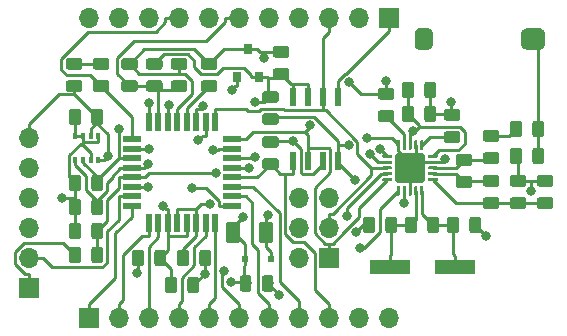
<source format=gtl>
G04 #@! TF.GenerationSoftware,KiCad,Pcbnew,5.0.2+dfsg1-1~bpo9+1*
G04 #@! TF.CreationDate,2019-04-18T11:56:18+02:00*
G04 #@! TF.ProjectId,MySNode,4d79534e-6f64-4652-9e6b-696361645f70,1.2*
G04 #@! TF.SameCoordinates,Original*
G04 #@! TF.FileFunction,Copper,L1,Top*
G04 #@! TF.FilePolarity,Positive*
%FSLAX46Y46*%
G04 Gerber Fmt 4.6, Leading zero omitted, Abs format (unit mm)*
G04 Created by KiCad (PCBNEW 5.0.2+dfsg1-1~bpo9+1) date jeu. 18 avril 2019 11:56:18 CEST*
%MOMM*%
%LPD*%
G01*
G04 APERTURE LIST*
G04 #@! TA.AperFunction,Conductor*
%ADD10C,0.100000*%
G04 #@! TD*
G04 #@! TA.AperFunction,SMDPad,CuDef*
%ADD11C,0.975000*%
G04 #@! TD*
G04 #@! TA.AperFunction,SMDPad,CuDef*
%ADD12C,1.250000*%
G04 #@! TD*
G04 #@! TA.AperFunction,ComponentPad*
%ADD13O,1.700000X1.700000*%
G04 #@! TD*
G04 #@! TA.AperFunction,ComponentPad*
%ADD14R,1.700000X1.700000*%
G04 #@! TD*
G04 #@! TA.AperFunction,SMDPad,CuDef*
%ADD15R,0.350000X0.500000*%
G04 #@! TD*
G04 #@! TA.AperFunction,SMDPad,CuDef*
%ADD16R,0.600000X1.550000*%
G04 #@! TD*
G04 #@! TA.AperFunction,SMDPad,CuDef*
%ADD17R,1.600000X0.550000*%
G04 #@! TD*
G04 #@! TA.AperFunction,SMDPad,CuDef*
%ADD18R,0.550000X1.600000*%
G04 #@! TD*
G04 #@! TA.AperFunction,SMDPad,CuDef*
%ADD19R,0.800000X0.900000*%
G04 #@! TD*
G04 #@! TA.AperFunction,SMDPad,CuDef*
%ADD20C,0.250000*%
G04 #@! TD*
G04 #@! TA.AperFunction,SMDPad,CuDef*
%ADD21C,2.500000*%
G04 #@! TD*
G04 #@! TA.AperFunction,SMDPad,CuDef*
%ADD22C,1.800000*%
G04 #@! TD*
G04 #@! TA.AperFunction,SMDPad,CuDef*
%ADD23C,1.500000*%
G04 #@! TD*
G04 #@! TA.AperFunction,SMDPad,CuDef*
%ADD24R,0.500000X0.500000*%
G04 #@! TD*
G04 #@! TA.AperFunction,SMDPad,CuDef*
%ADD25R,3.500000X1.200000*%
G04 #@! TD*
G04 #@! TA.AperFunction,ViaPad*
%ADD26C,0.800000*%
G04 #@! TD*
G04 #@! TA.AperFunction,Conductor*
%ADD27C,0.250000*%
G04 #@! TD*
G04 APERTURE END LIST*
D10*
G04 #@! TO.N,GND*
G04 #@! TO.C,C1*
G36*
X107631142Y-94043174D02*
X107654803Y-94046684D01*
X107678007Y-94052496D01*
X107700529Y-94060554D01*
X107722153Y-94070782D01*
X107742670Y-94083079D01*
X107761883Y-94097329D01*
X107779607Y-94113393D01*
X107795671Y-94131117D01*
X107809921Y-94150330D01*
X107822218Y-94170847D01*
X107832446Y-94192471D01*
X107840504Y-94214993D01*
X107846316Y-94238197D01*
X107849826Y-94261858D01*
X107851000Y-94285750D01*
X107851000Y-95198250D01*
X107849826Y-95222142D01*
X107846316Y-95245803D01*
X107840504Y-95269007D01*
X107832446Y-95291529D01*
X107822218Y-95313153D01*
X107809921Y-95333670D01*
X107795671Y-95352883D01*
X107779607Y-95370607D01*
X107761883Y-95386671D01*
X107742670Y-95400921D01*
X107722153Y-95413218D01*
X107700529Y-95423446D01*
X107678007Y-95431504D01*
X107654803Y-95437316D01*
X107631142Y-95440826D01*
X107607250Y-95442000D01*
X107119750Y-95442000D01*
X107095858Y-95440826D01*
X107072197Y-95437316D01*
X107048993Y-95431504D01*
X107026471Y-95423446D01*
X107004847Y-95413218D01*
X106984330Y-95400921D01*
X106965117Y-95386671D01*
X106947393Y-95370607D01*
X106931329Y-95352883D01*
X106917079Y-95333670D01*
X106904782Y-95313153D01*
X106894554Y-95291529D01*
X106886496Y-95269007D01*
X106880684Y-95245803D01*
X106877174Y-95222142D01*
X106876000Y-95198250D01*
X106876000Y-94285750D01*
X106877174Y-94261858D01*
X106880684Y-94238197D01*
X106886496Y-94214993D01*
X106894554Y-94192471D01*
X106904782Y-94170847D01*
X106917079Y-94150330D01*
X106931329Y-94131117D01*
X106947393Y-94113393D01*
X106965117Y-94097329D01*
X106984330Y-94083079D01*
X107004847Y-94070782D01*
X107026471Y-94060554D01*
X107048993Y-94052496D01*
X107072197Y-94046684D01*
X107095858Y-94043174D01*
X107119750Y-94042000D01*
X107607250Y-94042000D01*
X107631142Y-94043174D01*
X107631142Y-94043174D01*
G37*
D11*
G04 #@! TD*
G04 #@! TO.P,C1,2*
G04 #@! TO.N,GND*
X107363500Y-94742000D03*
D10*
G04 #@! TO.N,VCC*
G04 #@! TO.C,C1*
G36*
X105756142Y-94043174D02*
X105779803Y-94046684D01*
X105803007Y-94052496D01*
X105825529Y-94060554D01*
X105847153Y-94070782D01*
X105867670Y-94083079D01*
X105886883Y-94097329D01*
X105904607Y-94113393D01*
X105920671Y-94131117D01*
X105934921Y-94150330D01*
X105947218Y-94170847D01*
X105957446Y-94192471D01*
X105965504Y-94214993D01*
X105971316Y-94238197D01*
X105974826Y-94261858D01*
X105976000Y-94285750D01*
X105976000Y-95198250D01*
X105974826Y-95222142D01*
X105971316Y-95245803D01*
X105965504Y-95269007D01*
X105957446Y-95291529D01*
X105947218Y-95313153D01*
X105934921Y-95333670D01*
X105920671Y-95352883D01*
X105904607Y-95370607D01*
X105886883Y-95386671D01*
X105867670Y-95400921D01*
X105847153Y-95413218D01*
X105825529Y-95423446D01*
X105803007Y-95431504D01*
X105779803Y-95437316D01*
X105756142Y-95440826D01*
X105732250Y-95442000D01*
X105244750Y-95442000D01*
X105220858Y-95440826D01*
X105197197Y-95437316D01*
X105173993Y-95431504D01*
X105151471Y-95423446D01*
X105129847Y-95413218D01*
X105109330Y-95400921D01*
X105090117Y-95386671D01*
X105072393Y-95370607D01*
X105056329Y-95352883D01*
X105042079Y-95333670D01*
X105029782Y-95313153D01*
X105019554Y-95291529D01*
X105011496Y-95269007D01*
X105005684Y-95245803D01*
X105002174Y-95222142D01*
X105001000Y-95198250D01*
X105001000Y-94285750D01*
X105002174Y-94261858D01*
X105005684Y-94238197D01*
X105011496Y-94214993D01*
X105019554Y-94192471D01*
X105029782Y-94170847D01*
X105042079Y-94150330D01*
X105056329Y-94131117D01*
X105072393Y-94113393D01*
X105090117Y-94097329D01*
X105109330Y-94083079D01*
X105129847Y-94070782D01*
X105151471Y-94060554D01*
X105173993Y-94052496D01*
X105197197Y-94046684D01*
X105220858Y-94043174D01*
X105244750Y-94042000D01*
X105732250Y-94042000D01*
X105756142Y-94043174D01*
X105756142Y-94043174D01*
G37*
D11*
G04 #@! TD*
G04 #@! TO.P,C1,1*
G04 #@! TO.N,VCC*
X105488500Y-94742000D03*
D10*
G04 #@! TO.N,VCC*
G04 #@! TO.C,C2*
G36*
X122527142Y-92556174D02*
X122550803Y-92559684D01*
X122574007Y-92565496D01*
X122596529Y-92573554D01*
X122618153Y-92583782D01*
X122638670Y-92596079D01*
X122657883Y-92610329D01*
X122675607Y-92626393D01*
X122691671Y-92644117D01*
X122705921Y-92663330D01*
X122718218Y-92683847D01*
X122728446Y-92705471D01*
X122736504Y-92727993D01*
X122742316Y-92751197D01*
X122745826Y-92774858D01*
X122747000Y-92798750D01*
X122747000Y-93286250D01*
X122745826Y-93310142D01*
X122742316Y-93333803D01*
X122736504Y-93357007D01*
X122728446Y-93379529D01*
X122718218Y-93401153D01*
X122705921Y-93421670D01*
X122691671Y-93440883D01*
X122675607Y-93458607D01*
X122657883Y-93474671D01*
X122638670Y-93488921D01*
X122618153Y-93501218D01*
X122596529Y-93511446D01*
X122574007Y-93519504D01*
X122550803Y-93525316D01*
X122527142Y-93528826D01*
X122503250Y-93530000D01*
X121590750Y-93530000D01*
X121566858Y-93528826D01*
X121543197Y-93525316D01*
X121519993Y-93519504D01*
X121497471Y-93511446D01*
X121475847Y-93501218D01*
X121455330Y-93488921D01*
X121436117Y-93474671D01*
X121418393Y-93458607D01*
X121402329Y-93440883D01*
X121388079Y-93421670D01*
X121375782Y-93401153D01*
X121365554Y-93379529D01*
X121357496Y-93357007D01*
X121351684Y-93333803D01*
X121348174Y-93310142D01*
X121347000Y-93286250D01*
X121347000Y-92798750D01*
X121348174Y-92774858D01*
X121351684Y-92751197D01*
X121357496Y-92727993D01*
X121365554Y-92705471D01*
X121375782Y-92683847D01*
X121388079Y-92663330D01*
X121402329Y-92644117D01*
X121418393Y-92626393D01*
X121436117Y-92610329D01*
X121455330Y-92596079D01*
X121475847Y-92583782D01*
X121497471Y-92573554D01*
X121519993Y-92565496D01*
X121543197Y-92559684D01*
X121566858Y-92556174D01*
X121590750Y-92555000D01*
X122503250Y-92555000D01*
X122527142Y-92556174D01*
X122527142Y-92556174D01*
G37*
D11*
G04 #@! TD*
G04 #@! TO.P,C2,2*
G04 #@! TO.N,VCC*
X122047000Y-93042500D03*
D10*
G04 #@! TO.N,GND*
G04 #@! TO.C,C2*
G36*
X122527142Y-94431174D02*
X122550803Y-94434684D01*
X122574007Y-94440496D01*
X122596529Y-94448554D01*
X122618153Y-94458782D01*
X122638670Y-94471079D01*
X122657883Y-94485329D01*
X122675607Y-94501393D01*
X122691671Y-94519117D01*
X122705921Y-94538330D01*
X122718218Y-94558847D01*
X122728446Y-94580471D01*
X122736504Y-94602993D01*
X122742316Y-94626197D01*
X122745826Y-94649858D01*
X122747000Y-94673750D01*
X122747000Y-95161250D01*
X122745826Y-95185142D01*
X122742316Y-95208803D01*
X122736504Y-95232007D01*
X122728446Y-95254529D01*
X122718218Y-95276153D01*
X122705921Y-95296670D01*
X122691671Y-95315883D01*
X122675607Y-95333607D01*
X122657883Y-95349671D01*
X122638670Y-95363921D01*
X122618153Y-95376218D01*
X122596529Y-95386446D01*
X122574007Y-95394504D01*
X122550803Y-95400316D01*
X122527142Y-95403826D01*
X122503250Y-95405000D01*
X121590750Y-95405000D01*
X121566858Y-95403826D01*
X121543197Y-95400316D01*
X121519993Y-95394504D01*
X121497471Y-95386446D01*
X121475847Y-95376218D01*
X121455330Y-95363921D01*
X121436117Y-95349671D01*
X121418393Y-95333607D01*
X121402329Y-95315883D01*
X121388079Y-95296670D01*
X121375782Y-95276153D01*
X121365554Y-95254529D01*
X121357496Y-95232007D01*
X121351684Y-95208803D01*
X121348174Y-95185142D01*
X121347000Y-95161250D01*
X121347000Y-94673750D01*
X121348174Y-94649858D01*
X121351684Y-94626197D01*
X121357496Y-94602993D01*
X121365554Y-94580471D01*
X121375782Y-94558847D01*
X121388079Y-94538330D01*
X121402329Y-94519117D01*
X121418393Y-94501393D01*
X121436117Y-94485329D01*
X121455330Y-94471079D01*
X121475847Y-94458782D01*
X121497471Y-94448554D01*
X121519993Y-94440496D01*
X121543197Y-94434684D01*
X121566858Y-94431174D01*
X121590750Y-94430000D01*
X122503250Y-94430000D01*
X122527142Y-94431174D01*
X122527142Y-94431174D01*
G37*
D11*
G04 #@! TD*
G04 #@! TO.P,C2,1*
G04 #@! TO.N,GND*
X122047000Y-94917500D03*
D10*
G04 #@! TO.N,GND*
G04 #@! TO.C,C3*
G36*
X114780142Y-89762174D02*
X114803803Y-89765684D01*
X114827007Y-89771496D01*
X114849529Y-89779554D01*
X114871153Y-89789782D01*
X114891670Y-89802079D01*
X114910883Y-89816329D01*
X114928607Y-89832393D01*
X114944671Y-89850117D01*
X114958921Y-89869330D01*
X114971218Y-89889847D01*
X114981446Y-89911471D01*
X114989504Y-89933993D01*
X114995316Y-89957197D01*
X114998826Y-89980858D01*
X115000000Y-90004750D01*
X115000000Y-90492250D01*
X114998826Y-90516142D01*
X114995316Y-90539803D01*
X114989504Y-90563007D01*
X114981446Y-90585529D01*
X114971218Y-90607153D01*
X114958921Y-90627670D01*
X114944671Y-90646883D01*
X114928607Y-90664607D01*
X114910883Y-90680671D01*
X114891670Y-90694921D01*
X114871153Y-90707218D01*
X114849529Y-90717446D01*
X114827007Y-90725504D01*
X114803803Y-90731316D01*
X114780142Y-90734826D01*
X114756250Y-90736000D01*
X113843750Y-90736000D01*
X113819858Y-90734826D01*
X113796197Y-90731316D01*
X113772993Y-90725504D01*
X113750471Y-90717446D01*
X113728847Y-90707218D01*
X113708330Y-90694921D01*
X113689117Y-90680671D01*
X113671393Y-90664607D01*
X113655329Y-90646883D01*
X113641079Y-90627670D01*
X113628782Y-90607153D01*
X113618554Y-90585529D01*
X113610496Y-90563007D01*
X113604684Y-90539803D01*
X113601174Y-90516142D01*
X113600000Y-90492250D01*
X113600000Y-90004750D01*
X113601174Y-89980858D01*
X113604684Y-89957197D01*
X113610496Y-89933993D01*
X113618554Y-89911471D01*
X113628782Y-89889847D01*
X113641079Y-89869330D01*
X113655329Y-89850117D01*
X113671393Y-89832393D01*
X113689117Y-89816329D01*
X113708330Y-89802079D01*
X113728847Y-89789782D01*
X113750471Y-89779554D01*
X113772993Y-89771496D01*
X113796197Y-89765684D01*
X113819858Y-89762174D01*
X113843750Y-89761000D01*
X114756250Y-89761000D01*
X114780142Y-89762174D01*
X114780142Y-89762174D01*
G37*
D11*
G04 #@! TD*
G04 #@! TO.P,C3,2*
G04 #@! TO.N,GND*
X114300000Y-90248500D03*
D10*
G04 #@! TO.N,/A0*
G04 #@! TO.C,C3*
G36*
X114780142Y-91637174D02*
X114803803Y-91640684D01*
X114827007Y-91646496D01*
X114849529Y-91654554D01*
X114871153Y-91664782D01*
X114891670Y-91677079D01*
X114910883Y-91691329D01*
X114928607Y-91707393D01*
X114944671Y-91725117D01*
X114958921Y-91744330D01*
X114971218Y-91764847D01*
X114981446Y-91786471D01*
X114989504Y-91808993D01*
X114995316Y-91832197D01*
X114998826Y-91855858D01*
X115000000Y-91879750D01*
X115000000Y-92367250D01*
X114998826Y-92391142D01*
X114995316Y-92414803D01*
X114989504Y-92438007D01*
X114981446Y-92460529D01*
X114971218Y-92482153D01*
X114958921Y-92502670D01*
X114944671Y-92521883D01*
X114928607Y-92539607D01*
X114910883Y-92555671D01*
X114891670Y-92569921D01*
X114871153Y-92582218D01*
X114849529Y-92592446D01*
X114827007Y-92600504D01*
X114803803Y-92606316D01*
X114780142Y-92609826D01*
X114756250Y-92611000D01*
X113843750Y-92611000D01*
X113819858Y-92609826D01*
X113796197Y-92606316D01*
X113772993Y-92600504D01*
X113750471Y-92592446D01*
X113728847Y-92582218D01*
X113708330Y-92569921D01*
X113689117Y-92555671D01*
X113671393Y-92539607D01*
X113655329Y-92521883D01*
X113641079Y-92502670D01*
X113628782Y-92482153D01*
X113618554Y-92460529D01*
X113610496Y-92438007D01*
X113604684Y-92414803D01*
X113601174Y-92391142D01*
X113600000Y-92367250D01*
X113600000Y-91879750D01*
X113601174Y-91855858D01*
X113604684Y-91832197D01*
X113610496Y-91808993D01*
X113618554Y-91786471D01*
X113628782Y-91764847D01*
X113641079Y-91744330D01*
X113655329Y-91725117D01*
X113671393Y-91707393D01*
X113689117Y-91691329D01*
X113708330Y-91677079D01*
X113728847Y-91664782D01*
X113750471Y-91654554D01*
X113772993Y-91646496D01*
X113796197Y-91640684D01*
X113819858Y-91637174D01*
X113843750Y-91636000D01*
X114756250Y-91636000D01*
X114780142Y-91637174D01*
X114780142Y-91637174D01*
G37*
D11*
G04 #@! TD*
G04 #@! TO.P,C3,1*
G04 #@! TO.N,/A0*
X114300000Y-92123500D03*
D10*
G04 #@! TO.N,/RESET*
G04 #@! TO.C,C4*
G36*
X107631142Y-105727174D02*
X107654803Y-105730684D01*
X107678007Y-105736496D01*
X107700529Y-105744554D01*
X107722153Y-105754782D01*
X107742670Y-105767079D01*
X107761883Y-105781329D01*
X107779607Y-105797393D01*
X107795671Y-105815117D01*
X107809921Y-105834330D01*
X107822218Y-105854847D01*
X107832446Y-105876471D01*
X107840504Y-105898993D01*
X107846316Y-105922197D01*
X107849826Y-105945858D01*
X107851000Y-105969750D01*
X107851000Y-106882250D01*
X107849826Y-106906142D01*
X107846316Y-106929803D01*
X107840504Y-106953007D01*
X107832446Y-106975529D01*
X107822218Y-106997153D01*
X107809921Y-107017670D01*
X107795671Y-107036883D01*
X107779607Y-107054607D01*
X107761883Y-107070671D01*
X107742670Y-107084921D01*
X107722153Y-107097218D01*
X107700529Y-107107446D01*
X107678007Y-107115504D01*
X107654803Y-107121316D01*
X107631142Y-107124826D01*
X107607250Y-107126000D01*
X107119750Y-107126000D01*
X107095858Y-107124826D01*
X107072197Y-107121316D01*
X107048993Y-107115504D01*
X107026471Y-107107446D01*
X107004847Y-107097218D01*
X106984330Y-107084921D01*
X106965117Y-107070671D01*
X106947393Y-107054607D01*
X106931329Y-107036883D01*
X106917079Y-107017670D01*
X106904782Y-106997153D01*
X106894554Y-106975529D01*
X106886496Y-106953007D01*
X106880684Y-106929803D01*
X106877174Y-106906142D01*
X106876000Y-106882250D01*
X106876000Y-105969750D01*
X106877174Y-105945858D01*
X106880684Y-105922197D01*
X106886496Y-105898993D01*
X106894554Y-105876471D01*
X106904782Y-105854847D01*
X106917079Y-105834330D01*
X106931329Y-105815117D01*
X106947393Y-105797393D01*
X106965117Y-105781329D01*
X106984330Y-105767079D01*
X107004847Y-105754782D01*
X107026471Y-105744554D01*
X107048993Y-105736496D01*
X107072197Y-105730684D01*
X107095858Y-105727174D01*
X107119750Y-105726000D01*
X107607250Y-105726000D01*
X107631142Y-105727174D01*
X107631142Y-105727174D01*
G37*
D11*
G04 #@! TD*
G04 #@! TO.P,C4,2*
G04 #@! TO.N,/RESET*
X107363500Y-106426000D03*
D10*
G04 #@! TO.N,/serial_DTR*
G04 #@! TO.C,C4*
G36*
X105756142Y-105727174D02*
X105779803Y-105730684D01*
X105803007Y-105736496D01*
X105825529Y-105744554D01*
X105847153Y-105754782D01*
X105867670Y-105767079D01*
X105886883Y-105781329D01*
X105904607Y-105797393D01*
X105920671Y-105815117D01*
X105934921Y-105834330D01*
X105947218Y-105854847D01*
X105957446Y-105876471D01*
X105965504Y-105898993D01*
X105971316Y-105922197D01*
X105974826Y-105945858D01*
X105976000Y-105969750D01*
X105976000Y-106882250D01*
X105974826Y-106906142D01*
X105971316Y-106929803D01*
X105965504Y-106953007D01*
X105957446Y-106975529D01*
X105947218Y-106997153D01*
X105934921Y-107017670D01*
X105920671Y-107036883D01*
X105904607Y-107054607D01*
X105886883Y-107070671D01*
X105867670Y-107084921D01*
X105847153Y-107097218D01*
X105825529Y-107107446D01*
X105803007Y-107115504D01*
X105779803Y-107121316D01*
X105756142Y-107124826D01*
X105732250Y-107126000D01*
X105244750Y-107126000D01*
X105220858Y-107124826D01*
X105197197Y-107121316D01*
X105173993Y-107115504D01*
X105151471Y-107107446D01*
X105129847Y-107097218D01*
X105109330Y-107084921D01*
X105090117Y-107070671D01*
X105072393Y-107054607D01*
X105056329Y-107036883D01*
X105042079Y-107017670D01*
X105029782Y-106997153D01*
X105019554Y-106975529D01*
X105011496Y-106953007D01*
X105005684Y-106929803D01*
X105002174Y-106906142D01*
X105001000Y-106882250D01*
X105001000Y-105969750D01*
X105002174Y-105945858D01*
X105005684Y-105922197D01*
X105011496Y-105898993D01*
X105019554Y-105876471D01*
X105029782Y-105854847D01*
X105042079Y-105834330D01*
X105056329Y-105815117D01*
X105072393Y-105797393D01*
X105090117Y-105781329D01*
X105109330Y-105767079D01*
X105129847Y-105754782D01*
X105151471Y-105744554D01*
X105173993Y-105736496D01*
X105197197Y-105730684D01*
X105220858Y-105727174D01*
X105244750Y-105726000D01*
X105732250Y-105726000D01*
X105756142Y-105727174D01*
X105756142Y-105727174D01*
G37*
D11*
G04 #@! TD*
G04 #@! TO.P,C4,1*
G04 #@! TO.N,/serial_DTR*
X105488500Y-106426000D03*
D10*
G04 #@! TO.N,GND*
G04 #@! TO.C,C5*
G36*
X117320142Y-89762174D02*
X117343803Y-89765684D01*
X117367007Y-89771496D01*
X117389529Y-89779554D01*
X117411153Y-89789782D01*
X117431670Y-89802079D01*
X117450883Y-89816329D01*
X117468607Y-89832393D01*
X117484671Y-89850117D01*
X117498921Y-89869330D01*
X117511218Y-89889847D01*
X117521446Y-89911471D01*
X117529504Y-89933993D01*
X117535316Y-89957197D01*
X117538826Y-89980858D01*
X117540000Y-90004750D01*
X117540000Y-90492250D01*
X117538826Y-90516142D01*
X117535316Y-90539803D01*
X117529504Y-90563007D01*
X117521446Y-90585529D01*
X117511218Y-90607153D01*
X117498921Y-90627670D01*
X117484671Y-90646883D01*
X117468607Y-90664607D01*
X117450883Y-90680671D01*
X117431670Y-90694921D01*
X117411153Y-90707218D01*
X117389529Y-90717446D01*
X117367007Y-90725504D01*
X117343803Y-90731316D01*
X117320142Y-90734826D01*
X117296250Y-90736000D01*
X116383750Y-90736000D01*
X116359858Y-90734826D01*
X116336197Y-90731316D01*
X116312993Y-90725504D01*
X116290471Y-90717446D01*
X116268847Y-90707218D01*
X116248330Y-90694921D01*
X116229117Y-90680671D01*
X116211393Y-90664607D01*
X116195329Y-90646883D01*
X116181079Y-90627670D01*
X116168782Y-90607153D01*
X116158554Y-90585529D01*
X116150496Y-90563007D01*
X116144684Y-90539803D01*
X116141174Y-90516142D01*
X116140000Y-90492250D01*
X116140000Y-90004750D01*
X116141174Y-89980858D01*
X116144684Y-89957197D01*
X116150496Y-89933993D01*
X116158554Y-89911471D01*
X116168782Y-89889847D01*
X116181079Y-89869330D01*
X116195329Y-89850117D01*
X116211393Y-89832393D01*
X116229117Y-89816329D01*
X116248330Y-89802079D01*
X116268847Y-89789782D01*
X116290471Y-89779554D01*
X116312993Y-89771496D01*
X116336197Y-89765684D01*
X116359858Y-89762174D01*
X116383750Y-89761000D01*
X117296250Y-89761000D01*
X117320142Y-89762174D01*
X117320142Y-89762174D01*
G37*
D11*
G04 #@! TD*
G04 #@! TO.P,C5,2*
G04 #@! TO.N,GND*
X116840000Y-90248500D03*
D10*
G04 #@! TO.N,Net-(C5-Pad1)*
G04 #@! TO.C,C5*
G36*
X117320142Y-91637174D02*
X117343803Y-91640684D01*
X117367007Y-91646496D01*
X117389529Y-91654554D01*
X117411153Y-91664782D01*
X117431670Y-91677079D01*
X117450883Y-91691329D01*
X117468607Y-91707393D01*
X117484671Y-91725117D01*
X117498921Y-91744330D01*
X117511218Y-91764847D01*
X117521446Y-91786471D01*
X117529504Y-91808993D01*
X117535316Y-91832197D01*
X117538826Y-91855858D01*
X117540000Y-91879750D01*
X117540000Y-92367250D01*
X117538826Y-92391142D01*
X117535316Y-92414803D01*
X117529504Y-92438007D01*
X117521446Y-92460529D01*
X117511218Y-92482153D01*
X117498921Y-92502670D01*
X117484671Y-92521883D01*
X117468607Y-92539607D01*
X117450883Y-92555671D01*
X117431670Y-92569921D01*
X117411153Y-92582218D01*
X117389529Y-92592446D01*
X117367007Y-92600504D01*
X117343803Y-92606316D01*
X117320142Y-92609826D01*
X117296250Y-92611000D01*
X116383750Y-92611000D01*
X116359858Y-92609826D01*
X116336197Y-92606316D01*
X116312993Y-92600504D01*
X116290471Y-92592446D01*
X116268847Y-92582218D01*
X116248330Y-92569921D01*
X116229117Y-92555671D01*
X116211393Y-92539607D01*
X116195329Y-92521883D01*
X116181079Y-92502670D01*
X116168782Y-92482153D01*
X116158554Y-92460529D01*
X116150496Y-92438007D01*
X116144684Y-92414803D01*
X116141174Y-92391142D01*
X116140000Y-92367250D01*
X116140000Y-91879750D01*
X116141174Y-91855858D01*
X116144684Y-91832197D01*
X116150496Y-91808993D01*
X116158554Y-91786471D01*
X116168782Y-91764847D01*
X116181079Y-91744330D01*
X116195329Y-91725117D01*
X116211393Y-91707393D01*
X116229117Y-91691329D01*
X116248330Y-91677079D01*
X116268847Y-91664782D01*
X116290471Y-91654554D01*
X116312993Y-91646496D01*
X116336197Y-91640684D01*
X116359858Y-91637174D01*
X116383750Y-91636000D01*
X117296250Y-91636000D01*
X117320142Y-91637174D01*
X117320142Y-91637174D01*
G37*
D11*
G04 #@! TD*
G04 #@! TO.P,C5,1*
G04 #@! TO.N,Net-(C5-Pad1)*
X116840000Y-92123500D03*
D10*
G04 #@! TO.N,GND*
G04 #@! TO.C,C6*
G36*
X112965142Y-105981174D02*
X112988803Y-105984684D01*
X113012007Y-105990496D01*
X113034529Y-105998554D01*
X113056153Y-106008782D01*
X113076670Y-106021079D01*
X113095883Y-106035329D01*
X113113607Y-106051393D01*
X113129671Y-106069117D01*
X113143921Y-106088330D01*
X113156218Y-106108847D01*
X113166446Y-106130471D01*
X113174504Y-106152993D01*
X113180316Y-106176197D01*
X113183826Y-106199858D01*
X113185000Y-106223750D01*
X113185000Y-107136250D01*
X113183826Y-107160142D01*
X113180316Y-107183803D01*
X113174504Y-107207007D01*
X113166446Y-107229529D01*
X113156218Y-107251153D01*
X113143921Y-107271670D01*
X113129671Y-107290883D01*
X113113607Y-107308607D01*
X113095883Y-107324671D01*
X113076670Y-107338921D01*
X113056153Y-107351218D01*
X113034529Y-107361446D01*
X113012007Y-107369504D01*
X112988803Y-107375316D01*
X112965142Y-107378826D01*
X112941250Y-107380000D01*
X112453750Y-107380000D01*
X112429858Y-107378826D01*
X112406197Y-107375316D01*
X112382993Y-107369504D01*
X112360471Y-107361446D01*
X112338847Y-107351218D01*
X112318330Y-107338921D01*
X112299117Y-107324671D01*
X112281393Y-107308607D01*
X112265329Y-107290883D01*
X112251079Y-107271670D01*
X112238782Y-107251153D01*
X112228554Y-107229529D01*
X112220496Y-107207007D01*
X112214684Y-107183803D01*
X112211174Y-107160142D01*
X112210000Y-107136250D01*
X112210000Y-106223750D01*
X112211174Y-106199858D01*
X112214684Y-106176197D01*
X112220496Y-106152993D01*
X112228554Y-106130471D01*
X112238782Y-106108847D01*
X112251079Y-106088330D01*
X112265329Y-106069117D01*
X112281393Y-106051393D01*
X112299117Y-106035329D01*
X112318330Y-106021079D01*
X112338847Y-106008782D01*
X112360471Y-105998554D01*
X112382993Y-105990496D01*
X112406197Y-105984684D01*
X112429858Y-105981174D01*
X112453750Y-105980000D01*
X112941250Y-105980000D01*
X112965142Y-105981174D01*
X112965142Y-105981174D01*
G37*
D11*
G04 #@! TD*
G04 #@! TO.P,C6,2*
G04 #@! TO.N,GND*
X112697500Y-106680000D03*
D10*
G04 #@! TO.N,VCC*
G04 #@! TO.C,C6*
G36*
X111090142Y-105981174D02*
X111113803Y-105984684D01*
X111137007Y-105990496D01*
X111159529Y-105998554D01*
X111181153Y-106008782D01*
X111201670Y-106021079D01*
X111220883Y-106035329D01*
X111238607Y-106051393D01*
X111254671Y-106069117D01*
X111268921Y-106088330D01*
X111281218Y-106108847D01*
X111291446Y-106130471D01*
X111299504Y-106152993D01*
X111305316Y-106176197D01*
X111308826Y-106199858D01*
X111310000Y-106223750D01*
X111310000Y-107136250D01*
X111308826Y-107160142D01*
X111305316Y-107183803D01*
X111299504Y-107207007D01*
X111291446Y-107229529D01*
X111281218Y-107251153D01*
X111268921Y-107271670D01*
X111254671Y-107290883D01*
X111238607Y-107308607D01*
X111220883Y-107324671D01*
X111201670Y-107338921D01*
X111181153Y-107351218D01*
X111159529Y-107361446D01*
X111137007Y-107369504D01*
X111113803Y-107375316D01*
X111090142Y-107378826D01*
X111066250Y-107380000D01*
X110578750Y-107380000D01*
X110554858Y-107378826D01*
X110531197Y-107375316D01*
X110507993Y-107369504D01*
X110485471Y-107361446D01*
X110463847Y-107351218D01*
X110443330Y-107338921D01*
X110424117Y-107324671D01*
X110406393Y-107308607D01*
X110390329Y-107290883D01*
X110376079Y-107271670D01*
X110363782Y-107251153D01*
X110353554Y-107229529D01*
X110345496Y-107207007D01*
X110339684Y-107183803D01*
X110336174Y-107160142D01*
X110335000Y-107136250D01*
X110335000Y-106223750D01*
X110336174Y-106199858D01*
X110339684Y-106176197D01*
X110345496Y-106152993D01*
X110353554Y-106130471D01*
X110363782Y-106108847D01*
X110376079Y-106088330D01*
X110390329Y-106069117D01*
X110406393Y-106051393D01*
X110424117Y-106035329D01*
X110443330Y-106021079D01*
X110463847Y-106008782D01*
X110485471Y-105998554D01*
X110507993Y-105990496D01*
X110531197Y-105984684D01*
X110554858Y-105981174D01*
X110578750Y-105980000D01*
X111066250Y-105980000D01*
X111090142Y-105981174D01*
X111090142Y-105981174D01*
G37*
D11*
G04 #@! TD*
G04 #@! TO.P,C6,1*
G04 #@! TO.N,VCC*
X110822500Y-106680000D03*
D10*
G04 #@! TO.N,GND*
G04 #@! TO.C,C7*
G36*
X122068504Y-103647204D02*
X122092773Y-103650804D01*
X122116571Y-103656765D01*
X122139671Y-103665030D01*
X122161849Y-103675520D01*
X122182893Y-103688133D01*
X122202598Y-103702747D01*
X122220777Y-103719223D01*
X122237253Y-103737402D01*
X122251867Y-103757107D01*
X122264480Y-103778151D01*
X122274970Y-103800329D01*
X122283235Y-103823429D01*
X122289196Y-103847227D01*
X122292796Y-103871496D01*
X122294000Y-103896000D01*
X122294000Y-105146000D01*
X122292796Y-105170504D01*
X122289196Y-105194773D01*
X122283235Y-105218571D01*
X122274970Y-105241671D01*
X122264480Y-105263849D01*
X122251867Y-105284893D01*
X122237253Y-105304598D01*
X122220777Y-105322777D01*
X122202598Y-105339253D01*
X122182893Y-105353867D01*
X122161849Y-105366480D01*
X122139671Y-105376970D01*
X122116571Y-105385235D01*
X122092773Y-105391196D01*
X122068504Y-105394796D01*
X122044000Y-105396000D01*
X121294000Y-105396000D01*
X121269496Y-105394796D01*
X121245227Y-105391196D01*
X121221429Y-105385235D01*
X121198329Y-105376970D01*
X121176151Y-105366480D01*
X121155107Y-105353867D01*
X121135402Y-105339253D01*
X121117223Y-105322777D01*
X121100747Y-105304598D01*
X121086133Y-105284893D01*
X121073520Y-105263849D01*
X121063030Y-105241671D01*
X121054765Y-105218571D01*
X121048804Y-105194773D01*
X121045204Y-105170504D01*
X121044000Y-105146000D01*
X121044000Y-103896000D01*
X121045204Y-103871496D01*
X121048804Y-103847227D01*
X121054765Y-103823429D01*
X121063030Y-103800329D01*
X121073520Y-103778151D01*
X121086133Y-103757107D01*
X121100747Y-103737402D01*
X121117223Y-103719223D01*
X121135402Y-103702747D01*
X121155107Y-103688133D01*
X121176151Y-103675520D01*
X121198329Y-103665030D01*
X121221429Y-103656765D01*
X121245227Y-103650804D01*
X121269496Y-103647204D01*
X121294000Y-103646000D01*
X122044000Y-103646000D01*
X122068504Y-103647204D01*
X122068504Y-103647204D01*
G37*
D12*
G04 #@! TD*
G04 #@! TO.P,C7,2*
G04 #@! TO.N,GND*
X121669000Y-104521000D03*
D10*
G04 #@! TO.N,VCC*
G04 #@! TO.C,C7*
G36*
X119268504Y-103647204D02*
X119292773Y-103650804D01*
X119316571Y-103656765D01*
X119339671Y-103665030D01*
X119361849Y-103675520D01*
X119382893Y-103688133D01*
X119402598Y-103702747D01*
X119420777Y-103719223D01*
X119437253Y-103737402D01*
X119451867Y-103757107D01*
X119464480Y-103778151D01*
X119474970Y-103800329D01*
X119483235Y-103823429D01*
X119489196Y-103847227D01*
X119492796Y-103871496D01*
X119494000Y-103896000D01*
X119494000Y-105146000D01*
X119492796Y-105170504D01*
X119489196Y-105194773D01*
X119483235Y-105218571D01*
X119474970Y-105241671D01*
X119464480Y-105263849D01*
X119451867Y-105284893D01*
X119437253Y-105304598D01*
X119420777Y-105322777D01*
X119402598Y-105339253D01*
X119382893Y-105353867D01*
X119361849Y-105366480D01*
X119339671Y-105376970D01*
X119316571Y-105385235D01*
X119292773Y-105391196D01*
X119268504Y-105394796D01*
X119244000Y-105396000D01*
X118494000Y-105396000D01*
X118469496Y-105394796D01*
X118445227Y-105391196D01*
X118421429Y-105385235D01*
X118398329Y-105376970D01*
X118376151Y-105366480D01*
X118355107Y-105353867D01*
X118335402Y-105339253D01*
X118317223Y-105322777D01*
X118300747Y-105304598D01*
X118286133Y-105284893D01*
X118273520Y-105263849D01*
X118263030Y-105241671D01*
X118254765Y-105218571D01*
X118248804Y-105194773D01*
X118245204Y-105170504D01*
X118244000Y-105146000D01*
X118244000Y-103896000D01*
X118245204Y-103871496D01*
X118248804Y-103847227D01*
X118254765Y-103823429D01*
X118263030Y-103800329D01*
X118273520Y-103778151D01*
X118286133Y-103757107D01*
X118300747Y-103737402D01*
X118317223Y-103719223D01*
X118335402Y-103702747D01*
X118355107Y-103688133D01*
X118376151Y-103675520D01*
X118398329Y-103665030D01*
X118421429Y-103656765D01*
X118445227Y-103650804D01*
X118469496Y-103647204D01*
X118494000Y-103646000D01*
X119244000Y-103646000D01*
X119268504Y-103647204D01*
X119268504Y-103647204D01*
G37*
D12*
G04 #@! TD*
G04 #@! TO.P,C7,1*
G04 #@! TO.N,VCC*
X118869000Y-104521000D03*
D10*
G04 #@! TO.N,GND*
G04 #@! TO.C,C8*
G36*
X113884142Y-108267174D02*
X113907803Y-108270684D01*
X113931007Y-108276496D01*
X113953529Y-108284554D01*
X113975153Y-108294782D01*
X113995670Y-108307079D01*
X114014883Y-108321329D01*
X114032607Y-108337393D01*
X114048671Y-108355117D01*
X114062921Y-108374330D01*
X114075218Y-108394847D01*
X114085446Y-108416471D01*
X114093504Y-108438993D01*
X114099316Y-108462197D01*
X114102826Y-108485858D01*
X114104000Y-108509750D01*
X114104000Y-109422250D01*
X114102826Y-109446142D01*
X114099316Y-109469803D01*
X114093504Y-109493007D01*
X114085446Y-109515529D01*
X114075218Y-109537153D01*
X114062921Y-109557670D01*
X114048671Y-109576883D01*
X114032607Y-109594607D01*
X114014883Y-109610671D01*
X113995670Y-109624921D01*
X113975153Y-109637218D01*
X113953529Y-109647446D01*
X113931007Y-109655504D01*
X113907803Y-109661316D01*
X113884142Y-109664826D01*
X113860250Y-109666000D01*
X113372750Y-109666000D01*
X113348858Y-109664826D01*
X113325197Y-109661316D01*
X113301993Y-109655504D01*
X113279471Y-109647446D01*
X113257847Y-109637218D01*
X113237330Y-109624921D01*
X113218117Y-109610671D01*
X113200393Y-109594607D01*
X113184329Y-109576883D01*
X113170079Y-109557670D01*
X113157782Y-109537153D01*
X113147554Y-109515529D01*
X113139496Y-109493007D01*
X113133684Y-109469803D01*
X113130174Y-109446142D01*
X113129000Y-109422250D01*
X113129000Y-108509750D01*
X113130174Y-108485858D01*
X113133684Y-108462197D01*
X113139496Y-108438993D01*
X113147554Y-108416471D01*
X113157782Y-108394847D01*
X113170079Y-108374330D01*
X113184329Y-108355117D01*
X113200393Y-108337393D01*
X113218117Y-108321329D01*
X113237330Y-108307079D01*
X113257847Y-108294782D01*
X113279471Y-108284554D01*
X113301993Y-108276496D01*
X113325197Y-108270684D01*
X113348858Y-108267174D01*
X113372750Y-108266000D01*
X113860250Y-108266000D01*
X113884142Y-108267174D01*
X113884142Y-108267174D01*
G37*
D11*
G04 #@! TD*
G04 #@! TO.P,C8,2*
G04 #@! TO.N,GND*
X113616500Y-108966000D03*
D10*
G04 #@! TO.N,Net-(C8-Pad1)*
G04 #@! TO.C,C8*
G36*
X115759142Y-108267174D02*
X115782803Y-108270684D01*
X115806007Y-108276496D01*
X115828529Y-108284554D01*
X115850153Y-108294782D01*
X115870670Y-108307079D01*
X115889883Y-108321329D01*
X115907607Y-108337393D01*
X115923671Y-108355117D01*
X115937921Y-108374330D01*
X115950218Y-108394847D01*
X115960446Y-108416471D01*
X115968504Y-108438993D01*
X115974316Y-108462197D01*
X115977826Y-108485858D01*
X115979000Y-108509750D01*
X115979000Y-109422250D01*
X115977826Y-109446142D01*
X115974316Y-109469803D01*
X115968504Y-109493007D01*
X115960446Y-109515529D01*
X115950218Y-109537153D01*
X115937921Y-109557670D01*
X115923671Y-109576883D01*
X115907607Y-109594607D01*
X115889883Y-109610671D01*
X115870670Y-109624921D01*
X115850153Y-109637218D01*
X115828529Y-109647446D01*
X115806007Y-109655504D01*
X115782803Y-109661316D01*
X115759142Y-109664826D01*
X115735250Y-109666000D01*
X115247750Y-109666000D01*
X115223858Y-109664826D01*
X115200197Y-109661316D01*
X115176993Y-109655504D01*
X115154471Y-109647446D01*
X115132847Y-109637218D01*
X115112330Y-109624921D01*
X115093117Y-109610671D01*
X115075393Y-109594607D01*
X115059329Y-109576883D01*
X115045079Y-109557670D01*
X115032782Y-109537153D01*
X115022554Y-109515529D01*
X115014496Y-109493007D01*
X115008684Y-109469803D01*
X115005174Y-109446142D01*
X115004000Y-109422250D01*
X115004000Y-108509750D01*
X115005174Y-108485858D01*
X115008684Y-108462197D01*
X115014496Y-108438993D01*
X115022554Y-108416471D01*
X115032782Y-108394847D01*
X115045079Y-108374330D01*
X115059329Y-108355117D01*
X115075393Y-108337393D01*
X115093117Y-108321329D01*
X115112330Y-108307079D01*
X115132847Y-108294782D01*
X115154471Y-108284554D01*
X115176993Y-108276496D01*
X115200197Y-108270684D01*
X115223858Y-108267174D01*
X115247750Y-108266000D01*
X115735250Y-108266000D01*
X115759142Y-108267174D01*
X115759142Y-108267174D01*
G37*
D11*
G04 #@! TD*
G04 #@! TO.P,C8,1*
G04 #@! TO.N,Net-(C8-Pad1)*
X115491500Y-108966000D03*
D10*
G04 #@! TO.N,GND*
G04 #@! TO.C,C9*
G36*
X123416142Y-88746174D02*
X123439803Y-88749684D01*
X123463007Y-88755496D01*
X123485529Y-88763554D01*
X123507153Y-88773782D01*
X123527670Y-88786079D01*
X123546883Y-88800329D01*
X123564607Y-88816393D01*
X123580671Y-88834117D01*
X123594921Y-88853330D01*
X123607218Y-88873847D01*
X123617446Y-88895471D01*
X123625504Y-88917993D01*
X123631316Y-88941197D01*
X123634826Y-88964858D01*
X123636000Y-88988750D01*
X123636000Y-89476250D01*
X123634826Y-89500142D01*
X123631316Y-89523803D01*
X123625504Y-89547007D01*
X123617446Y-89569529D01*
X123607218Y-89591153D01*
X123594921Y-89611670D01*
X123580671Y-89630883D01*
X123564607Y-89648607D01*
X123546883Y-89664671D01*
X123527670Y-89678921D01*
X123507153Y-89691218D01*
X123485529Y-89701446D01*
X123463007Y-89709504D01*
X123439803Y-89715316D01*
X123416142Y-89718826D01*
X123392250Y-89720000D01*
X122479750Y-89720000D01*
X122455858Y-89718826D01*
X122432197Y-89715316D01*
X122408993Y-89709504D01*
X122386471Y-89701446D01*
X122364847Y-89691218D01*
X122344330Y-89678921D01*
X122325117Y-89664671D01*
X122307393Y-89648607D01*
X122291329Y-89630883D01*
X122277079Y-89611670D01*
X122264782Y-89591153D01*
X122254554Y-89569529D01*
X122246496Y-89547007D01*
X122240684Y-89523803D01*
X122237174Y-89500142D01*
X122236000Y-89476250D01*
X122236000Y-88988750D01*
X122237174Y-88964858D01*
X122240684Y-88941197D01*
X122246496Y-88917993D01*
X122254554Y-88895471D01*
X122264782Y-88873847D01*
X122277079Y-88853330D01*
X122291329Y-88834117D01*
X122307393Y-88816393D01*
X122325117Y-88800329D01*
X122344330Y-88786079D01*
X122364847Y-88773782D01*
X122386471Y-88763554D01*
X122408993Y-88755496D01*
X122432197Y-88749684D01*
X122455858Y-88746174D01*
X122479750Y-88745000D01*
X123392250Y-88745000D01*
X123416142Y-88746174D01*
X123416142Y-88746174D01*
G37*
D11*
G04 #@! TD*
G04 #@! TO.P,C9,2*
G04 #@! TO.N,GND*
X122936000Y-89232500D03*
D10*
G04 #@! TO.N,VCC*
G04 #@! TO.C,C9*
G36*
X123416142Y-90621174D02*
X123439803Y-90624684D01*
X123463007Y-90630496D01*
X123485529Y-90638554D01*
X123507153Y-90648782D01*
X123527670Y-90661079D01*
X123546883Y-90675329D01*
X123564607Y-90691393D01*
X123580671Y-90709117D01*
X123594921Y-90728330D01*
X123607218Y-90748847D01*
X123617446Y-90770471D01*
X123625504Y-90792993D01*
X123631316Y-90816197D01*
X123634826Y-90839858D01*
X123636000Y-90863750D01*
X123636000Y-91351250D01*
X123634826Y-91375142D01*
X123631316Y-91398803D01*
X123625504Y-91422007D01*
X123617446Y-91444529D01*
X123607218Y-91466153D01*
X123594921Y-91486670D01*
X123580671Y-91505883D01*
X123564607Y-91523607D01*
X123546883Y-91539671D01*
X123527670Y-91553921D01*
X123507153Y-91566218D01*
X123485529Y-91576446D01*
X123463007Y-91584504D01*
X123439803Y-91590316D01*
X123416142Y-91593826D01*
X123392250Y-91595000D01*
X122479750Y-91595000D01*
X122455858Y-91593826D01*
X122432197Y-91590316D01*
X122408993Y-91584504D01*
X122386471Y-91576446D01*
X122364847Y-91566218D01*
X122344330Y-91553921D01*
X122325117Y-91539671D01*
X122307393Y-91523607D01*
X122291329Y-91505883D01*
X122277079Y-91486670D01*
X122264782Y-91466153D01*
X122254554Y-91444529D01*
X122246496Y-91422007D01*
X122240684Y-91398803D01*
X122237174Y-91375142D01*
X122236000Y-91351250D01*
X122236000Y-90863750D01*
X122237174Y-90839858D01*
X122240684Y-90816197D01*
X122246496Y-90792993D01*
X122254554Y-90770471D01*
X122264782Y-90748847D01*
X122277079Y-90728330D01*
X122291329Y-90709117D01*
X122307393Y-90691393D01*
X122325117Y-90675329D01*
X122344330Y-90661079D01*
X122364847Y-90648782D01*
X122386471Y-90638554D01*
X122408993Y-90630496D01*
X122432197Y-90624684D01*
X122455858Y-90621174D01*
X122479750Y-90620000D01*
X123392250Y-90620000D01*
X123416142Y-90621174D01*
X123416142Y-90621174D01*
G37*
D11*
G04 #@! TD*
G04 #@! TO.P,C9,1*
G04 #@! TO.N,VCC*
X122936000Y-91107500D03*
D10*
G04 #@! TO.N,GND*
G04 #@! TO.C,C10*
G36*
X132306142Y-92302174D02*
X132329803Y-92305684D01*
X132353007Y-92311496D01*
X132375529Y-92319554D01*
X132397153Y-92329782D01*
X132417670Y-92342079D01*
X132436883Y-92356329D01*
X132454607Y-92372393D01*
X132470671Y-92390117D01*
X132484921Y-92409330D01*
X132497218Y-92429847D01*
X132507446Y-92451471D01*
X132515504Y-92473993D01*
X132521316Y-92497197D01*
X132524826Y-92520858D01*
X132526000Y-92544750D01*
X132526000Y-93032250D01*
X132524826Y-93056142D01*
X132521316Y-93079803D01*
X132515504Y-93103007D01*
X132507446Y-93125529D01*
X132497218Y-93147153D01*
X132484921Y-93167670D01*
X132470671Y-93186883D01*
X132454607Y-93204607D01*
X132436883Y-93220671D01*
X132417670Y-93234921D01*
X132397153Y-93247218D01*
X132375529Y-93257446D01*
X132353007Y-93265504D01*
X132329803Y-93271316D01*
X132306142Y-93274826D01*
X132282250Y-93276000D01*
X131369750Y-93276000D01*
X131345858Y-93274826D01*
X131322197Y-93271316D01*
X131298993Y-93265504D01*
X131276471Y-93257446D01*
X131254847Y-93247218D01*
X131234330Y-93234921D01*
X131215117Y-93220671D01*
X131197393Y-93204607D01*
X131181329Y-93186883D01*
X131167079Y-93167670D01*
X131154782Y-93147153D01*
X131144554Y-93125529D01*
X131136496Y-93103007D01*
X131130684Y-93079803D01*
X131127174Y-93056142D01*
X131126000Y-93032250D01*
X131126000Y-92544750D01*
X131127174Y-92520858D01*
X131130684Y-92497197D01*
X131136496Y-92473993D01*
X131144554Y-92451471D01*
X131154782Y-92429847D01*
X131167079Y-92409330D01*
X131181329Y-92390117D01*
X131197393Y-92372393D01*
X131215117Y-92356329D01*
X131234330Y-92342079D01*
X131254847Y-92329782D01*
X131276471Y-92319554D01*
X131298993Y-92311496D01*
X131322197Y-92305684D01*
X131345858Y-92302174D01*
X131369750Y-92301000D01*
X132282250Y-92301000D01*
X132306142Y-92302174D01*
X132306142Y-92302174D01*
G37*
D11*
G04 #@! TD*
G04 #@! TO.P,C10,2*
G04 #@! TO.N,GND*
X131826000Y-92788500D03*
D10*
G04 #@! TO.N,Net-(C10-Pad1)*
G04 #@! TO.C,C10*
G36*
X132306142Y-94177174D02*
X132329803Y-94180684D01*
X132353007Y-94186496D01*
X132375529Y-94194554D01*
X132397153Y-94204782D01*
X132417670Y-94217079D01*
X132436883Y-94231329D01*
X132454607Y-94247393D01*
X132470671Y-94265117D01*
X132484921Y-94284330D01*
X132497218Y-94304847D01*
X132507446Y-94326471D01*
X132515504Y-94348993D01*
X132521316Y-94372197D01*
X132524826Y-94395858D01*
X132526000Y-94419750D01*
X132526000Y-94907250D01*
X132524826Y-94931142D01*
X132521316Y-94954803D01*
X132515504Y-94978007D01*
X132507446Y-95000529D01*
X132497218Y-95022153D01*
X132484921Y-95042670D01*
X132470671Y-95061883D01*
X132454607Y-95079607D01*
X132436883Y-95095671D01*
X132417670Y-95109921D01*
X132397153Y-95122218D01*
X132375529Y-95132446D01*
X132353007Y-95140504D01*
X132329803Y-95146316D01*
X132306142Y-95149826D01*
X132282250Y-95151000D01*
X131369750Y-95151000D01*
X131345858Y-95149826D01*
X131322197Y-95146316D01*
X131298993Y-95140504D01*
X131276471Y-95132446D01*
X131254847Y-95122218D01*
X131234330Y-95109921D01*
X131215117Y-95095671D01*
X131197393Y-95079607D01*
X131181329Y-95061883D01*
X131167079Y-95042670D01*
X131154782Y-95022153D01*
X131144554Y-95000529D01*
X131136496Y-94978007D01*
X131130684Y-94954803D01*
X131127174Y-94931142D01*
X131126000Y-94907250D01*
X131126000Y-94419750D01*
X131127174Y-94395858D01*
X131130684Y-94372197D01*
X131136496Y-94348993D01*
X131144554Y-94326471D01*
X131154782Y-94304847D01*
X131167079Y-94284330D01*
X131181329Y-94265117D01*
X131197393Y-94247393D01*
X131215117Y-94231329D01*
X131234330Y-94217079D01*
X131254847Y-94204782D01*
X131276471Y-94194554D01*
X131298993Y-94186496D01*
X131322197Y-94180684D01*
X131345858Y-94177174D01*
X131369750Y-94176000D01*
X132282250Y-94176000D01*
X132306142Y-94177174D01*
X132306142Y-94177174D01*
G37*
D11*
G04 #@! TD*
G04 #@! TO.P,C10,1*
G04 #@! TO.N,Net-(C10-Pad1)*
X131826000Y-94663500D03*
D10*
G04 #@! TO.N,GND*
G04 #@! TO.C,C11*
G36*
X135825142Y-91757174D02*
X135848803Y-91760684D01*
X135872007Y-91766496D01*
X135894529Y-91774554D01*
X135916153Y-91784782D01*
X135936670Y-91797079D01*
X135955883Y-91811329D01*
X135973607Y-91827393D01*
X135989671Y-91845117D01*
X136003921Y-91864330D01*
X136016218Y-91884847D01*
X136026446Y-91906471D01*
X136034504Y-91928993D01*
X136040316Y-91952197D01*
X136043826Y-91975858D01*
X136045000Y-91999750D01*
X136045000Y-92912250D01*
X136043826Y-92936142D01*
X136040316Y-92959803D01*
X136034504Y-92983007D01*
X136026446Y-93005529D01*
X136016218Y-93027153D01*
X136003921Y-93047670D01*
X135989671Y-93066883D01*
X135973607Y-93084607D01*
X135955883Y-93100671D01*
X135936670Y-93114921D01*
X135916153Y-93127218D01*
X135894529Y-93137446D01*
X135872007Y-93145504D01*
X135848803Y-93151316D01*
X135825142Y-93154826D01*
X135801250Y-93156000D01*
X135313750Y-93156000D01*
X135289858Y-93154826D01*
X135266197Y-93151316D01*
X135242993Y-93145504D01*
X135220471Y-93137446D01*
X135198847Y-93127218D01*
X135178330Y-93114921D01*
X135159117Y-93100671D01*
X135141393Y-93084607D01*
X135125329Y-93066883D01*
X135111079Y-93047670D01*
X135098782Y-93027153D01*
X135088554Y-93005529D01*
X135080496Y-92983007D01*
X135074684Y-92959803D01*
X135071174Y-92936142D01*
X135070000Y-92912250D01*
X135070000Y-91999750D01*
X135071174Y-91975858D01*
X135074684Y-91952197D01*
X135080496Y-91928993D01*
X135088554Y-91906471D01*
X135098782Y-91884847D01*
X135111079Y-91864330D01*
X135125329Y-91845117D01*
X135141393Y-91827393D01*
X135159117Y-91811329D01*
X135178330Y-91797079D01*
X135198847Y-91784782D01*
X135220471Y-91774554D01*
X135242993Y-91766496D01*
X135266197Y-91760684D01*
X135289858Y-91757174D01*
X135313750Y-91756000D01*
X135801250Y-91756000D01*
X135825142Y-91757174D01*
X135825142Y-91757174D01*
G37*
D11*
G04 #@! TD*
G04 #@! TO.P,C11,2*
G04 #@! TO.N,GND*
X135557500Y-92456000D03*
D10*
G04 #@! TO.N,VCC*
G04 #@! TO.C,C11*
G36*
X133950142Y-91757174D02*
X133973803Y-91760684D01*
X133997007Y-91766496D01*
X134019529Y-91774554D01*
X134041153Y-91784782D01*
X134061670Y-91797079D01*
X134080883Y-91811329D01*
X134098607Y-91827393D01*
X134114671Y-91845117D01*
X134128921Y-91864330D01*
X134141218Y-91884847D01*
X134151446Y-91906471D01*
X134159504Y-91928993D01*
X134165316Y-91952197D01*
X134168826Y-91975858D01*
X134170000Y-91999750D01*
X134170000Y-92912250D01*
X134168826Y-92936142D01*
X134165316Y-92959803D01*
X134159504Y-92983007D01*
X134151446Y-93005529D01*
X134141218Y-93027153D01*
X134128921Y-93047670D01*
X134114671Y-93066883D01*
X134098607Y-93084607D01*
X134080883Y-93100671D01*
X134061670Y-93114921D01*
X134041153Y-93127218D01*
X134019529Y-93137446D01*
X133997007Y-93145504D01*
X133973803Y-93151316D01*
X133950142Y-93154826D01*
X133926250Y-93156000D01*
X133438750Y-93156000D01*
X133414858Y-93154826D01*
X133391197Y-93151316D01*
X133367993Y-93145504D01*
X133345471Y-93137446D01*
X133323847Y-93127218D01*
X133303330Y-93114921D01*
X133284117Y-93100671D01*
X133266393Y-93084607D01*
X133250329Y-93066883D01*
X133236079Y-93047670D01*
X133223782Y-93027153D01*
X133213554Y-93005529D01*
X133205496Y-92983007D01*
X133199684Y-92959803D01*
X133196174Y-92936142D01*
X133195000Y-92912250D01*
X133195000Y-91999750D01*
X133196174Y-91975858D01*
X133199684Y-91952197D01*
X133205496Y-91928993D01*
X133213554Y-91906471D01*
X133223782Y-91884847D01*
X133236079Y-91864330D01*
X133250329Y-91845117D01*
X133266393Y-91827393D01*
X133284117Y-91811329D01*
X133303330Y-91797079D01*
X133323847Y-91784782D01*
X133345471Y-91774554D01*
X133367993Y-91766496D01*
X133391197Y-91760684D01*
X133414858Y-91757174D01*
X133438750Y-91756000D01*
X133926250Y-91756000D01*
X133950142Y-91757174D01*
X133950142Y-91757174D01*
G37*
D11*
G04 #@! TD*
G04 #@! TO.P,C11,1*
G04 #@! TO.N,VCC*
X133682500Y-92456000D03*
D10*
G04 #@! TO.N,GND*
G04 #@! TO.C,C12*
G36*
X135825142Y-93789174D02*
X135848803Y-93792684D01*
X135872007Y-93798496D01*
X135894529Y-93806554D01*
X135916153Y-93816782D01*
X135936670Y-93829079D01*
X135955883Y-93843329D01*
X135973607Y-93859393D01*
X135989671Y-93877117D01*
X136003921Y-93896330D01*
X136016218Y-93916847D01*
X136026446Y-93938471D01*
X136034504Y-93960993D01*
X136040316Y-93984197D01*
X136043826Y-94007858D01*
X136045000Y-94031750D01*
X136045000Y-94944250D01*
X136043826Y-94968142D01*
X136040316Y-94991803D01*
X136034504Y-95015007D01*
X136026446Y-95037529D01*
X136016218Y-95059153D01*
X136003921Y-95079670D01*
X135989671Y-95098883D01*
X135973607Y-95116607D01*
X135955883Y-95132671D01*
X135936670Y-95146921D01*
X135916153Y-95159218D01*
X135894529Y-95169446D01*
X135872007Y-95177504D01*
X135848803Y-95183316D01*
X135825142Y-95186826D01*
X135801250Y-95188000D01*
X135313750Y-95188000D01*
X135289858Y-95186826D01*
X135266197Y-95183316D01*
X135242993Y-95177504D01*
X135220471Y-95169446D01*
X135198847Y-95159218D01*
X135178330Y-95146921D01*
X135159117Y-95132671D01*
X135141393Y-95116607D01*
X135125329Y-95098883D01*
X135111079Y-95079670D01*
X135098782Y-95059153D01*
X135088554Y-95037529D01*
X135080496Y-95015007D01*
X135074684Y-94991803D01*
X135071174Y-94968142D01*
X135070000Y-94944250D01*
X135070000Y-94031750D01*
X135071174Y-94007858D01*
X135074684Y-93984197D01*
X135080496Y-93960993D01*
X135088554Y-93938471D01*
X135098782Y-93916847D01*
X135111079Y-93896330D01*
X135125329Y-93877117D01*
X135141393Y-93859393D01*
X135159117Y-93843329D01*
X135178330Y-93829079D01*
X135198847Y-93816782D01*
X135220471Y-93806554D01*
X135242993Y-93798496D01*
X135266197Y-93792684D01*
X135289858Y-93789174D01*
X135313750Y-93788000D01*
X135801250Y-93788000D01*
X135825142Y-93789174D01*
X135825142Y-93789174D01*
G37*
D11*
G04 #@! TD*
G04 #@! TO.P,C12,2*
G04 #@! TO.N,GND*
X135557500Y-94488000D03*
D10*
G04 #@! TO.N,VCC*
G04 #@! TO.C,C12*
G36*
X133950142Y-93789174D02*
X133973803Y-93792684D01*
X133997007Y-93798496D01*
X134019529Y-93806554D01*
X134041153Y-93816782D01*
X134061670Y-93829079D01*
X134080883Y-93843329D01*
X134098607Y-93859393D01*
X134114671Y-93877117D01*
X134128921Y-93896330D01*
X134141218Y-93916847D01*
X134151446Y-93938471D01*
X134159504Y-93960993D01*
X134165316Y-93984197D01*
X134168826Y-94007858D01*
X134170000Y-94031750D01*
X134170000Y-94944250D01*
X134168826Y-94968142D01*
X134165316Y-94991803D01*
X134159504Y-95015007D01*
X134151446Y-95037529D01*
X134141218Y-95059153D01*
X134128921Y-95079670D01*
X134114671Y-95098883D01*
X134098607Y-95116607D01*
X134080883Y-95132671D01*
X134061670Y-95146921D01*
X134041153Y-95159218D01*
X134019529Y-95169446D01*
X133997007Y-95177504D01*
X133973803Y-95183316D01*
X133950142Y-95186826D01*
X133926250Y-95188000D01*
X133438750Y-95188000D01*
X133414858Y-95186826D01*
X133391197Y-95183316D01*
X133367993Y-95177504D01*
X133345471Y-95169446D01*
X133323847Y-95159218D01*
X133303330Y-95146921D01*
X133284117Y-95132671D01*
X133266393Y-95116607D01*
X133250329Y-95098883D01*
X133236079Y-95079670D01*
X133223782Y-95059153D01*
X133213554Y-95037529D01*
X133205496Y-95015007D01*
X133199684Y-94991803D01*
X133196174Y-94968142D01*
X133195000Y-94944250D01*
X133195000Y-94031750D01*
X133196174Y-94007858D01*
X133199684Y-93984197D01*
X133205496Y-93960993D01*
X133213554Y-93938471D01*
X133223782Y-93916847D01*
X133236079Y-93896330D01*
X133250329Y-93877117D01*
X133266393Y-93859393D01*
X133284117Y-93843329D01*
X133303330Y-93829079D01*
X133323847Y-93816782D01*
X133345471Y-93806554D01*
X133367993Y-93798496D01*
X133391197Y-93792684D01*
X133414858Y-93789174D01*
X133438750Y-93788000D01*
X133926250Y-93788000D01*
X133950142Y-93789174D01*
X133950142Y-93789174D01*
G37*
D11*
G04 #@! TD*
G04 #@! TO.P,C12,1*
G04 #@! TO.N,VCC*
X133682500Y-94488000D03*
D10*
G04 #@! TO.N,GND*
G04 #@! TO.C,C13*
G36*
X143482142Y-99668174D02*
X143505803Y-99671684D01*
X143529007Y-99677496D01*
X143551529Y-99685554D01*
X143573153Y-99695782D01*
X143593670Y-99708079D01*
X143612883Y-99722329D01*
X143630607Y-99738393D01*
X143646671Y-99756117D01*
X143660921Y-99775330D01*
X143673218Y-99795847D01*
X143683446Y-99817471D01*
X143691504Y-99839993D01*
X143697316Y-99863197D01*
X143700826Y-99886858D01*
X143702000Y-99910750D01*
X143702000Y-100398250D01*
X143700826Y-100422142D01*
X143697316Y-100445803D01*
X143691504Y-100469007D01*
X143683446Y-100491529D01*
X143673218Y-100513153D01*
X143660921Y-100533670D01*
X143646671Y-100552883D01*
X143630607Y-100570607D01*
X143612883Y-100586671D01*
X143593670Y-100600921D01*
X143573153Y-100613218D01*
X143551529Y-100623446D01*
X143529007Y-100631504D01*
X143505803Y-100637316D01*
X143482142Y-100640826D01*
X143458250Y-100642000D01*
X142545750Y-100642000D01*
X142521858Y-100640826D01*
X142498197Y-100637316D01*
X142474993Y-100631504D01*
X142452471Y-100623446D01*
X142430847Y-100613218D01*
X142410330Y-100600921D01*
X142391117Y-100586671D01*
X142373393Y-100570607D01*
X142357329Y-100552883D01*
X142343079Y-100533670D01*
X142330782Y-100513153D01*
X142320554Y-100491529D01*
X142312496Y-100469007D01*
X142306684Y-100445803D01*
X142303174Y-100422142D01*
X142302000Y-100398250D01*
X142302000Y-99910750D01*
X142303174Y-99886858D01*
X142306684Y-99863197D01*
X142312496Y-99839993D01*
X142320554Y-99817471D01*
X142330782Y-99795847D01*
X142343079Y-99775330D01*
X142357329Y-99756117D01*
X142373393Y-99738393D01*
X142391117Y-99722329D01*
X142410330Y-99708079D01*
X142430847Y-99695782D01*
X142452471Y-99685554D01*
X142474993Y-99677496D01*
X142498197Y-99671684D01*
X142521858Y-99668174D01*
X142545750Y-99667000D01*
X143458250Y-99667000D01*
X143482142Y-99668174D01*
X143482142Y-99668174D01*
G37*
D11*
G04 #@! TD*
G04 #@! TO.P,C13,2*
G04 #@! TO.N,GND*
X143002000Y-100154500D03*
D10*
G04 #@! TO.N,Net-(C13-Pad1)*
G04 #@! TO.C,C13*
G36*
X143482142Y-101543174D02*
X143505803Y-101546684D01*
X143529007Y-101552496D01*
X143551529Y-101560554D01*
X143573153Y-101570782D01*
X143593670Y-101583079D01*
X143612883Y-101597329D01*
X143630607Y-101613393D01*
X143646671Y-101631117D01*
X143660921Y-101650330D01*
X143673218Y-101670847D01*
X143683446Y-101692471D01*
X143691504Y-101714993D01*
X143697316Y-101738197D01*
X143700826Y-101761858D01*
X143702000Y-101785750D01*
X143702000Y-102273250D01*
X143700826Y-102297142D01*
X143697316Y-102320803D01*
X143691504Y-102344007D01*
X143683446Y-102366529D01*
X143673218Y-102388153D01*
X143660921Y-102408670D01*
X143646671Y-102427883D01*
X143630607Y-102445607D01*
X143612883Y-102461671D01*
X143593670Y-102475921D01*
X143573153Y-102488218D01*
X143551529Y-102498446D01*
X143529007Y-102506504D01*
X143505803Y-102512316D01*
X143482142Y-102515826D01*
X143458250Y-102517000D01*
X142545750Y-102517000D01*
X142521858Y-102515826D01*
X142498197Y-102512316D01*
X142474993Y-102506504D01*
X142452471Y-102498446D01*
X142430847Y-102488218D01*
X142410330Y-102475921D01*
X142391117Y-102461671D01*
X142373393Y-102445607D01*
X142357329Y-102427883D01*
X142343079Y-102408670D01*
X142330782Y-102388153D01*
X142320554Y-102366529D01*
X142312496Y-102344007D01*
X142306684Y-102320803D01*
X142303174Y-102297142D01*
X142302000Y-102273250D01*
X142302000Y-101785750D01*
X142303174Y-101761858D01*
X142306684Y-101738197D01*
X142312496Y-101714993D01*
X142320554Y-101692471D01*
X142330782Y-101670847D01*
X142343079Y-101650330D01*
X142357329Y-101631117D01*
X142373393Y-101613393D01*
X142391117Y-101597329D01*
X142410330Y-101583079D01*
X142430847Y-101570782D01*
X142452471Y-101560554D01*
X142474993Y-101552496D01*
X142498197Y-101546684D01*
X142521858Y-101543174D01*
X142545750Y-101542000D01*
X143458250Y-101542000D01*
X143482142Y-101543174D01*
X143482142Y-101543174D01*
G37*
D11*
G04 #@! TD*
G04 #@! TO.P,C13,1*
G04 #@! TO.N,Net-(C13-Pad1)*
X143002000Y-102029500D03*
D10*
G04 #@! TO.N,GND*
G04 #@! TO.C,C14*
G36*
X145768142Y-99668174D02*
X145791803Y-99671684D01*
X145815007Y-99677496D01*
X145837529Y-99685554D01*
X145859153Y-99695782D01*
X145879670Y-99708079D01*
X145898883Y-99722329D01*
X145916607Y-99738393D01*
X145932671Y-99756117D01*
X145946921Y-99775330D01*
X145959218Y-99795847D01*
X145969446Y-99817471D01*
X145977504Y-99839993D01*
X145983316Y-99863197D01*
X145986826Y-99886858D01*
X145988000Y-99910750D01*
X145988000Y-100398250D01*
X145986826Y-100422142D01*
X145983316Y-100445803D01*
X145977504Y-100469007D01*
X145969446Y-100491529D01*
X145959218Y-100513153D01*
X145946921Y-100533670D01*
X145932671Y-100552883D01*
X145916607Y-100570607D01*
X145898883Y-100586671D01*
X145879670Y-100600921D01*
X145859153Y-100613218D01*
X145837529Y-100623446D01*
X145815007Y-100631504D01*
X145791803Y-100637316D01*
X145768142Y-100640826D01*
X145744250Y-100642000D01*
X144831750Y-100642000D01*
X144807858Y-100640826D01*
X144784197Y-100637316D01*
X144760993Y-100631504D01*
X144738471Y-100623446D01*
X144716847Y-100613218D01*
X144696330Y-100600921D01*
X144677117Y-100586671D01*
X144659393Y-100570607D01*
X144643329Y-100552883D01*
X144629079Y-100533670D01*
X144616782Y-100513153D01*
X144606554Y-100491529D01*
X144598496Y-100469007D01*
X144592684Y-100445803D01*
X144589174Y-100422142D01*
X144588000Y-100398250D01*
X144588000Y-99910750D01*
X144589174Y-99886858D01*
X144592684Y-99863197D01*
X144598496Y-99839993D01*
X144606554Y-99817471D01*
X144616782Y-99795847D01*
X144629079Y-99775330D01*
X144643329Y-99756117D01*
X144659393Y-99738393D01*
X144677117Y-99722329D01*
X144696330Y-99708079D01*
X144716847Y-99695782D01*
X144738471Y-99685554D01*
X144760993Y-99677496D01*
X144784197Y-99671684D01*
X144807858Y-99668174D01*
X144831750Y-99667000D01*
X145744250Y-99667000D01*
X145768142Y-99668174D01*
X145768142Y-99668174D01*
G37*
D11*
G04 #@! TD*
G04 #@! TO.P,C14,2*
G04 #@! TO.N,GND*
X145288000Y-100154500D03*
D10*
G04 #@! TO.N,Net-(C13-Pad1)*
G04 #@! TO.C,C14*
G36*
X145768142Y-101543174D02*
X145791803Y-101546684D01*
X145815007Y-101552496D01*
X145837529Y-101560554D01*
X145859153Y-101570782D01*
X145879670Y-101583079D01*
X145898883Y-101597329D01*
X145916607Y-101613393D01*
X145932671Y-101631117D01*
X145946921Y-101650330D01*
X145959218Y-101670847D01*
X145969446Y-101692471D01*
X145977504Y-101714993D01*
X145983316Y-101738197D01*
X145986826Y-101761858D01*
X145988000Y-101785750D01*
X145988000Y-102273250D01*
X145986826Y-102297142D01*
X145983316Y-102320803D01*
X145977504Y-102344007D01*
X145969446Y-102366529D01*
X145959218Y-102388153D01*
X145946921Y-102408670D01*
X145932671Y-102427883D01*
X145916607Y-102445607D01*
X145898883Y-102461671D01*
X145879670Y-102475921D01*
X145859153Y-102488218D01*
X145837529Y-102498446D01*
X145815007Y-102506504D01*
X145791803Y-102512316D01*
X145768142Y-102515826D01*
X145744250Y-102517000D01*
X144831750Y-102517000D01*
X144807858Y-102515826D01*
X144784197Y-102512316D01*
X144760993Y-102506504D01*
X144738471Y-102498446D01*
X144716847Y-102488218D01*
X144696330Y-102475921D01*
X144677117Y-102461671D01*
X144659393Y-102445607D01*
X144643329Y-102427883D01*
X144629079Y-102408670D01*
X144616782Y-102388153D01*
X144606554Y-102366529D01*
X144598496Y-102344007D01*
X144592684Y-102320803D01*
X144589174Y-102297142D01*
X144588000Y-102273250D01*
X144588000Y-101785750D01*
X144589174Y-101761858D01*
X144592684Y-101738197D01*
X144598496Y-101714993D01*
X144606554Y-101692471D01*
X144616782Y-101670847D01*
X144629079Y-101650330D01*
X144643329Y-101631117D01*
X144659393Y-101613393D01*
X144677117Y-101597329D01*
X144696330Y-101583079D01*
X144716847Y-101570782D01*
X144738471Y-101560554D01*
X144760993Y-101552496D01*
X144784197Y-101546684D01*
X144807858Y-101543174D01*
X144831750Y-101542000D01*
X145744250Y-101542000D01*
X145768142Y-101543174D01*
X145768142Y-101543174D01*
G37*
D11*
G04 #@! TD*
G04 #@! TO.P,C14,1*
G04 #@! TO.N,Net-(C13-Pad1)*
X145288000Y-102029500D03*
D10*
G04 #@! TO.N,Net-(C15-Pad2)*
G04 #@! TO.C,C15*
G36*
X143094142Y-95059174D02*
X143117803Y-95062684D01*
X143141007Y-95068496D01*
X143163529Y-95076554D01*
X143185153Y-95086782D01*
X143205670Y-95099079D01*
X143224883Y-95113329D01*
X143242607Y-95129393D01*
X143258671Y-95147117D01*
X143272921Y-95166330D01*
X143285218Y-95186847D01*
X143295446Y-95208471D01*
X143303504Y-95230993D01*
X143309316Y-95254197D01*
X143312826Y-95277858D01*
X143314000Y-95301750D01*
X143314000Y-96214250D01*
X143312826Y-96238142D01*
X143309316Y-96261803D01*
X143303504Y-96285007D01*
X143295446Y-96307529D01*
X143285218Y-96329153D01*
X143272921Y-96349670D01*
X143258671Y-96368883D01*
X143242607Y-96386607D01*
X143224883Y-96402671D01*
X143205670Y-96416921D01*
X143185153Y-96429218D01*
X143163529Y-96439446D01*
X143141007Y-96447504D01*
X143117803Y-96453316D01*
X143094142Y-96456826D01*
X143070250Y-96458000D01*
X142582750Y-96458000D01*
X142558858Y-96456826D01*
X142535197Y-96453316D01*
X142511993Y-96447504D01*
X142489471Y-96439446D01*
X142467847Y-96429218D01*
X142447330Y-96416921D01*
X142428117Y-96402671D01*
X142410393Y-96386607D01*
X142394329Y-96368883D01*
X142380079Y-96349670D01*
X142367782Y-96329153D01*
X142357554Y-96307529D01*
X142349496Y-96285007D01*
X142343684Y-96261803D01*
X142340174Y-96238142D01*
X142339000Y-96214250D01*
X142339000Y-95301750D01*
X142340174Y-95277858D01*
X142343684Y-95254197D01*
X142349496Y-95230993D01*
X142357554Y-95208471D01*
X142367782Y-95186847D01*
X142380079Y-95166330D01*
X142394329Y-95147117D01*
X142410393Y-95129393D01*
X142428117Y-95113329D01*
X142447330Y-95099079D01*
X142467847Y-95086782D01*
X142489471Y-95076554D01*
X142511993Y-95068496D01*
X142535197Y-95062684D01*
X142558858Y-95059174D01*
X142582750Y-95058000D01*
X143070250Y-95058000D01*
X143094142Y-95059174D01*
X143094142Y-95059174D01*
G37*
D11*
G04 #@! TD*
G04 #@! TO.P,C15,2*
G04 #@! TO.N,Net-(C15-Pad2)*
X142826500Y-95758000D03*
D10*
G04 #@! TO.N,Net-(AE1-Pad1)*
G04 #@! TO.C,C15*
G36*
X144969142Y-95059174D02*
X144992803Y-95062684D01*
X145016007Y-95068496D01*
X145038529Y-95076554D01*
X145060153Y-95086782D01*
X145080670Y-95099079D01*
X145099883Y-95113329D01*
X145117607Y-95129393D01*
X145133671Y-95147117D01*
X145147921Y-95166330D01*
X145160218Y-95186847D01*
X145170446Y-95208471D01*
X145178504Y-95230993D01*
X145184316Y-95254197D01*
X145187826Y-95277858D01*
X145189000Y-95301750D01*
X145189000Y-96214250D01*
X145187826Y-96238142D01*
X145184316Y-96261803D01*
X145178504Y-96285007D01*
X145170446Y-96307529D01*
X145160218Y-96329153D01*
X145147921Y-96349670D01*
X145133671Y-96368883D01*
X145117607Y-96386607D01*
X145099883Y-96402671D01*
X145080670Y-96416921D01*
X145060153Y-96429218D01*
X145038529Y-96439446D01*
X145016007Y-96447504D01*
X144992803Y-96453316D01*
X144969142Y-96456826D01*
X144945250Y-96458000D01*
X144457750Y-96458000D01*
X144433858Y-96456826D01*
X144410197Y-96453316D01*
X144386993Y-96447504D01*
X144364471Y-96439446D01*
X144342847Y-96429218D01*
X144322330Y-96416921D01*
X144303117Y-96402671D01*
X144285393Y-96386607D01*
X144269329Y-96368883D01*
X144255079Y-96349670D01*
X144242782Y-96329153D01*
X144232554Y-96307529D01*
X144224496Y-96285007D01*
X144218684Y-96261803D01*
X144215174Y-96238142D01*
X144214000Y-96214250D01*
X144214000Y-95301750D01*
X144215174Y-95277858D01*
X144218684Y-95254197D01*
X144224496Y-95230993D01*
X144232554Y-95208471D01*
X144242782Y-95186847D01*
X144255079Y-95166330D01*
X144269329Y-95147117D01*
X144285393Y-95129393D01*
X144303117Y-95113329D01*
X144322330Y-95099079D01*
X144342847Y-95086782D01*
X144364471Y-95076554D01*
X144386993Y-95068496D01*
X144410197Y-95062684D01*
X144433858Y-95059174D01*
X144457750Y-95058000D01*
X144945250Y-95058000D01*
X144969142Y-95059174D01*
X144969142Y-95059174D01*
G37*
D11*
G04 #@! TD*
G04 #@! TO.P,C15,1*
G04 #@! TO.N,Net-(AE1-Pad1)*
X144701500Y-95758000D03*
D10*
G04 #@! TO.N,Net-(C16-Pad2)*
G04 #@! TO.C,C16*
G36*
X137760142Y-103187174D02*
X137783803Y-103190684D01*
X137807007Y-103196496D01*
X137829529Y-103204554D01*
X137851153Y-103214782D01*
X137871670Y-103227079D01*
X137890883Y-103241329D01*
X137908607Y-103257393D01*
X137924671Y-103275117D01*
X137938921Y-103294330D01*
X137951218Y-103314847D01*
X137961446Y-103336471D01*
X137969504Y-103358993D01*
X137975316Y-103382197D01*
X137978826Y-103405858D01*
X137980000Y-103429750D01*
X137980000Y-104342250D01*
X137978826Y-104366142D01*
X137975316Y-104389803D01*
X137969504Y-104413007D01*
X137961446Y-104435529D01*
X137951218Y-104457153D01*
X137938921Y-104477670D01*
X137924671Y-104496883D01*
X137908607Y-104514607D01*
X137890883Y-104530671D01*
X137871670Y-104544921D01*
X137851153Y-104557218D01*
X137829529Y-104567446D01*
X137807007Y-104575504D01*
X137783803Y-104581316D01*
X137760142Y-104584826D01*
X137736250Y-104586000D01*
X137248750Y-104586000D01*
X137224858Y-104584826D01*
X137201197Y-104581316D01*
X137177993Y-104575504D01*
X137155471Y-104567446D01*
X137133847Y-104557218D01*
X137113330Y-104544921D01*
X137094117Y-104530671D01*
X137076393Y-104514607D01*
X137060329Y-104496883D01*
X137046079Y-104477670D01*
X137033782Y-104457153D01*
X137023554Y-104435529D01*
X137015496Y-104413007D01*
X137009684Y-104389803D01*
X137006174Y-104366142D01*
X137005000Y-104342250D01*
X137005000Y-103429750D01*
X137006174Y-103405858D01*
X137009684Y-103382197D01*
X137015496Y-103358993D01*
X137023554Y-103336471D01*
X137033782Y-103314847D01*
X137046079Y-103294330D01*
X137060329Y-103275117D01*
X137076393Y-103257393D01*
X137094117Y-103241329D01*
X137113330Y-103227079D01*
X137133847Y-103214782D01*
X137155471Y-103204554D01*
X137177993Y-103196496D01*
X137201197Y-103190684D01*
X137224858Y-103187174D01*
X137248750Y-103186000D01*
X137736250Y-103186000D01*
X137760142Y-103187174D01*
X137760142Y-103187174D01*
G37*
D11*
G04 #@! TD*
G04 #@! TO.P,C16,2*
G04 #@! TO.N,Net-(C16-Pad2)*
X137492500Y-103886000D03*
D10*
G04 #@! TO.N,GND*
G04 #@! TO.C,C16*
G36*
X139635142Y-103187174D02*
X139658803Y-103190684D01*
X139682007Y-103196496D01*
X139704529Y-103204554D01*
X139726153Y-103214782D01*
X139746670Y-103227079D01*
X139765883Y-103241329D01*
X139783607Y-103257393D01*
X139799671Y-103275117D01*
X139813921Y-103294330D01*
X139826218Y-103314847D01*
X139836446Y-103336471D01*
X139844504Y-103358993D01*
X139850316Y-103382197D01*
X139853826Y-103405858D01*
X139855000Y-103429750D01*
X139855000Y-104342250D01*
X139853826Y-104366142D01*
X139850316Y-104389803D01*
X139844504Y-104413007D01*
X139836446Y-104435529D01*
X139826218Y-104457153D01*
X139813921Y-104477670D01*
X139799671Y-104496883D01*
X139783607Y-104514607D01*
X139765883Y-104530671D01*
X139746670Y-104544921D01*
X139726153Y-104557218D01*
X139704529Y-104567446D01*
X139682007Y-104575504D01*
X139658803Y-104581316D01*
X139635142Y-104584826D01*
X139611250Y-104586000D01*
X139123750Y-104586000D01*
X139099858Y-104584826D01*
X139076197Y-104581316D01*
X139052993Y-104575504D01*
X139030471Y-104567446D01*
X139008847Y-104557218D01*
X138988330Y-104544921D01*
X138969117Y-104530671D01*
X138951393Y-104514607D01*
X138935329Y-104496883D01*
X138921079Y-104477670D01*
X138908782Y-104457153D01*
X138898554Y-104435529D01*
X138890496Y-104413007D01*
X138884684Y-104389803D01*
X138881174Y-104366142D01*
X138880000Y-104342250D01*
X138880000Y-103429750D01*
X138881174Y-103405858D01*
X138884684Y-103382197D01*
X138890496Y-103358993D01*
X138898554Y-103336471D01*
X138908782Y-103314847D01*
X138921079Y-103294330D01*
X138935329Y-103275117D01*
X138951393Y-103257393D01*
X138969117Y-103241329D01*
X138988330Y-103227079D01*
X139008847Y-103214782D01*
X139030471Y-103204554D01*
X139052993Y-103196496D01*
X139076197Y-103190684D01*
X139099858Y-103187174D01*
X139123750Y-103186000D01*
X139611250Y-103186000D01*
X139635142Y-103187174D01*
X139635142Y-103187174D01*
G37*
D11*
G04 #@! TD*
G04 #@! TO.P,C16,1*
G04 #@! TO.N,GND*
X139367500Y-103886000D03*
D10*
G04 #@! TO.N,Net-(C17-Pad2)*
G04 #@! TO.C,C17*
G36*
X132523142Y-103187174D02*
X132546803Y-103190684D01*
X132570007Y-103196496D01*
X132592529Y-103204554D01*
X132614153Y-103214782D01*
X132634670Y-103227079D01*
X132653883Y-103241329D01*
X132671607Y-103257393D01*
X132687671Y-103275117D01*
X132701921Y-103294330D01*
X132714218Y-103314847D01*
X132724446Y-103336471D01*
X132732504Y-103358993D01*
X132738316Y-103382197D01*
X132741826Y-103405858D01*
X132743000Y-103429750D01*
X132743000Y-104342250D01*
X132741826Y-104366142D01*
X132738316Y-104389803D01*
X132732504Y-104413007D01*
X132724446Y-104435529D01*
X132714218Y-104457153D01*
X132701921Y-104477670D01*
X132687671Y-104496883D01*
X132671607Y-104514607D01*
X132653883Y-104530671D01*
X132634670Y-104544921D01*
X132614153Y-104557218D01*
X132592529Y-104567446D01*
X132570007Y-104575504D01*
X132546803Y-104581316D01*
X132523142Y-104584826D01*
X132499250Y-104586000D01*
X132011750Y-104586000D01*
X131987858Y-104584826D01*
X131964197Y-104581316D01*
X131940993Y-104575504D01*
X131918471Y-104567446D01*
X131896847Y-104557218D01*
X131876330Y-104544921D01*
X131857117Y-104530671D01*
X131839393Y-104514607D01*
X131823329Y-104496883D01*
X131809079Y-104477670D01*
X131796782Y-104457153D01*
X131786554Y-104435529D01*
X131778496Y-104413007D01*
X131772684Y-104389803D01*
X131769174Y-104366142D01*
X131768000Y-104342250D01*
X131768000Y-103429750D01*
X131769174Y-103405858D01*
X131772684Y-103382197D01*
X131778496Y-103358993D01*
X131786554Y-103336471D01*
X131796782Y-103314847D01*
X131809079Y-103294330D01*
X131823329Y-103275117D01*
X131839393Y-103257393D01*
X131857117Y-103241329D01*
X131876330Y-103227079D01*
X131896847Y-103214782D01*
X131918471Y-103204554D01*
X131940993Y-103196496D01*
X131964197Y-103190684D01*
X131987858Y-103187174D01*
X132011750Y-103186000D01*
X132499250Y-103186000D01*
X132523142Y-103187174D01*
X132523142Y-103187174D01*
G37*
D11*
G04 #@! TD*
G04 #@! TO.P,C17,2*
G04 #@! TO.N,Net-(C17-Pad2)*
X132255500Y-103886000D03*
D10*
G04 #@! TO.N,GND*
G04 #@! TO.C,C17*
G36*
X130648142Y-103187174D02*
X130671803Y-103190684D01*
X130695007Y-103196496D01*
X130717529Y-103204554D01*
X130739153Y-103214782D01*
X130759670Y-103227079D01*
X130778883Y-103241329D01*
X130796607Y-103257393D01*
X130812671Y-103275117D01*
X130826921Y-103294330D01*
X130839218Y-103314847D01*
X130849446Y-103336471D01*
X130857504Y-103358993D01*
X130863316Y-103382197D01*
X130866826Y-103405858D01*
X130868000Y-103429750D01*
X130868000Y-104342250D01*
X130866826Y-104366142D01*
X130863316Y-104389803D01*
X130857504Y-104413007D01*
X130849446Y-104435529D01*
X130839218Y-104457153D01*
X130826921Y-104477670D01*
X130812671Y-104496883D01*
X130796607Y-104514607D01*
X130778883Y-104530671D01*
X130759670Y-104544921D01*
X130739153Y-104557218D01*
X130717529Y-104567446D01*
X130695007Y-104575504D01*
X130671803Y-104581316D01*
X130648142Y-104584826D01*
X130624250Y-104586000D01*
X130136750Y-104586000D01*
X130112858Y-104584826D01*
X130089197Y-104581316D01*
X130065993Y-104575504D01*
X130043471Y-104567446D01*
X130021847Y-104557218D01*
X130001330Y-104544921D01*
X129982117Y-104530671D01*
X129964393Y-104514607D01*
X129948329Y-104496883D01*
X129934079Y-104477670D01*
X129921782Y-104457153D01*
X129911554Y-104435529D01*
X129903496Y-104413007D01*
X129897684Y-104389803D01*
X129894174Y-104366142D01*
X129893000Y-104342250D01*
X129893000Y-103429750D01*
X129894174Y-103405858D01*
X129897684Y-103382197D01*
X129903496Y-103358993D01*
X129911554Y-103336471D01*
X129921782Y-103314847D01*
X129934079Y-103294330D01*
X129948329Y-103275117D01*
X129964393Y-103257393D01*
X129982117Y-103241329D01*
X130001330Y-103227079D01*
X130021847Y-103214782D01*
X130043471Y-103204554D01*
X130065993Y-103196496D01*
X130089197Y-103190684D01*
X130112858Y-103187174D01*
X130136750Y-103186000D01*
X130624250Y-103186000D01*
X130648142Y-103187174D01*
X130648142Y-103187174D01*
G37*
D11*
G04 #@! TD*
G04 #@! TO.P,C17,1*
G04 #@! TO.N,GND*
X130380500Y-103886000D03*
D10*
G04 #@! TO.N,Net-(AE1-Pad1)*
G04 #@! TO.C,C18*
G36*
X144969142Y-97345174D02*
X144992803Y-97348684D01*
X145016007Y-97354496D01*
X145038529Y-97362554D01*
X145060153Y-97372782D01*
X145080670Y-97385079D01*
X145099883Y-97399329D01*
X145117607Y-97415393D01*
X145133671Y-97433117D01*
X145147921Y-97452330D01*
X145160218Y-97472847D01*
X145170446Y-97494471D01*
X145178504Y-97516993D01*
X145184316Y-97540197D01*
X145187826Y-97563858D01*
X145189000Y-97587750D01*
X145189000Y-98500250D01*
X145187826Y-98524142D01*
X145184316Y-98547803D01*
X145178504Y-98571007D01*
X145170446Y-98593529D01*
X145160218Y-98615153D01*
X145147921Y-98635670D01*
X145133671Y-98654883D01*
X145117607Y-98672607D01*
X145099883Y-98688671D01*
X145080670Y-98702921D01*
X145060153Y-98715218D01*
X145038529Y-98725446D01*
X145016007Y-98733504D01*
X144992803Y-98739316D01*
X144969142Y-98742826D01*
X144945250Y-98744000D01*
X144457750Y-98744000D01*
X144433858Y-98742826D01*
X144410197Y-98739316D01*
X144386993Y-98733504D01*
X144364471Y-98725446D01*
X144342847Y-98715218D01*
X144322330Y-98702921D01*
X144303117Y-98688671D01*
X144285393Y-98672607D01*
X144269329Y-98654883D01*
X144255079Y-98635670D01*
X144242782Y-98615153D01*
X144232554Y-98593529D01*
X144224496Y-98571007D01*
X144218684Y-98547803D01*
X144215174Y-98524142D01*
X144214000Y-98500250D01*
X144214000Y-97587750D01*
X144215174Y-97563858D01*
X144218684Y-97540197D01*
X144224496Y-97516993D01*
X144232554Y-97494471D01*
X144242782Y-97472847D01*
X144255079Y-97452330D01*
X144269329Y-97433117D01*
X144285393Y-97415393D01*
X144303117Y-97399329D01*
X144322330Y-97385079D01*
X144342847Y-97372782D01*
X144364471Y-97362554D01*
X144386993Y-97354496D01*
X144410197Y-97348684D01*
X144433858Y-97345174D01*
X144457750Y-97344000D01*
X144945250Y-97344000D01*
X144969142Y-97345174D01*
X144969142Y-97345174D01*
G37*
D11*
G04 #@! TD*
G04 #@! TO.P,C18,2*
G04 #@! TO.N,Net-(AE1-Pad1)*
X144701500Y-98044000D03*
D10*
G04 #@! TO.N,GND*
G04 #@! TO.C,C18*
G36*
X143094142Y-97345174D02*
X143117803Y-97348684D01*
X143141007Y-97354496D01*
X143163529Y-97362554D01*
X143185153Y-97372782D01*
X143205670Y-97385079D01*
X143224883Y-97399329D01*
X143242607Y-97415393D01*
X143258671Y-97433117D01*
X143272921Y-97452330D01*
X143285218Y-97472847D01*
X143295446Y-97494471D01*
X143303504Y-97516993D01*
X143309316Y-97540197D01*
X143312826Y-97563858D01*
X143314000Y-97587750D01*
X143314000Y-98500250D01*
X143312826Y-98524142D01*
X143309316Y-98547803D01*
X143303504Y-98571007D01*
X143295446Y-98593529D01*
X143285218Y-98615153D01*
X143272921Y-98635670D01*
X143258671Y-98654883D01*
X143242607Y-98672607D01*
X143224883Y-98688671D01*
X143205670Y-98702921D01*
X143185153Y-98715218D01*
X143163529Y-98725446D01*
X143141007Y-98733504D01*
X143117803Y-98739316D01*
X143094142Y-98742826D01*
X143070250Y-98744000D01*
X142582750Y-98744000D01*
X142558858Y-98742826D01*
X142535197Y-98739316D01*
X142511993Y-98733504D01*
X142489471Y-98725446D01*
X142467847Y-98715218D01*
X142447330Y-98702921D01*
X142428117Y-98688671D01*
X142410393Y-98672607D01*
X142394329Y-98654883D01*
X142380079Y-98635670D01*
X142367782Y-98615153D01*
X142357554Y-98593529D01*
X142349496Y-98571007D01*
X142343684Y-98547803D01*
X142340174Y-98524142D01*
X142339000Y-98500250D01*
X142339000Y-97587750D01*
X142340174Y-97563858D01*
X142343684Y-97540197D01*
X142349496Y-97516993D01*
X142357554Y-97494471D01*
X142367782Y-97472847D01*
X142380079Y-97452330D01*
X142394329Y-97433117D01*
X142410393Y-97415393D01*
X142428117Y-97399329D01*
X142447330Y-97385079D01*
X142467847Y-97372782D01*
X142489471Y-97362554D01*
X142511993Y-97354496D01*
X142535197Y-97348684D01*
X142558858Y-97345174D01*
X142582750Y-97344000D01*
X143070250Y-97344000D01*
X143094142Y-97345174D01*
X143094142Y-97345174D01*
G37*
D11*
G04 #@! TD*
G04 #@! TO.P,C18,1*
G04 #@! TO.N,GND*
X142826500Y-98044000D03*
D10*
G04 #@! TO.N,Net-(D1-Pad2)*
G04 #@! TO.C,D1*
G36*
X105890142Y-89762174D02*
X105913803Y-89765684D01*
X105937007Y-89771496D01*
X105959529Y-89779554D01*
X105981153Y-89789782D01*
X106001670Y-89802079D01*
X106020883Y-89816329D01*
X106038607Y-89832393D01*
X106054671Y-89850117D01*
X106068921Y-89869330D01*
X106081218Y-89889847D01*
X106091446Y-89911471D01*
X106099504Y-89933993D01*
X106105316Y-89957197D01*
X106108826Y-89980858D01*
X106110000Y-90004750D01*
X106110000Y-90492250D01*
X106108826Y-90516142D01*
X106105316Y-90539803D01*
X106099504Y-90563007D01*
X106091446Y-90585529D01*
X106081218Y-90607153D01*
X106068921Y-90627670D01*
X106054671Y-90646883D01*
X106038607Y-90664607D01*
X106020883Y-90680671D01*
X106001670Y-90694921D01*
X105981153Y-90707218D01*
X105959529Y-90717446D01*
X105937007Y-90725504D01*
X105913803Y-90731316D01*
X105890142Y-90734826D01*
X105866250Y-90736000D01*
X104953750Y-90736000D01*
X104929858Y-90734826D01*
X104906197Y-90731316D01*
X104882993Y-90725504D01*
X104860471Y-90717446D01*
X104838847Y-90707218D01*
X104818330Y-90694921D01*
X104799117Y-90680671D01*
X104781393Y-90664607D01*
X104765329Y-90646883D01*
X104751079Y-90627670D01*
X104738782Y-90607153D01*
X104728554Y-90585529D01*
X104720496Y-90563007D01*
X104714684Y-90539803D01*
X104711174Y-90516142D01*
X104710000Y-90492250D01*
X104710000Y-90004750D01*
X104711174Y-89980858D01*
X104714684Y-89957197D01*
X104720496Y-89933993D01*
X104728554Y-89911471D01*
X104738782Y-89889847D01*
X104751079Y-89869330D01*
X104765329Y-89850117D01*
X104781393Y-89832393D01*
X104799117Y-89816329D01*
X104818330Y-89802079D01*
X104838847Y-89789782D01*
X104860471Y-89779554D01*
X104882993Y-89771496D01*
X104906197Y-89765684D01*
X104929858Y-89762174D01*
X104953750Y-89761000D01*
X105866250Y-89761000D01*
X105890142Y-89762174D01*
X105890142Y-89762174D01*
G37*
D11*
G04 #@! TD*
G04 #@! TO.P,D1,2*
G04 #@! TO.N,Net-(D1-Pad2)*
X105410000Y-90248500D03*
D10*
G04 #@! TO.N,GND*
G04 #@! TO.C,D1*
G36*
X105890142Y-91637174D02*
X105913803Y-91640684D01*
X105937007Y-91646496D01*
X105959529Y-91654554D01*
X105981153Y-91664782D01*
X106001670Y-91677079D01*
X106020883Y-91691329D01*
X106038607Y-91707393D01*
X106054671Y-91725117D01*
X106068921Y-91744330D01*
X106081218Y-91764847D01*
X106091446Y-91786471D01*
X106099504Y-91808993D01*
X106105316Y-91832197D01*
X106108826Y-91855858D01*
X106110000Y-91879750D01*
X106110000Y-92367250D01*
X106108826Y-92391142D01*
X106105316Y-92414803D01*
X106099504Y-92438007D01*
X106091446Y-92460529D01*
X106081218Y-92482153D01*
X106068921Y-92502670D01*
X106054671Y-92521883D01*
X106038607Y-92539607D01*
X106020883Y-92555671D01*
X106001670Y-92569921D01*
X105981153Y-92582218D01*
X105959529Y-92592446D01*
X105937007Y-92600504D01*
X105913803Y-92606316D01*
X105890142Y-92609826D01*
X105866250Y-92611000D01*
X104953750Y-92611000D01*
X104929858Y-92609826D01*
X104906197Y-92606316D01*
X104882993Y-92600504D01*
X104860471Y-92592446D01*
X104838847Y-92582218D01*
X104818330Y-92569921D01*
X104799117Y-92555671D01*
X104781393Y-92539607D01*
X104765329Y-92521883D01*
X104751079Y-92502670D01*
X104738782Y-92482153D01*
X104728554Y-92460529D01*
X104720496Y-92438007D01*
X104714684Y-92414803D01*
X104711174Y-92391142D01*
X104710000Y-92367250D01*
X104710000Y-91879750D01*
X104711174Y-91855858D01*
X104714684Y-91832197D01*
X104720496Y-91808993D01*
X104728554Y-91786471D01*
X104738782Y-91764847D01*
X104751079Y-91744330D01*
X104765329Y-91725117D01*
X104781393Y-91707393D01*
X104799117Y-91691329D01*
X104818330Y-91677079D01*
X104838847Y-91664782D01*
X104860471Y-91654554D01*
X104882993Y-91646496D01*
X104906197Y-91640684D01*
X104929858Y-91637174D01*
X104953750Y-91636000D01*
X105866250Y-91636000D01*
X105890142Y-91637174D01*
X105890142Y-91637174D01*
G37*
D11*
G04 #@! TD*
G04 #@! TO.P,D1,1*
G04 #@! TO.N,GND*
X105410000Y-92123500D03*
D13*
G04 #@! TO.P,J1,6*
G04 #@! TO.N,GND*
X124460000Y-101600000D03*
G04 #@! TO.P,J1,5*
G04 #@! TO.N,/RESET*
X127000000Y-101600000D03*
G04 #@! TO.P,J1,4*
G04 #@! TO.N,/MOSI*
X124460000Y-104140000D03*
G04 #@! TO.P,J1,3*
G04 #@! TO.N,/SCK*
X127000000Y-104140000D03*
G04 #@! TO.P,J1,2*
G04 #@! TO.N,+BATT*
X124460000Y-106680000D03*
D14*
G04 #@! TO.P,J1,1*
G04 #@! TO.N,/MISO*
X127000000Y-106680000D03*
G04 #@! TD*
D10*
G04 #@! TO.N,Net-(C8-Pad1)*
G04 #@! TO.C,L1*
G36*
X116775142Y-105981174D02*
X116798803Y-105984684D01*
X116822007Y-105990496D01*
X116844529Y-105998554D01*
X116866153Y-106008782D01*
X116886670Y-106021079D01*
X116905883Y-106035329D01*
X116923607Y-106051393D01*
X116939671Y-106069117D01*
X116953921Y-106088330D01*
X116966218Y-106108847D01*
X116976446Y-106130471D01*
X116984504Y-106152993D01*
X116990316Y-106176197D01*
X116993826Y-106199858D01*
X116995000Y-106223750D01*
X116995000Y-107136250D01*
X116993826Y-107160142D01*
X116990316Y-107183803D01*
X116984504Y-107207007D01*
X116976446Y-107229529D01*
X116966218Y-107251153D01*
X116953921Y-107271670D01*
X116939671Y-107290883D01*
X116923607Y-107308607D01*
X116905883Y-107324671D01*
X116886670Y-107338921D01*
X116866153Y-107351218D01*
X116844529Y-107361446D01*
X116822007Y-107369504D01*
X116798803Y-107375316D01*
X116775142Y-107378826D01*
X116751250Y-107380000D01*
X116263750Y-107380000D01*
X116239858Y-107378826D01*
X116216197Y-107375316D01*
X116192993Y-107369504D01*
X116170471Y-107361446D01*
X116148847Y-107351218D01*
X116128330Y-107338921D01*
X116109117Y-107324671D01*
X116091393Y-107308607D01*
X116075329Y-107290883D01*
X116061079Y-107271670D01*
X116048782Y-107251153D01*
X116038554Y-107229529D01*
X116030496Y-107207007D01*
X116024684Y-107183803D01*
X116021174Y-107160142D01*
X116020000Y-107136250D01*
X116020000Y-106223750D01*
X116021174Y-106199858D01*
X116024684Y-106176197D01*
X116030496Y-106152993D01*
X116038554Y-106130471D01*
X116048782Y-106108847D01*
X116061079Y-106088330D01*
X116075329Y-106069117D01*
X116091393Y-106051393D01*
X116109117Y-106035329D01*
X116128330Y-106021079D01*
X116148847Y-106008782D01*
X116170471Y-105998554D01*
X116192993Y-105990496D01*
X116216197Y-105984684D01*
X116239858Y-105981174D01*
X116263750Y-105980000D01*
X116751250Y-105980000D01*
X116775142Y-105981174D01*
X116775142Y-105981174D01*
G37*
D11*
G04 #@! TD*
G04 #@! TO.P,L1,2*
G04 #@! TO.N,Net-(C8-Pad1)*
X116507500Y-106680000D03*
D10*
G04 #@! TO.N,VCC*
G04 #@! TO.C,L1*
G36*
X114900142Y-105981174D02*
X114923803Y-105984684D01*
X114947007Y-105990496D01*
X114969529Y-105998554D01*
X114991153Y-106008782D01*
X115011670Y-106021079D01*
X115030883Y-106035329D01*
X115048607Y-106051393D01*
X115064671Y-106069117D01*
X115078921Y-106088330D01*
X115091218Y-106108847D01*
X115101446Y-106130471D01*
X115109504Y-106152993D01*
X115115316Y-106176197D01*
X115118826Y-106199858D01*
X115120000Y-106223750D01*
X115120000Y-107136250D01*
X115118826Y-107160142D01*
X115115316Y-107183803D01*
X115109504Y-107207007D01*
X115101446Y-107229529D01*
X115091218Y-107251153D01*
X115078921Y-107271670D01*
X115064671Y-107290883D01*
X115048607Y-107308607D01*
X115030883Y-107324671D01*
X115011670Y-107338921D01*
X114991153Y-107351218D01*
X114969529Y-107361446D01*
X114947007Y-107369504D01*
X114923803Y-107375316D01*
X114900142Y-107378826D01*
X114876250Y-107380000D01*
X114388750Y-107380000D01*
X114364858Y-107378826D01*
X114341197Y-107375316D01*
X114317993Y-107369504D01*
X114295471Y-107361446D01*
X114273847Y-107351218D01*
X114253330Y-107338921D01*
X114234117Y-107324671D01*
X114216393Y-107308607D01*
X114200329Y-107290883D01*
X114186079Y-107271670D01*
X114173782Y-107251153D01*
X114163554Y-107229529D01*
X114155496Y-107207007D01*
X114149684Y-107183803D01*
X114146174Y-107160142D01*
X114145000Y-107136250D01*
X114145000Y-106223750D01*
X114146174Y-106199858D01*
X114149684Y-106176197D01*
X114155496Y-106152993D01*
X114163554Y-106130471D01*
X114173782Y-106108847D01*
X114186079Y-106088330D01*
X114200329Y-106069117D01*
X114216393Y-106051393D01*
X114234117Y-106035329D01*
X114253330Y-106021079D01*
X114273847Y-106008782D01*
X114295471Y-105998554D01*
X114317993Y-105990496D01*
X114341197Y-105984684D01*
X114364858Y-105981174D01*
X114388750Y-105980000D01*
X114876250Y-105980000D01*
X114900142Y-105981174D01*
X114900142Y-105981174D01*
G37*
D11*
G04 #@! TD*
G04 #@! TO.P,L1,1*
G04 #@! TO.N,VCC*
X114632500Y-106680000D03*
D10*
G04 #@! TO.N,Net-(L2-Pad2)*
G04 #@! TO.C,L2*
G36*
X138910142Y-97890174D02*
X138933803Y-97893684D01*
X138957007Y-97899496D01*
X138979529Y-97907554D01*
X139001153Y-97917782D01*
X139021670Y-97930079D01*
X139040883Y-97944329D01*
X139058607Y-97960393D01*
X139074671Y-97978117D01*
X139088921Y-97997330D01*
X139101218Y-98017847D01*
X139111446Y-98039471D01*
X139119504Y-98061993D01*
X139125316Y-98085197D01*
X139128826Y-98108858D01*
X139130000Y-98132750D01*
X139130000Y-98620250D01*
X139128826Y-98644142D01*
X139125316Y-98667803D01*
X139119504Y-98691007D01*
X139111446Y-98713529D01*
X139101218Y-98735153D01*
X139088921Y-98755670D01*
X139074671Y-98774883D01*
X139058607Y-98792607D01*
X139040883Y-98808671D01*
X139021670Y-98822921D01*
X139001153Y-98835218D01*
X138979529Y-98845446D01*
X138957007Y-98853504D01*
X138933803Y-98859316D01*
X138910142Y-98862826D01*
X138886250Y-98864000D01*
X137973750Y-98864000D01*
X137949858Y-98862826D01*
X137926197Y-98859316D01*
X137902993Y-98853504D01*
X137880471Y-98845446D01*
X137858847Y-98835218D01*
X137838330Y-98822921D01*
X137819117Y-98808671D01*
X137801393Y-98792607D01*
X137785329Y-98774883D01*
X137771079Y-98755670D01*
X137758782Y-98735153D01*
X137748554Y-98713529D01*
X137740496Y-98691007D01*
X137734684Y-98667803D01*
X137731174Y-98644142D01*
X137730000Y-98620250D01*
X137730000Y-98132750D01*
X137731174Y-98108858D01*
X137734684Y-98085197D01*
X137740496Y-98061993D01*
X137748554Y-98039471D01*
X137758782Y-98017847D01*
X137771079Y-97997330D01*
X137785329Y-97978117D01*
X137801393Y-97960393D01*
X137819117Y-97944329D01*
X137838330Y-97930079D01*
X137858847Y-97917782D01*
X137880471Y-97907554D01*
X137902993Y-97899496D01*
X137926197Y-97893684D01*
X137949858Y-97890174D01*
X137973750Y-97889000D01*
X138886250Y-97889000D01*
X138910142Y-97890174D01*
X138910142Y-97890174D01*
G37*
D11*
G04 #@! TD*
G04 #@! TO.P,L2,2*
G04 #@! TO.N,Net-(L2-Pad2)*
X138430000Y-98376500D03*
D10*
G04 #@! TO.N,Net-(L2-Pad1)*
G04 #@! TO.C,L2*
G36*
X138910142Y-99765174D02*
X138933803Y-99768684D01*
X138957007Y-99774496D01*
X138979529Y-99782554D01*
X139001153Y-99792782D01*
X139021670Y-99805079D01*
X139040883Y-99819329D01*
X139058607Y-99835393D01*
X139074671Y-99853117D01*
X139088921Y-99872330D01*
X139101218Y-99892847D01*
X139111446Y-99914471D01*
X139119504Y-99936993D01*
X139125316Y-99960197D01*
X139128826Y-99983858D01*
X139130000Y-100007750D01*
X139130000Y-100495250D01*
X139128826Y-100519142D01*
X139125316Y-100542803D01*
X139119504Y-100566007D01*
X139111446Y-100588529D01*
X139101218Y-100610153D01*
X139088921Y-100630670D01*
X139074671Y-100649883D01*
X139058607Y-100667607D01*
X139040883Y-100683671D01*
X139021670Y-100697921D01*
X139001153Y-100710218D01*
X138979529Y-100720446D01*
X138957007Y-100728504D01*
X138933803Y-100734316D01*
X138910142Y-100737826D01*
X138886250Y-100739000D01*
X137973750Y-100739000D01*
X137949858Y-100737826D01*
X137926197Y-100734316D01*
X137902993Y-100728504D01*
X137880471Y-100720446D01*
X137858847Y-100710218D01*
X137838330Y-100697921D01*
X137819117Y-100683671D01*
X137801393Y-100667607D01*
X137785329Y-100649883D01*
X137771079Y-100630670D01*
X137758782Y-100610153D01*
X137748554Y-100588529D01*
X137740496Y-100566007D01*
X137734684Y-100542803D01*
X137731174Y-100519142D01*
X137730000Y-100495250D01*
X137730000Y-100007750D01*
X137731174Y-99983858D01*
X137734684Y-99960197D01*
X137740496Y-99936993D01*
X137748554Y-99914471D01*
X137758782Y-99892847D01*
X137771079Y-99872330D01*
X137785329Y-99853117D01*
X137801393Y-99835393D01*
X137819117Y-99819329D01*
X137838330Y-99805079D01*
X137858847Y-99792782D01*
X137880471Y-99782554D01*
X137902993Y-99774496D01*
X137926197Y-99768684D01*
X137949858Y-99765174D01*
X137973750Y-99764000D01*
X138886250Y-99764000D01*
X138910142Y-99765174D01*
X138910142Y-99765174D01*
G37*
D11*
G04 #@! TD*
G04 #@! TO.P,L2,1*
G04 #@! TO.N,Net-(L2-Pad1)*
X138430000Y-100251500D03*
D10*
G04 #@! TO.N,Net-(C13-Pad1)*
G04 #@! TO.C,L3*
G36*
X141196142Y-101543174D02*
X141219803Y-101546684D01*
X141243007Y-101552496D01*
X141265529Y-101560554D01*
X141287153Y-101570782D01*
X141307670Y-101583079D01*
X141326883Y-101597329D01*
X141344607Y-101613393D01*
X141360671Y-101631117D01*
X141374921Y-101650330D01*
X141387218Y-101670847D01*
X141397446Y-101692471D01*
X141405504Y-101714993D01*
X141411316Y-101738197D01*
X141414826Y-101761858D01*
X141416000Y-101785750D01*
X141416000Y-102273250D01*
X141414826Y-102297142D01*
X141411316Y-102320803D01*
X141405504Y-102344007D01*
X141397446Y-102366529D01*
X141387218Y-102388153D01*
X141374921Y-102408670D01*
X141360671Y-102427883D01*
X141344607Y-102445607D01*
X141326883Y-102461671D01*
X141307670Y-102475921D01*
X141287153Y-102488218D01*
X141265529Y-102498446D01*
X141243007Y-102506504D01*
X141219803Y-102512316D01*
X141196142Y-102515826D01*
X141172250Y-102517000D01*
X140259750Y-102517000D01*
X140235858Y-102515826D01*
X140212197Y-102512316D01*
X140188993Y-102506504D01*
X140166471Y-102498446D01*
X140144847Y-102488218D01*
X140124330Y-102475921D01*
X140105117Y-102461671D01*
X140087393Y-102445607D01*
X140071329Y-102427883D01*
X140057079Y-102408670D01*
X140044782Y-102388153D01*
X140034554Y-102366529D01*
X140026496Y-102344007D01*
X140020684Y-102320803D01*
X140017174Y-102297142D01*
X140016000Y-102273250D01*
X140016000Y-101785750D01*
X140017174Y-101761858D01*
X140020684Y-101738197D01*
X140026496Y-101714993D01*
X140034554Y-101692471D01*
X140044782Y-101670847D01*
X140057079Y-101650330D01*
X140071329Y-101631117D01*
X140087393Y-101613393D01*
X140105117Y-101597329D01*
X140124330Y-101583079D01*
X140144847Y-101570782D01*
X140166471Y-101560554D01*
X140188993Y-101552496D01*
X140212197Y-101546684D01*
X140235858Y-101543174D01*
X140259750Y-101542000D01*
X141172250Y-101542000D01*
X141196142Y-101543174D01*
X141196142Y-101543174D01*
G37*
D11*
G04 #@! TD*
G04 #@! TO.P,L3,2*
G04 #@! TO.N,Net-(C13-Pad1)*
X140716000Y-102029500D03*
D10*
G04 #@! TO.N,Net-(L2-Pad1)*
G04 #@! TO.C,L3*
G36*
X141196142Y-99668174D02*
X141219803Y-99671684D01*
X141243007Y-99677496D01*
X141265529Y-99685554D01*
X141287153Y-99695782D01*
X141307670Y-99708079D01*
X141326883Y-99722329D01*
X141344607Y-99738393D01*
X141360671Y-99756117D01*
X141374921Y-99775330D01*
X141387218Y-99795847D01*
X141397446Y-99817471D01*
X141405504Y-99839993D01*
X141411316Y-99863197D01*
X141414826Y-99886858D01*
X141416000Y-99910750D01*
X141416000Y-100398250D01*
X141414826Y-100422142D01*
X141411316Y-100445803D01*
X141405504Y-100469007D01*
X141397446Y-100491529D01*
X141387218Y-100513153D01*
X141374921Y-100533670D01*
X141360671Y-100552883D01*
X141344607Y-100570607D01*
X141326883Y-100586671D01*
X141307670Y-100600921D01*
X141287153Y-100613218D01*
X141265529Y-100623446D01*
X141243007Y-100631504D01*
X141219803Y-100637316D01*
X141196142Y-100640826D01*
X141172250Y-100642000D01*
X140259750Y-100642000D01*
X140235858Y-100640826D01*
X140212197Y-100637316D01*
X140188993Y-100631504D01*
X140166471Y-100623446D01*
X140144847Y-100613218D01*
X140124330Y-100600921D01*
X140105117Y-100586671D01*
X140087393Y-100570607D01*
X140071329Y-100552883D01*
X140057079Y-100533670D01*
X140044782Y-100513153D01*
X140034554Y-100491529D01*
X140026496Y-100469007D01*
X140020684Y-100445803D01*
X140017174Y-100422142D01*
X140016000Y-100398250D01*
X140016000Y-99910750D01*
X140017174Y-99886858D01*
X140020684Y-99863197D01*
X140026496Y-99839993D01*
X140034554Y-99817471D01*
X140044782Y-99795847D01*
X140057079Y-99775330D01*
X140071329Y-99756117D01*
X140087393Y-99738393D01*
X140105117Y-99722329D01*
X140124330Y-99708079D01*
X140144847Y-99695782D01*
X140166471Y-99685554D01*
X140188993Y-99677496D01*
X140212197Y-99671684D01*
X140235858Y-99668174D01*
X140259750Y-99667000D01*
X141172250Y-99667000D01*
X141196142Y-99668174D01*
X141196142Y-99668174D01*
G37*
D11*
G04 #@! TD*
G04 #@! TO.P,L3,1*
G04 #@! TO.N,Net-(L2-Pad1)*
X140716000Y-100154500D03*
D10*
G04 #@! TO.N,Net-(C15-Pad2)*
G04 #@! TO.C,L4*
G36*
X141196142Y-95858174D02*
X141219803Y-95861684D01*
X141243007Y-95867496D01*
X141265529Y-95875554D01*
X141287153Y-95885782D01*
X141307670Y-95898079D01*
X141326883Y-95912329D01*
X141344607Y-95928393D01*
X141360671Y-95946117D01*
X141374921Y-95965330D01*
X141387218Y-95985847D01*
X141397446Y-96007471D01*
X141405504Y-96029993D01*
X141411316Y-96053197D01*
X141414826Y-96076858D01*
X141416000Y-96100750D01*
X141416000Y-96588250D01*
X141414826Y-96612142D01*
X141411316Y-96635803D01*
X141405504Y-96659007D01*
X141397446Y-96681529D01*
X141387218Y-96703153D01*
X141374921Y-96723670D01*
X141360671Y-96742883D01*
X141344607Y-96760607D01*
X141326883Y-96776671D01*
X141307670Y-96790921D01*
X141287153Y-96803218D01*
X141265529Y-96813446D01*
X141243007Y-96821504D01*
X141219803Y-96827316D01*
X141196142Y-96830826D01*
X141172250Y-96832000D01*
X140259750Y-96832000D01*
X140235858Y-96830826D01*
X140212197Y-96827316D01*
X140188993Y-96821504D01*
X140166471Y-96813446D01*
X140144847Y-96803218D01*
X140124330Y-96790921D01*
X140105117Y-96776671D01*
X140087393Y-96760607D01*
X140071329Y-96742883D01*
X140057079Y-96723670D01*
X140044782Y-96703153D01*
X140034554Y-96681529D01*
X140026496Y-96659007D01*
X140020684Y-96635803D01*
X140017174Y-96612142D01*
X140016000Y-96588250D01*
X140016000Y-96100750D01*
X140017174Y-96076858D01*
X140020684Y-96053197D01*
X140026496Y-96029993D01*
X140034554Y-96007471D01*
X140044782Y-95985847D01*
X140057079Y-95965330D01*
X140071329Y-95946117D01*
X140087393Y-95928393D01*
X140105117Y-95912329D01*
X140124330Y-95898079D01*
X140144847Y-95885782D01*
X140166471Y-95875554D01*
X140188993Y-95867496D01*
X140212197Y-95861684D01*
X140235858Y-95858174D01*
X140259750Y-95857000D01*
X141172250Y-95857000D01*
X141196142Y-95858174D01*
X141196142Y-95858174D01*
G37*
D11*
G04 #@! TD*
G04 #@! TO.P,L4,2*
G04 #@! TO.N,Net-(C15-Pad2)*
X140716000Y-96344500D03*
D10*
G04 #@! TO.N,Net-(L2-Pad2)*
G04 #@! TO.C,L4*
G36*
X141196142Y-97733174D02*
X141219803Y-97736684D01*
X141243007Y-97742496D01*
X141265529Y-97750554D01*
X141287153Y-97760782D01*
X141307670Y-97773079D01*
X141326883Y-97787329D01*
X141344607Y-97803393D01*
X141360671Y-97821117D01*
X141374921Y-97840330D01*
X141387218Y-97860847D01*
X141397446Y-97882471D01*
X141405504Y-97904993D01*
X141411316Y-97928197D01*
X141414826Y-97951858D01*
X141416000Y-97975750D01*
X141416000Y-98463250D01*
X141414826Y-98487142D01*
X141411316Y-98510803D01*
X141405504Y-98534007D01*
X141397446Y-98556529D01*
X141387218Y-98578153D01*
X141374921Y-98598670D01*
X141360671Y-98617883D01*
X141344607Y-98635607D01*
X141326883Y-98651671D01*
X141307670Y-98665921D01*
X141287153Y-98678218D01*
X141265529Y-98688446D01*
X141243007Y-98696504D01*
X141219803Y-98702316D01*
X141196142Y-98705826D01*
X141172250Y-98707000D01*
X140259750Y-98707000D01*
X140235858Y-98705826D01*
X140212197Y-98702316D01*
X140188993Y-98696504D01*
X140166471Y-98688446D01*
X140144847Y-98678218D01*
X140124330Y-98665921D01*
X140105117Y-98651671D01*
X140087393Y-98635607D01*
X140071329Y-98617883D01*
X140057079Y-98598670D01*
X140044782Y-98578153D01*
X140034554Y-98556529D01*
X140026496Y-98534007D01*
X140020684Y-98510803D01*
X140017174Y-98487142D01*
X140016000Y-98463250D01*
X140016000Y-97975750D01*
X140017174Y-97951858D01*
X140020684Y-97928197D01*
X140026496Y-97904993D01*
X140034554Y-97882471D01*
X140044782Y-97860847D01*
X140057079Y-97840330D01*
X140071329Y-97821117D01*
X140087393Y-97803393D01*
X140105117Y-97787329D01*
X140124330Y-97773079D01*
X140144847Y-97760782D01*
X140166471Y-97750554D01*
X140188993Y-97742496D01*
X140212197Y-97736684D01*
X140235858Y-97733174D01*
X140259750Y-97732000D01*
X141172250Y-97732000D01*
X141196142Y-97733174D01*
X141196142Y-97733174D01*
G37*
D11*
G04 #@! TD*
G04 #@! TO.P,L4,1*
G04 #@! TO.N,Net-(L2-Pad2)*
X140716000Y-98219500D03*
D10*
G04 #@! TO.N,Net-(D1-Pad2)*
G04 #@! TO.C,R1*
G36*
X108176142Y-89762174D02*
X108199803Y-89765684D01*
X108223007Y-89771496D01*
X108245529Y-89779554D01*
X108267153Y-89789782D01*
X108287670Y-89802079D01*
X108306883Y-89816329D01*
X108324607Y-89832393D01*
X108340671Y-89850117D01*
X108354921Y-89869330D01*
X108367218Y-89889847D01*
X108377446Y-89911471D01*
X108385504Y-89933993D01*
X108391316Y-89957197D01*
X108394826Y-89980858D01*
X108396000Y-90004750D01*
X108396000Y-90492250D01*
X108394826Y-90516142D01*
X108391316Y-90539803D01*
X108385504Y-90563007D01*
X108377446Y-90585529D01*
X108367218Y-90607153D01*
X108354921Y-90627670D01*
X108340671Y-90646883D01*
X108324607Y-90664607D01*
X108306883Y-90680671D01*
X108287670Y-90694921D01*
X108267153Y-90707218D01*
X108245529Y-90717446D01*
X108223007Y-90725504D01*
X108199803Y-90731316D01*
X108176142Y-90734826D01*
X108152250Y-90736000D01*
X107239750Y-90736000D01*
X107215858Y-90734826D01*
X107192197Y-90731316D01*
X107168993Y-90725504D01*
X107146471Y-90717446D01*
X107124847Y-90707218D01*
X107104330Y-90694921D01*
X107085117Y-90680671D01*
X107067393Y-90664607D01*
X107051329Y-90646883D01*
X107037079Y-90627670D01*
X107024782Y-90607153D01*
X107014554Y-90585529D01*
X107006496Y-90563007D01*
X107000684Y-90539803D01*
X106997174Y-90516142D01*
X106996000Y-90492250D01*
X106996000Y-90004750D01*
X106997174Y-89980858D01*
X107000684Y-89957197D01*
X107006496Y-89933993D01*
X107014554Y-89911471D01*
X107024782Y-89889847D01*
X107037079Y-89869330D01*
X107051329Y-89850117D01*
X107067393Y-89832393D01*
X107085117Y-89816329D01*
X107104330Y-89802079D01*
X107124847Y-89789782D01*
X107146471Y-89779554D01*
X107168993Y-89771496D01*
X107192197Y-89765684D01*
X107215858Y-89762174D01*
X107239750Y-89761000D01*
X108152250Y-89761000D01*
X108176142Y-89762174D01*
X108176142Y-89762174D01*
G37*
D11*
G04 #@! TD*
G04 #@! TO.P,R1,2*
G04 #@! TO.N,Net-(D1-Pad2)*
X107696000Y-90248500D03*
D10*
G04 #@! TO.N,/A2*
G04 #@! TO.C,R1*
G36*
X108176142Y-91637174D02*
X108199803Y-91640684D01*
X108223007Y-91646496D01*
X108245529Y-91654554D01*
X108267153Y-91664782D01*
X108287670Y-91677079D01*
X108306883Y-91691329D01*
X108324607Y-91707393D01*
X108340671Y-91725117D01*
X108354921Y-91744330D01*
X108367218Y-91764847D01*
X108377446Y-91786471D01*
X108385504Y-91808993D01*
X108391316Y-91832197D01*
X108394826Y-91855858D01*
X108396000Y-91879750D01*
X108396000Y-92367250D01*
X108394826Y-92391142D01*
X108391316Y-92414803D01*
X108385504Y-92438007D01*
X108377446Y-92460529D01*
X108367218Y-92482153D01*
X108354921Y-92502670D01*
X108340671Y-92521883D01*
X108324607Y-92539607D01*
X108306883Y-92555671D01*
X108287670Y-92569921D01*
X108267153Y-92582218D01*
X108245529Y-92592446D01*
X108223007Y-92600504D01*
X108199803Y-92606316D01*
X108176142Y-92609826D01*
X108152250Y-92611000D01*
X107239750Y-92611000D01*
X107215858Y-92609826D01*
X107192197Y-92606316D01*
X107168993Y-92600504D01*
X107146471Y-92592446D01*
X107124847Y-92582218D01*
X107104330Y-92569921D01*
X107085117Y-92555671D01*
X107067393Y-92539607D01*
X107051329Y-92521883D01*
X107037079Y-92502670D01*
X107024782Y-92482153D01*
X107014554Y-92460529D01*
X107006496Y-92438007D01*
X107000684Y-92414803D01*
X106997174Y-92391142D01*
X106996000Y-92367250D01*
X106996000Y-91879750D01*
X106997174Y-91855858D01*
X107000684Y-91832197D01*
X107006496Y-91808993D01*
X107014554Y-91786471D01*
X107024782Y-91764847D01*
X107037079Y-91744330D01*
X107051329Y-91725117D01*
X107067393Y-91707393D01*
X107085117Y-91691329D01*
X107104330Y-91677079D01*
X107124847Y-91664782D01*
X107146471Y-91654554D01*
X107168993Y-91646496D01*
X107192197Y-91640684D01*
X107215858Y-91637174D01*
X107239750Y-91636000D01*
X108152250Y-91636000D01*
X108176142Y-91637174D01*
X108176142Y-91637174D01*
G37*
D11*
G04 #@! TD*
G04 #@! TO.P,R1,1*
G04 #@! TO.N,/A2*
X107696000Y-92123500D03*
D10*
G04 #@! TO.N,/D8*
G04 #@! TO.C,R2*
G36*
X122527142Y-98241174D02*
X122550803Y-98244684D01*
X122574007Y-98250496D01*
X122596529Y-98258554D01*
X122618153Y-98268782D01*
X122638670Y-98281079D01*
X122657883Y-98295329D01*
X122675607Y-98311393D01*
X122691671Y-98329117D01*
X122705921Y-98348330D01*
X122718218Y-98368847D01*
X122728446Y-98390471D01*
X122736504Y-98412993D01*
X122742316Y-98436197D01*
X122745826Y-98459858D01*
X122747000Y-98483750D01*
X122747000Y-98971250D01*
X122745826Y-98995142D01*
X122742316Y-99018803D01*
X122736504Y-99042007D01*
X122728446Y-99064529D01*
X122718218Y-99086153D01*
X122705921Y-99106670D01*
X122691671Y-99125883D01*
X122675607Y-99143607D01*
X122657883Y-99159671D01*
X122638670Y-99173921D01*
X122618153Y-99186218D01*
X122596529Y-99196446D01*
X122574007Y-99204504D01*
X122550803Y-99210316D01*
X122527142Y-99213826D01*
X122503250Y-99215000D01*
X121590750Y-99215000D01*
X121566858Y-99213826D01*
X121543197Y-99210316D01*
X121519993Y-99204504D01*
X121497471Y-99196446D01*
X121475847Y-99186218D01*
X121455330Y-99173921D01*
X121436117Y-99159671D01*
X121418393Y-99143607D01*
X121402329Y-99125883D01*
X121388079Y-99106670D01*
X121375782Y-99086153D01*
X121365554Y-99064529D01*
X121357496Y-99042007D01*
X121351684Y-99018803D01*
X121348174Y-98995142D01*
X121347000Y-98971250D01*
X121347000Y-98483750D01*
X121348174Y-98459858D01*
X121351684Y-98436197D01*
X121357496Y-98412993D01*
X121365554Y-98390471D01*
X121375782Y-98368847D01*
X121388079Y-98348330D01*
X121402329Y-98329117D01*
X121418393Y-98311393D01*
X121436117Y-98295329D01*
X121455330Y-98281079D01*
X121475847Y-98268782D01*
X121497471Y-98258554D01*
X121519993Y-98250496D01*
X121543197Y-98244684D01*
X121566858Y-98241174D01*
X121590750Y-98240000D01*
X122503250Y-98240000D01*
X122527142Y-98241174D01*
X122527142Y-98241174D01*
G37*
D11*
G04 #@! TD*
G04 #@! TO.P,R2,2*
G04 #@! TO.N,/D8*
X122047000Y-98727500D03*
D10*
G04 #@! TO.N,VCC*
G04 #@! TO.C,R2*
G36*
X122527142Y-96366174D02*
X122550803Y-96369684D01*
X122574007Y-96375496D01*
X122596529Y-96383554D01*
X122618153Y-96393782D01*
X122638670Y-96406079D01*
X122657883Y-96420329D01*
X122675607Y-96436393D01*
X122691671Y-96454117D01*
X122705921Y-96473330D01*
X122718218Y-96493847D01*
X122728446Y-96515471D01*
X122736504Y-96537993D01*
X122742316Y-96561197D01*
X122745826Y-96584858D01*
X122747000Y-96608750D01*
X122747000Y-97096250D01*
X122745826Y-97120142D01*
X122742316Y-97143803D01*
X122736504Y-97167007D01*
X122728446Y-97189529D01*
X122718218Y-97211153D01*
X122705921Y-97231670D01*
X122691671Y-97250883D01*
X122675607Y-97268607D01*
X122657883Y-97284671D01*
X122638670Y-97298921D01*
X122618153Y-97311218D01*
X122596529Y-97321446D01*
X122574007Y-97329504D01*
X122550803Y-97335316D01*
X122527142Y-97338826D01*
X122503250Y-97340000D01*
X121590750Y-97340000D01*
X121566858Y-97338826D01*
X121543197Y-97335316D01*
X121519993Y-97329504D01*
X121497471Y-97321446D01*
X121475847Y-97311218D01*
X121455330Y-97298921D01*
X121436117Y-97284671D01*
X121418393Y-97268607D01*
X121402329Y-97250883D01*
X121388079Y-97231670D01*
X121375782Y-97211153D01*
X121365554Y-97189529D01*
X121357496Y-97167007D01*
X121351684Y-97143803D01*
X121348174Y-97120142D01*
X121347000Y-97096250D01*
X121347000Y-96608750D01*
X121348174Y-96584858D01*
X121351684Y-96561197D01*
X121357496Y-96537993D01*
X121365554Y-96515471D01*
X121375782Y-96493847D01*
X121388079Y-96473330D01*
X121402329Y-96454117D01*
X121418393Y-96436393D01*
X121436117Y-96420329D01*
X121455330Y-96406079D01*
X121475847Y-96393782D01*
X121497471Y-96383554D01*
X121519993Y-96375496D01*
X121543197Y-96369684D01*
X121566858Y-96366174D01*
X121590750Y-96365000D01*
X122503250Y-96365000D01*
X122527142Y-96366174D01*
X122527142Y-96366174D01*
G37*
D11*
G04 #@! TD*
G04 #@! TO.P,R2,1*
G04 #@! TO.N,VCC*
X122047000Y-96852500D03*
D10*
G04 #@! TO.N,/A0*
G04 #@! TO.C,R3*
G36*
X112683142Y-91637174D02*
X112706803Y-91640684D01*
X112730007Y-91646496D01*
X112752529Y-91654554D01*
X112774153Y-91664782D01*
X112794670Y-91677079D01*
X112813883Y-91691329D01*
X112831607Y-91707393D01*
X112847671Y-91725117D01*
X112861921Y-91744330D01*
X112874218Y-91764847D01*
X112884446Y-91786471D01*
X112892504Y-91808993D01*
X112898316Y-91832197D01*
X112901826Y-91855858D01*
X112903000Y-91879750D01*
X112903000Y-92367250D01*
X112901826Y-92391142D01*
X112898316Y-92414803D01*
X112892504Y-92438007D01*
X112884446Y-92460529D01*
X112874218Y-92482153D01*
X112861921Y-92502670D01*
X112847671Y-92521883D01*
X112831607Y-92539607D01*
X112813883Y-92555671D01*
X112794670Y-92569921D01*
X112774153Y-92582218D01*
X112752529Y-92592446D01*
X112730007Y-92600504D01*
X112706803Y-92606316D01*
X112683142Y-92609826D01*
X112659250Y-92611000D01*
X111746750Y-92611000D01*
X111722858Y-92609826D01*
X111699197Y-92606316D01*
X111675993Y-92600504D01*
X111653471Y-92592446D01*
X111631847Y-92582218D01*
X111611330Y-92569921D01*
X111592117Y-92555671D01*
X111574393Y-92539607D01*
X111558329Y-92521883D01*
X111544079Y-92502670D01*
X111531782Y-92482153D01*
X111521554Y-92460529D01*
X111513496Y-92438007D01*
X111507684Y-92414803D01*
X111504174Y-92391142D01*
X111503000Y-92367250D01*
X111503000Y-91879750D01*
X111504174Y-91855858D01*
X111507684Y-91832197D01*
X111513496Y-91808993D01*
X111521554Y-91786471D01*
X111531782Y-91764847D01*
X111544079Y-91744330D01*
X111558329Y-91725117D01*
X111574393Y-91707393D01*
X111592117Y-91691329D01*
X111611330Y-91677079D01*
X111631847Y-91664782D01*
X111653471Y-91654554D01*
X111675993Y-91646496D01*
X111699197Y-91640684D01*
X111722858Y-91637174D01*
X111746750Y-91636000D01*
X112659250Y-91636000D01*
X112683142Y-91637174D01*
X112683142Y-91637174D01*
G37*
D11*
G04 #@! TD*
G04 #@! TO.P,R3,2*
G04 #@! TO.N,/A0*
X112203000Y-92123500D03*
D10*
G04 #@! TO.N,VCC*
G04 #@! TO.C,R3*
G36*
X112683142Y-89762174D02*
X112706803Y-89765684D01*
X112730007Y-89771496D01*
X112752529Y-89779554D01*
X112774153Y-89789782D01*
X112794670Y-89802079D01*
X112813883Y-89816329D01*
X112831607Y-89832393D01*
X112847671Y-89850117D01*
X112861921Y-89869330D01*
X112874218Y-89889847D01*
X112884446Y-89911471D01*
X112892504Y-89933993D01*
X112898316Y-89957197D01*
X112901826Y-89980858D01*
X112903000Y-90004750D01*
X112903000Y-90492250D01*
X112901826Y-90516142D01*
X112898316Y-90539803D01*
X112892504Y-90563007D01*
X112884446Y-90585529D01*
X112874218Y-90607153D01*
X112861921Y-90627670D01*
X112847671Y-90646883D01*
X112831607Y-90664607D01*
X112813883Y-90680671D01*
X112794670Y-90694921D01*
X112774153Y-90707218D01*
X112752529Y-90717446D01*
X112730007Y-90725504D01*
X112706803Y-90731316D01*
X112683142Y-90734826D01*
X112659250Y-90736000D01*
X111746750Y-90736000D01*
X111722858Y-90734826D01*
X111699197Y-90731316D01*
X111675993Y-90725504D01*
X111653471Y-90717446D01*
X111631847Y-90707218D01*
X111611330Y-90694921D01*
X111592117Y-90680671D01*
X111574393Y-90664607D01*
X111558329Y-90646883D01*
X111544079Y-90627670D01*
X111531782Y-90607153D01*
X111521554Y-90585529D01*
X111513496Y-90563007D01*
X111507684Y-90539803D01*
X111504174Y-90516142D01*
X111503000Y-90492250D01*
X111503000Y-90004750D01*
X111504174Y-89980858D01*
X111507684Y-89957197D01*
X111513496Y-89933993D01*
X111521554Y-89911471D01*
X111531782Y-89889847D01*
X111544079Y-89869330D01*
X111558329Y-89850117D01*
X111574393Y-89832393D01*
X111592117Y-89816329D01*
X111611330Y-89802079D01*
X111631847Y-89789782D01*
X111653471Y-89779554D01*
X111675993Y-89771496D01*
X111699197Y-89765684D01*
X111722858Y-89762174D01*
X111746750Y-89761000D01*
X112659250Y-89761000D01*
X112683142Y-89762174D01*
X112683142Y-89762174D01*
G37*
D11*
G04 #@! TD*
G04 #@! TO.P,R3,1*
G04 #@! TO.N,VCC*
X112203000Y-90248500D03*
D10*
G04 #@! TO.N,GND*
G04 #@! TO.C,R4*
G36*
X110586142Y-89762174D02*
X110609803Y-89765684D01*
X110633007Y-89771496D01*
X110655529Y-89779554D01*
X110677153Y-89789782D01*
X110697670Y-89802079D01*
X110716883Y-89816329D01*
X110734607Y-89832393D01*
X110750671Y-89850117D01*
X110764921Y-89869330D01*
X110777218Y-89889847D01*
X110787446Y-89911471D01*
X110795504Y-89933993D01*
X110801316Y-89957197D01*
X110804826Y-89980858D01*
X110806000Y-90004750D01*
X110806000Y-90492250D01*
X110804826Y-90516142D01*
X110801316Y-90539803D01*
X110795504Y-90563007D01*
X110787446Y-90585529D01*
X110777218Y-90607153D01*
X110764921Y-90627670D01*
X110750671Y-90646883D01*
X110734607Y-90664607D01*
X110716883Y-90680671D01*
X110697670Y-90694921D01*
X110677153Y-90707218D01*
X110655529Y-90717446D01*
X110633007Y-90725504D01*
X110609803Y-90731316D01*
X110586142Y-90734826D01*
X110562250Y-90736000D01*
X109649750Y-90736000D01*
X109625858Y-90734826D01*
X109602197Y-90731316D01*
X109578993Y-90725504D01*
X109556471Y-90717446D01*
X109534847Y-90707218D01*
X109514330Y-90694921D01*
X109495117Y-90680671D01*
X109477393Y-90664607D01*
X109461329Y-90646883D01*
X109447079Y-90627670D01*
X109434782Y-90607153D01*
X109424554Y-90585529D01*
X109416496Y-90563007D01*
X109410684Y-90539803D01*
X109407174Y-90516142D01*
X109406000Y-90492250D01*
X109406000Y-90004750D01*
X109407174Y-89980858D01*
X109410684Y-89957197D01*
X109416496Y-89933993D01*
X109424554Y-89911471D01*
X109434782Y-89889847D01*
X109447079Y-89869330D01*
X109461329Y-89850117D01*
X109477393Y-89832393D01*
X109495117Y-89816329D01*
X109514330Y-89802079D01*
X109534847Y-89789782D01*
X109556471Y-89779554D01*
X109578993Y-89771496D01*
X109602197Y-89765684D01*
X109625858Y-89762174D01*
X109649750Y-89761000D01*
X110562250Y-89761000D01*
X110586142Y-89762174D01*
X110586142Y-89762174D01*
G37*
D11*
G04 #@! TD*
G04 #@! TO.P,R4,2*
G04 #@! TO.N,GND*
X110106000Y-90248500D03*
D10*
G04 #@! TO.N,/A0*
G04 #@! TO.C,R4*
G36*
X110586142Y-91637174D02*
X110609803Y-91640684D01*
X110633007Y-91646496D01*
X110655529Y-91654554D01*
X110677153Y-91664782D01*
X110697670Y-91677079D01*
X110716883Y-91691329D01*
X110734607Y-91707393D01*
X110750671Y-91725117D01*
X110764921Y-91744330D01*
X110777218Y-91764847D01*
X110787446Y-91786471D01*
X110795504Y-91808993D01*
X110801316Y-91832197D01*
X110804826Y-91855858D01*
X110806000Y-91879750D01*
X110806000Y-92367250D01*
X110804826Y-92391142D01*
X110801316Y-92414803D01*
X110795504Y-92438007D01*
X110787446Y-92460529D01*
X110777218Y-92482153D01*
X110764921Y-92502670D01*
X110750671Y-92521883D01*
X110734607Y-92539607D01*
X110716883Y-92555671D01*
X110697670Y-92569921D01*
X110677153Y-92582218D01*
X110655529Y-92592446D01*
X110633007Y-92600504D01*
X110609803Y-92606316D01*
X110586142Y-92609826D01*
X110562250Y-92611000D01*
X109649750Y-92611000D01*
X109625858Y-92609826D01*
X109602197Y-92606316D01*
X109578993Y-92600504D01*
X109556471Y-92592446D01*
X109534847Y-92582218D01*
X109514330Y-92569921D01*
X109495117Y-92555671D01*
X109477393Y-92539607D01*
X109461329Y-92521883D01*
X109447079Y-92502670D01*
X109434782Y-92482153D01*
X109424554Y-92460529D01*
X109416496Y-92438007D01*
X109410684Y-92414803D01*
X109407174Y-92391142D01*
X109406000Y-92367250D01*
X109406000Y-91879750D01*
X109407174Y-91855858D01*
X109410684Y-91832197D01*
X109416496Y-91808993D01*
X109424554Y-91786471D01*
X109434782Y-91764847D01*
X109447079Y-91744330D01*
X109461329Y-91725117D01*
X109477393Y-91707393D01*
X109495117Y-91691329D01*
X109514330Y-91677079D01*
X109534847Y-91664782D01*
X109556471Y-91654554D01*
X109578993Y-91646496D01*
X109602197Y-91640684D01*
X109625858Y-91637174D01*
X109649750Y-91636000D01*
X110562250Y-91636000D01*
X110586142Y-91637174D01*
X110586142Y-91637174D01*
G37*
D11*
G04 #@! TD*
G04 #@! TO.P,R4,1*
G04 #@! TO.N,/A0*
X110106000Y-92123500D03*
D10*
G04 #@! TO.N,/RESET*
G04 #@! TO.C,R5*
G36*
X107631142Y-103695174D02*
X107654803Y-103698684D01*
X107678007Y-103704496D01*
X107700529Y-103712554D01*
X107722153Y-103722782D01*
X107742670Y-103735079D01*
X107761883Y-103749329D01*
X107779607Y-103765393D01*
X107795671Y-103783117D01*
X107809921Y-103802330D01*
X107822218Y-103822847D01*
X107832446Y-103844471D01*
X107840504Y-103866993D01*
X107846316Y-103890197D01*
X107849826Y-103913858D01*
X107851000Y-103937750D01*
X107851000Y-104850250D01*
X107849826Y-104874142D01*
X107846316Y-104897803D01*
X107840504Y-104921007D01*
X107832446Y-104943529D01*
X107822218Y-104965153D01*
X107809921Y-104985670D01*
X107795671Y-105004883D01*
X107779607Y-105022607D01*
X107761883Y-105038671D01*
X107742670Y-105052921D01*
X107722153Y-105065218D01*
X107700529Y-105075446D01*
X107678007Y-105083504D01*
X107654803Y-105089316D01*
X107631142Y-105092826D01*
X107607250Y-105094000D01*
X107119750Y-105094000D01*
X107095858Y-105092826D01*
X107072197Y-105089316D01*
X107048993Y-105083504D01*
X107026471Y-105075446D01*
X107004847Y-105065218D01*
X106984330Y-105052921D01*
X106965117Y-105038671D01*
X106947393Y-105022607D01*
X106931329Y-105004883D01*
X106917079Y-104985670D01*
X106904782Y-104965153D01*
X106894554Y-104943529D01*
X106886496Y-104921007D01*
X106880684Y-104897803D01*
X106877174Y-104874142D01*
X106876000Y-104850250D01*
X106876000Y-103937750D01*
X106877174Y-103913858D01*
X106880684Y-103890197D01*
X106886496Y-103866993D01*
X106894554Y-103844471D01*
X106904782Y-103822847D01*
X106917079Y-103802330D01*
X106931329Y-103783117D01*
X106947393Y-103765393D01*
X106965117Y-103749329D01*
X106984330Y-103735079D01*
X107004847Y-103722782D01*
X107026471Y-103712554D01*
X107048993Y-103704496D01*
X107072197Y-103698684D01*
X107095858Y-103695174D01*
X107119750Y-103694000D01*
X107607250Y-103694000D01*
X107631142Y-103695174D01*
X107631142Y-103695174D01*
G37*
D11*
G04 #@! TD*
G04 #@! TO.P,R5,2*
G04 #@! TO.N,/RESET*
X107363500Y-104394000D03*
D10*
G04 #@! TO.N,VCC*
G04 #@! TO.C,R5*
G36*
X105756142Y-103695174D02*
X105779803Y-103698684D01*
X105803007Y-103704496D01*
X105825529Y-103712554D01*
X105847153Y-103722782D01*
X105867670Y-103735079D01*
X105886883Y-103749329D01*
X105904607Y-103765393D01*
X105920671Y-103783117D01*
X105934921Y-103802330D01*
X105947218Y-103822847D01*
X105957446Y-103844471D01*
X105965504Y-103866993D01*
X105971316Y-103890197D01*
X105974826Y-103913858D01*
X105976000Y-103937750D01*
X105976000Y-104850250D01*
X105974826Y-104874142D01*
X105971316Y-104897803D01*
X105965504Y-104921007D01*
X105957446Y-104943529D01*
X105947218Y-104965153D01*
X105934921Y-104985670D01*
X105920671Y-105004883D01*
X105904607Y-105022607D01*
X105886883Y-105038671D01*
X105867670Y-105052921D01*
X105847153Y-105065218D01*
X105825529Y-105075446D01*
X105803007Y-105083504D01*
X105779803Y-105089316D01*
X105756142Y-105092826D01*
X105732250Y-105094000D01*
X105244750Y-105094000D01*
X105220858Y-105092826D01*
X105197197Y-105089316D01*
X105173993Y-105083504D01*
X105151471Y-105075446D01*
X105129847Y-105065218D01*
X105109330Y-105052921D01*
X105090117Y-105038671D01*
X105072393Y-105022607D01*
X105056329Y-105004883D01*
X105042079Y-104985670D01*
X105029782Y-104965153D01*
X105019554Y-104943529D01*
X105011496Y-104921007D01*
X105005684Y-104897803D01*
X105002174Y-104874142D01*
X105001000Y-104850250D01*
X105001000Y-103937750D01*
X105002174Y-103913858D01*
X105005684Y-103890197D01*
X105011496Y-103866993D01*
X105019554Y-103844471D01*
X105029782Y-103822847D01*
X105042079Y-103802330D01*
X105056329Y-103783117D01*
X105072393Y-103765393D01*
X105090117Y-103749329D01*
X105109330Y-103735079D01*
X105129847Y-103722782D01*
X105151471Y-103712554D01*
X105173993Y-103704496D01*
X105197197Y-103698684D01*
X105220858Y-103695174D01*
X105244750Y-103694000D01*
X105732250Y-103694000D01*
X105756142Y-103695174D01*
X105756142Y-103695174D01*
G37*
D11*
G04 #@! TD*
G04 #@! TO.P,R5,1*
G04 #@! TO.N,VCC*
X105488500Y-104394000D03*
D10*
G04 #@! TO.N,/i2c_sda*
G04 #@! TO.C,R6*
G36*
X107631142Y-99631174D02*
X107654803Y-99634684D01*
X107678007Y-99640496D01*
X107700529Y-99648554D01*
X107722153Y-99658782D01*
X107742670Y-99671079D01*
X107761883Y-99685329D01*
X107779607Y-99701393D01*
X107795671Y-99719117D01*
X107809921Y-99738330D01*
X107822218Y-99758847D01*
X107832446Y-99780471D01*
X107840504Y-99802993D01*
X107846316Y-99826197D01*
X107849826Y-99849858D01*
X107851000Y-99873750D01*
X107851000Y-100786250D01*
X107849826Y-100810142D01*
X107846316Y-100833803D01*
X107840504Y-100857007D01*
X107832446Y-100879529D01*
X107822218Y-100901153D01*
X107809921Y-100921670D01*
X107795671Y-100940883D01*
X107779607Y-100958607D01*
X107761883Y-100974671D01*
X107742670Y-100988921D01*
X107722153Y-101001218D01*
X107700529Y-101011446D01*
X107678007Y-101019504D01*
X107654803Y-101025316D01*
X107631142Y-101028826D01*
X107607250Y-101030000D01*
X107119750Y-101030000D01*
X107095858Y-101028826D01*
X107072197Y-101025316D01*
X107048993Y-101019504D01*
X107026471Y-101011446D01*
X107004847Y-101001218D01*
X106984330Y-100988921D01*
X106965117Y-100974671D01*
X106947393Y-100958607D01*
X106931329Y-100940883D01*
X106917079Y-100921670D01*
X106904782Y-100901153D01*
X106894554Y-100879529D01*
X106886496Y-100857007D01*
X106880684Y-100833803D01*
X106877174Y-100810142D01*
X106876000Y-100786250D01*
X106876000Y-99873750D01*
X106877174Y-99849858D01*
X106880684Y-99826197D01*
X106886496Y-99802993D01*
X106894554Y-99780471D01*
X106904782Y-99758847D01*
X106917079Y-99738330D01*
X106931329Y-99719117D01*
X106947393Y-99701393D01*
X106965117Y-99685329D01*
X106984330Y-99671079D01*
X107004847Y-99658782D01*
X107026471Y-99648554D01*
X107048993Y-99640496D01*
X107072197Y-99634684D01*
X107095858Y-99631174D01*
X107119750Y-99630000D01*
X107607250Y-99630000D01*
X107631142Y-99631174D01*
X107631142Y-99631174D01*
G37*
D11*
G04 #@! TD*
G04 #@! TO.P,R6,2*
G04 #@! TO.N,/i2c_sda*
X107363500Y-100330000D03*
D10*
G04 #@! TO.N,VCC*
G04 #@! TO.C,R6*
G36*
X105756142Y-99631174D02*
X105779803Y-99634684D01*
X105803007Y-99640496D01*
X105825529Y-99648554D01*
X105847153Y-99658782D01*
X105867670Y-99671079D01*
X105886883Y-99685329D01*
X105904607Y-99701393D01*
X105920671Y-99719117D01*
X105934921Y-99738330D01*
X105947218Y-99758847D01*
X105957446Y-99780471D01*
X105965504Y-99802993D01*
X105971316Y-99826197D01*
X105974826Y-99849858D01*
X105976000Y-99873750D01*
X105976000Y-100786250D01*
X105974826Y-100810142D01*
X105971316Y-100833803D01*
X105965504Y-100857007D01*
X105957446Y-100879529D01*
X105947218Y-100901153D01*
X105934921Y-100921670D01*
X105920671Y-100940883D01*
X105904607Y-100958607D01*
X105886883Y-100974671D01*
X105867670Y-100988921D01*
X105847153Y-101001218D01*
X105825529Y-101011446D01*
X105803007Y-101019504D01*
X105779803Y-101025316D01*
X105756142Y-101028826D01*
X105732250Y-101030000D01*
X105244750Y-101030000D01*
X105220858Y-101028826D01*
X105197197Y-101025316D01*
X105173993Y-101019504D01*
X105151471Y-101011446D01*
X105129847Y-101001218D01*
X105109330Y-100988921D01*
X105090117Y-100974671D01*
X105072393Y-100958607D01*
X105056329Y-100940883D01*
X105042079Y-100921670D01*
X105029782Y-100901153D01*
X105019554Y-100879529D01*
X105011496Y-100857007D01*
X105005684Y-100833803D01*
X105002174Y-100810142D01*
X105001000Y-100786250D01*
X105001000Y-99873750D01*
X105002174Y-99849858D01*
X105005684Y-99826197D01*
X105011496Y-99802993D01*
X105019554Y-99780471D01*
X105029782Y-99758847D01*
X105042079Y-99738330D01*
X105056329Y-99719117D01*
X105072393Y-99701393D01*
X105090117Y-99685329D01*
X105109330Y-99671079D01*
X105129847Y-99658782D01*
X105151471Y-99648554D01*
X105173993Y-99640496D01*
X105197197Y-99634684D01*
X105220858Y-99631174D01*
X105244750Y-99630000D01*
X105732250Y-99630000D01*
X105756142Y-99631174D01*
X105756142Y-99631174D01*
G37*
D11*
G04 #@! TD*
G04 #@! TO.P,R6,1*
G04 #@! TO.N,VCC*
X105488500Y-100330000D03*
D10*
G04 #@! TO.N,/i2c_scl*
G04 #@! TO.C,R7*
G36*
X107631142Y-101663174D02*
X107654803Y-101666684D01*
X107678007Y-101672496D01*
X107700529Y-101680554D01*
X107722153Y-101690782D01*
X107742670Y-101703079D01*
X107761883Y-101717329D01*
X107779607Y-101733393D01*
X107795671Y-101751117D01*
X107809921Y-101770330D01*
X107822218Y-101790847D01*
X107832446Y-101812471D01*
X107840504Y-101834993D01*
X107846316Y-101858197D01*
X107849826Y-101881858D01*
X107851000Y-101905750D01*
X107851000Y-102818250D01*
X107849826Y-102842142D01*
X107846316Y-102865803D01*
X107840504Y-102889007D01*
X107832446Y-102911529D01*
X107822218Y-102933153D01*
X107809921Y-102953670D01*
X107795671Y-102972883D01*
X107779607Y-102990607D01*
X107761883Y-103006671D01*
X107742670Y-103020921D01*
X107722153Y-103033218D01*
X107700529Y-103043446D01*
X107678007Y-103051504D01*
X107654803Y-103057316D01*
X107631142Y-103060826D01*
X107607250Y-103062000D01*
X107119750Y-103062000D01*
X107095858Y-103060826D01*
X107072197Y-103057316D01*
X107048993Y-103051504D01*
X107026471Y-103043446D01*
X107004847Y-103033218D01*
X106984330Y-103020921D01*
X106965117Y-103006671D01*
X106947393Y-102990607D01*
X106931329Y-102972883D01*
X106917079Y-102953670D01*
X106904782Y-102933153D01*
X106894554Y-102911529D01*
X106886496Y-102889007D01*
X106880684Y-102865803D01*
X106877174Y-102842142D01*
X106876000Y-102818250D01*
X106876000Y-101905750D01*
X106877174Y-101881858D01*
X106880684Y-101858197D01*
X106886496Y-101834993D01*
X106894554Y-101812471D01*
X106904782Y-101790847D01*
X106917079Y-101770330D01*
X106931329Y-101751117D01*
X106947393Y-101733393D01*
X106965117Y-101717329D01*
X106984330Y-101703079D01*
X107004847Y-101690782D01*
X107026471Y-101680554D01*
X107048993Y-101672496D01*
X107072197Y-101666684D01*
X107095858Y-101663174D01*
X107119750Y-101662000D01*
X107607250Y-101662000D01*
X107631142Y-101663174D01*
X107631142Y-101663174D01*
G37*
D11*
G04 #@! TD*
G04 #@! TO.P,R7,2*
G04 #@! TO.N,/i2c_scl*
X107363500Y-102362000D03*
D10*
G04 #@! TO.N,VCC*
G04 #@! TO.C,R7*
G36*
X105756142Y-101663174D02*
X105779803Y-101666684D01*
X105803007Y-101672496D01*
X105825529Y-101680554D01*
X105847153Y-101690782D01*
X105867670Y-101703079D01*
X105886883Y-101717329D01*
X105904607Y-101733393D01*
X105920671Y-101751117D01*
X105934921Y-101770330D01*
X105947218Y-101790847D01*
X105957446Y-101812471D01*
X105965504Y-101834993D01*
X105971316Y-101858197D01*
X105974826Y-101881858D01*
X105976000Y-101905750D01*
X105976000Y-102818250D01*
X105974826Y-102842142D01*
X105971316Y-102865803D01*
X105965504Y-102889007D01*
X105957446Y-102911529D01*
X105947218Y-102933153D01*
X105934921Y-102953670D01*
X105920671Y-102972883D01*
X105904607Y-102990607D01*
X105886883Y-103006671D01*
X105867670Y-103020921D01*
X105847153Y-103033218D01*
X105825529Y-103043446D01*
X105803007Y-103051504D01*
X105779803Y-103057316D01*
X105756142Y-103060826D01*
X105732250Y-103062000D01*
X105244750Y-103062000D01*
X105220858Y-103060826D01*
X105197197Y-103057316D01*
X105173993Y-103051504D01*
X105151471Y-103043446D01*
X105129847Y-103033218D01*
X105109330Y-103020921D01*
X105090117Y-103006671D01*
X105072393Y-102990607D01*
X105056329Y-102972883D01*
X105042079Y-102953670D01*
X105029782Y-102933153D01*
X105019554Y-102911529D01*
X105011496Y-102889007D01*
X105005684Y-102865803D01*
X105002174Y-102842142D01*
X105001000Y-102818250D01*
X105001000Y-101905750D01*
X105002174Y-101881858D01*
X105005684Y-101858197D01*
X105011496Y-101834993D01*
X105019554Y-101812471D01*
X105029782Y-101790847D01*
X105042079Y-101770330D01*
X105056329Y-101751117D01*
X105072393Y-101733393D01*
X105090117Y-101717329D01*
X105109330Y-101703079D01*
X105129847Y-101690782D01*
X105151471Y-101680554D01*
X105173993Y-101672496D01*
X105197197Y-101666684D01*
X105220858Y-101663174D01*
X105244750Y-101662000D01*
X105732250Y-101662000D01*
X105756142Y-101663174D01*
X105756142Y-101663174D01*
G37*
D11*
G04 #@! TD*
G04 #@! TO.P,R7,1*
G04 #@! TO.N,VCC*
X105488500Y-102362000D03*
D10*
G04 #@! TO.N,GND*
G04 #@! TO.C,R8*
G36*
X137894142Y-94080174D02*
X137917803Y-94083684D01*
X137941007Y-94089496D01*
X137963529Y-94097554D01*
X137985153Y-94107782D01*
X138005670Y-94120079D01*
X138024883Y-94134329D01*
X138042607Y-94150393D01*
X138058671Y-94168117D01*
X138072921Y-94187330D01*
X138085218Y-94207847D01*
X138095446Y-94229471D01*
X138103504Y-94251993D01*
X138109316Y-94275197D01*
X138112826Y-94298858D01*
X138114000Y-94322750D01*
X138114000Y-94810250D01*
X138112826Y-94834142D01*
X138109316Y-94857803D01*
X138103504Y-94881007D01*
X138095446Y-94903529D01*
X138085218Y-94925153D01*
X138072921Y-94945670D01*
X138058671Y-94964883D01*
X138042607Y-94982607D01*
X138024883Y-94998671D01*
X138005670Y-95012921D01*
X137985153Y-95025218D01*
X137963529Y-95035446D01*
X137941007Y-95043504D01*
X137917803Y-95049316D01*
X137894142Y-95052826D01*
X137870250Y-95054000D01*
X136957750Y-95054000D01*
X136933858Y-95052826D01*
X136910197Y-95049316D01*
X136886993Y-95043504D01*
X136864471Y-95035446D01*
X136842847Y-95025218D01*
X136822330Y-95012921D01*
X136803117Y-94998671D01*
X136785393Y-94982607D01*
X136769329Y-94964883D01*
X136755079Y-94945670D01*
X136742782Y-94925153D01*
X136732554Y-94903529D01*
X136724496Y-94881007D01*
X136718684Y-94857803D01*
X136715174Y-94834142D01*
X136714000Y-94810250D01*
X136714000Y-94322750D01*
X136715174Y-94298858D01*
X136718684Y-94275197D01*
X136724496Y-94251993D01*
X136732554Y-94229471D01*
X136742782Y-94207847D01*
X136755079Y-94187330D01*
X136769329Y-94168117D01*
X136785393Y-94150393D01*
X136803117Y-94134329D01*
X136822330Y-94120079D01*
X136842847Y-94107782D01*
X136864471Y-94097554D01*
X136886993Y-94089496D01*
X136910197Y-94083684D01*
X136933858Y-94080174D01*
X136957750Y-94079000D01*
X137870250Y-94079000D01*
X137894142Y-94080174D01*
X137894142Y-94080174D01*
G37*
D11*
G04 #@! TD*
G04 #@! TO.P,R8,2*
G04 #@! TO.N,GND*
X137414000Y-94566500D03*
D10*
G04 #@! TO.N,Net-(R8-Pad1)*
G04 #@! TO.C,R8*
G36*
X137894142Y-95955174D02*
X137917803Y-95958684D01*
X137941007Y-95964496D01*
X137963529Y-95972554D01*
X137985153Y-95982782D01*
X138005670Y-95995079D01*
X138024883Y-96009329D01*
X138042607Y-96025393D01*
X138058671Y-96043117D01*
X138072921Y-96062330D01*
X138085218Y-96082847D01*
X138095446Y-96104471D01*
X138103504Y-96126993D01*
X138109316Y-96150197D01*
X138112826Y-96173858D01*
X138114000Y-96197750D01*
X138114000Y-96685250D01*
X138112826Y-96709142D01*
X138109316Y-96732803D01*
X138103504Y-96756007D01*
X138095446Y-96778529D01*
X138085218Y-96800153D01*
X138072921Y-96820670D01*
X138058671Y-96839883D01*
X138042607Y-96857607D01*
X138024883Y-96873671D01*
X138005670Y-96887921D01*
X137985153Y-96900218D01*
X137963529Y-96910446D01*
X137941007Y-96918504D01*
X137917803Y-96924316D01*
X137894142Y-96927826D01*
X137870250Y-96929000D01*
X136957750Y-96929000D01*
X136933858Y-96927826D01*
X136910197Y-96924316D01*
X136886993Y-96918504D01*
X136864471Y-96910446D01*
X136842847Y-96900218D01*
X136822330Y-96887921D01*
X136803117Y-96873671D01*
X136785393Y-96857607D01*
X136769329Y-96839883D01*
X136755079Y-96820670D01*
X136742782Y-96800153D01*
X136732554Y-96778529D01*
X136724496Y-96756007D01*
X136718684Y-96732803D01*
X136715174Y-96709142D01*
X136714000Y-96685250D01*
X136714000Y-96197750D01*
X136715174Y-96173858D01*
X136718684Y-96150197D01*
X136724496Y-96126993D01*
X136732554Y-96104471D01*
X136742782Y-96082847D01*
X136755079Y-96062330D01*
X136769329Y-96043117D01*
X136785393Y-96025393D01*
X136803117Y-96009329D01*
X136822330Y-95995079D01*
X136842847Y-95982782D01*
X136864471Y-95972554D01*
X136886993Y-95964496D01*
X136910197Y-95958684D01*
X136933858Y-95955174D01*
X136957750Y-95954000D01*
X137870250Y-95954000D01*
X137894142Y-95955174D01*
X137894142Y-95955174D01*
G37*
D11*
G04 #@! TD*
G04 #@! TO.P,R8,1*
G04 #@! TO.N,Net-(R8-Pad1)*
X137414000Y-96441500D03*
D10*
G04 #@! TO.N,Net-(C17-Pad2)*
G04 #@! TO.C,R9*
G36*
X134204142Y-103187174D02*
X134227803Y-103190684D01*
X134251007Y-103196496D01*
X134273529Y-103204554D01*
X134295153Y-103214782D01*
X134315670Y-103227079D01*
X134334883Y-103241329D01*
X134352607Y-103257393D01*
X134368671Y-103275117D01*
X134382921Y-103294330D01*
X134395218Y-103314847D01*
X134405446Y-103336471D01*
X134413504Y-103358993D01*
X134419316Y-103382197D01*
X134422826Y-103405858D01*
X134424000Y-103429750D01*
X134424000Y-104342250D01*
X134422826Y-104366142D01*
X134419316Y-104389803D01*
X134413504Y-104413007D01*
X134405446Y-104435529D01*
X134395218Y-104457153D01*
X134382921Y-104477670D01*
X134368671Y-104496883D01*
X134352607Y-104514607D01*
X134334883Y-104530671D01*
X134315670Y-104544921D01*
X134295153Y-104557218D01*
X134273529Y-104567446D01*
X134251007Y-104575504D01*
X134227803Y-104581316D01*
X134204142Y-104584826D01*
X134180250Y-104586000D01*
X133692750Y-104586000D01*
X133668858Y-104584826D01*
X133645197Y-104581316D01*
X133621993Y-104575504D01*
X133599471Y-104567446D01*
X133577847Y-104557218D01*
X133557330Y-104544921D01*
X133538117Y-104530671D01*
X133520393Y-104514607D01*
X133504329Y-104496883D01*
X133490079Y-104477670D01*
X133477782Y-104457153D01*
X133467554Y-104435529D01*
X133459496Y-104413007D01*
X133453684Y-104389803D01*
X133450174Y-104366142D01*
X133449000Y-104342250D01*
X133449000Y-103429750D01*
X133450174Y-103405858D01*
X133453684Y-103382197D01*
X133459496Y-103358993D01*
X133467554Y-103336471D01*
X133477782Y-103314847D01*
X133490079Y-103294330D01*
X133504329Y-103275117D01*
X133520393Y-103257393D01*
X133538117Y-103241329D01*
X133557330Y-103227079D01*
X133577847Y-103214782D01*
X133599471Y-103204554D01*
X133621993Y-103196496D01*
X133645197Y-103190684D01*
X133668858Y-103187174D01*
X133692750Y-103186000D01*
X134180250Y-103186000D01*
X134204142Y-103187174D01*
X134204142Y-103187174D01*
G37*
D11*
G04 #@! TD*
G04 #@! TO.P,R9,2*
G04 #@! TO.N,Net-(C17-Pad2)*
X133936500Y-103886000D03*
D10*
G04 #@! TO.N,Net-(C16-Pad2)*
G04 #@! TO.C,R9*
G36*
X136079142Y-103187174D02*
X136102803Y-103190684D01*
X136126007Y-103196496D01*
X136148529Y-103204554D01*
X136170153Y-103214782D01*
X136190670Y-103227079D01*
X136209883Y-103241329D01*
X136227607Y-103257393D01*
X136243671Y-103275117D01*
X136257921Y-103294330D01*
X136270218Y-103314847D01*
X136280446Y-103336471D01*
X136288504Y-103358993D01*
X136294316Y-103382197D01*
X136297826Y-103405858D01*
X136299000Y-103429750D01*
X136299000Y-104342250D01*
X136297826Y-104366142D01*
X136294316Y-104389803D01*
X136288504Y-104413007D01*
X136280446Y-104435529D01*
X136270218Y-104457153D01*
X136257921Y-104477670D01*
X136243671Y-104496883D01*
X136227607Y-104514607D01*
X136209883Y-104530671D01*
X136190670Y-104544921D01*
X136170153Y-104557218D01*
X136148529Y-104567446D01*
X136126007Y-104575504D01*
X136102803Y-104581316D01*
X136079142Y-104584826D01*
X136055250Y-104586000D01*
X135567750Y-104586000D01*
X135543858Y-104584826D01*
X135520197Y-104581316D01*
X135496993Y-104575504D01*
X135474471Y-104567446D01*
X135452847Y-104557218D01*
X135432330Y-104544921D01*
X135413117Y-104530671D01*
X135395393Y-104514607D01*
X135379329Y-104496883D01*
X135365079Y-104477670D01*
X135352782Y-104457153D01*
X135342554Y-104435529D01*
X135334496Y-104413007D01*
X135328684Y-104389803D01*
X135325174Y-104366142D01*
X135324000Y-104342250D01*
X135324000Y-103429750D01*
X135325174Y-103405858D01*
X135328684Y-103382197D01*
X135334496Y-103358993D01*
X135342554Y-103336471D01*
X135352782Y-103314847D01*
X135365079Y-103294330D01*
X135379329Y-103275117D01*
X135395393Y-103257393D01*
X135413117Y-103241329D01*
X135432330Y-103227079D01*
X135452847Y-103214782D01*
X135474471Y-103204554D01*
X135496993Y-103196496D01*
X135520197Y-103190684D01*
X135543858Y-103187174D01*
X135567750Y-103186000D01*
X136055250Y-103186000D01*
X136079142Y-103187174D01*
X136079142Y-103187174D01*
G37*
D11*
G04 #@! TD*
G04 #@! TO.P,R9,1*
G04 #@! TO.N,Net-(C16-Pad2)*
X135811500Y-103886000D03*
D15*
G04 #@! TO.P,U1,5*
G04 #@! TO.N,VCC*
X105524000Y-96321000D03*
G04 #@! TO.P,U1,6*
X106174000Y-96321000D03*
G04 #@! TO.P,U1,7*
G04 #@! TO.N,GND*
X106824000Y-96321000D03*
G04 #@! TO.P,U1,8*
G04 #@! TO.N,VCC*
X107474000Y-96321000D03*
G04 #@! TO.P,U1,1*
G04 #@! TO.N,GND*
X107474000Y-98371000D03*
G04 #@! TO.P,U1,2*
G04 #@! TO.N,VCC*
X106824000Y-98371000D03*
G04 #@! TO.P,U1,3*
G04 #@! TO.N,/i2c_sda*
X106174000Y-98371000D03*
G04 #@! TO.P,U1,4*
G04 #@! TO.N,/i2c_scl*
X105524000Y-98371000D03*
G04 #@! TD*
D16*
G04 #@! TO.P,U2,8*
G04 #@! TO.N,VCC*
X123952000Y-93058000D03*
G04 #@! TO.P,U2,7*
X125222000Y-93058000D03*
G04 #@! TO.P,U2,6*
G04 #@! TO.N,/SCK*
X126492000Y-93058000D03*
G04 #@! TO.P,U2,5*
G04 #@! TO.N,/MOSI*
X127762000Y-93058000D03*
G04 #@! TO.P,U2,4*
G04 #@! TO.N,GND*
X127762000Y-98458000D03*
G04 #@! TO.P,U2,3*
G04 #@! TO.N,VCC*
X126492000Y-98458000D03*
G04 #@! TO.P,U2,2*
G04 #@! TO.N,/MISO*
X125222000Y-98458000D03*
G04 #@! TO.P,U2,1*
G04 #@! TO.N,/D8*
X123952000Y-98458000D03*
G04 #@! TD*
D17*
G04 #@! TO.P,U3,32*
G04 #@! TO.N,/D2*
X110304000Y-102241000D03*
G04 #@! TO.P,U3,31*
G04 #@! TO.N,/serial_TxD*
X110304000Y-101441000D03*
G04 #@! TO.P,U3,30*
G04 #@! TO.N,/serial_RxD*
X110304000Y-100641000D03*
G04 #@! TO.P,U3,29*
G04 #@! TO.N,/RESET*
X110304000Y-99841000D03*
G04 #@! TO.P,U3,28*
G04 #@! TO.N,/i2c_scl*
X110304000Y-99041000D03*
G04 #@! TO.P,U3,27*
G04 #@! TO.N,/i2c_sda*
X110304000Y-98241000D03*
G04 #@! TO.P,U3,26*
G04 #@! TO.N,/A3*
X110304000Y-97441000D03*
G04 #@! TO.P,U3,25*
G04 #@! TO.N,/A2*
X110304000Y-96641000D03*
D18*
G04 #@! TO.P,U3,24*
G04 #@! TO.N,/A1*
X111754000Y-95191000D03*
G04 #@! TO.P,U3,23*
G04 #@! TO.N,/A0*
X112554000Y-95191000D03*
G04 #@! TO.P,U3,22*
G04 #@! TO.N,/A7*
X113354000Y-95191000D03*
G04 #@! TO.P,U3,21*
G04 #@! TO.N,GND*
X114154000Y-95191000D03*
G04 #@! TO.P,U3,20*
G04 #@! TO.N,Net-(C5-Pad1)*
X114954000Y-95191000D03*
G04 #@! TO.P,U3,19*
G04 #@! TO.N,/A6*
X115754000Y-95191000D03*
G04 #@! TO.P,U3,18*
G04 #@! TO.N,Net-(C8-Pad1)*
X116554000Y-95191000D03*
G04 #@! TO.P,U3,17*
G04 #@! TO.N,/SCK*
X117354000Y-95191000D03*
D17*
G04 #@! TO.P,U3,16*
G04 #@! TO.N,/MISO*
X118804000Y-96641000D03*
G04 #@! TO.P,U3,15*
G04 #@! TO.N,/MOSI*
X118804000Y-97441000D03*
G04 #@! TO.P,U3,14*
G04 #@! TO.N,/CSN*
X118804000Y-98241000D03*
G04 #@! TO.P,U3,13*
G04 #@! TO.N,/CE*
X118804000Y-99041000D03*
G04 #@! TO.P,U3,12*
G04 #@! TO.N,/D8*
X118804000Y-99841000D03*
G04 #@! TO.P,U3,11*
G04 #@! TO.N,/D7*
X118804000Y-100641000D03*
G04 #@! TO.P,U3,10*
G04 #@! TO.N,/D6*
X118804000Y-101441000D03*
G04 #@! TO.P,U3,9*
G04 #@! TO.N,/D5*
X118804000Y-102241000D03*
D18*
G04 #@! TO.P,U3,8*
G04 #@! TO.N,/XTAL2*
X117354000Y-103691000D03*
G04 #@! TO.P,U3,7*
G04 #@! TO.N,/XTAL1*
X116554000Y-103691000D03*
G04 #@! TO.P,U3,6*
G04 #@! TO.N,VCC*
X115754000Y-103691000D03*
G04 #@! TO.P,U3,5*
G04 #@! TO.N,GND*
X114954000Y-103691000D03*
G04 #@! TO.P,U3,4*
G04 #@! TO.N,VCC*
X114154000Y-103691000D03*
G04 #@! TO.P,U3,3*
G04 #@! TO.N,GND*
X113354000Y-103691000D03*
G04 #@! TO.P,U3,2*
G04 #@! TO.N,/D4*
X112554000Y-103691000D03*
G04 #@! TO.P,U3,1*
G04 #@! TO.N,/D3*
X111754000Y-103691000D03*
G04 #@! TD*
D19*
G04 #@! TO.P,U4,3*
G04 #@! TO.N,GND*
X120142000Y-88970000D03*
G04 #@! TO.P,U4,2*
G04 #@! TO.N,VCC*
X121092000Y-91370000D03*
G04 #@! TO.P,U4,1*
G04 #@! TO.N,/A3*
X119192000Y-91370000D03*
G04 #@! TD*
D10*
G04 #@! TO.N,GND*
G04 #@! TO.C,U5*
G36*
X132926626Y-96710301D02*
X132932693Y-96711201D01*
X132938643Y-96712691D01*
X132944418Y-96714758D01*
X132949962Y-96717380D01*
X132955223Y-96720533D01*
X132960150Y-96724187D01*
X132964694Y-96728306D01*
X132968813Y-96732850D01*
X132972467Y-96737777D01*
X132975620Y-96743038D01*
X132978242Y-96748582D01*
X132980309Y-96754357D01*
X132981799Y-96760307D01*
X132982699Y-96766374D01*
X132983000Y-96772500D01*
X132983000Y-97472500D01*
X132982699Y-97478626D01*
X132981799Y-97484693D01*
X132980309Y-97490643D01*
X132978242Y-97496418D01*
X132975620Y-97501962D01*
X132972467Y-97507223D01*
X132968813Y-97512150D01*
X132964694Y-97516694D01*
X132960150Y-97520813D01*
X132955223Y-97524467D01*
X132949962Y-97527620D01*
X132944418Y-97530242D01*
X132938643Y-97532309D01*
X132932693Y-97533799D01*
X132926626Y-97534699D01*
X132920500Y-97535000D01*
X132795500Y-97535000D01*
X132789374Y-97534699D01*
X132783307Y-97533799D01*
X132777357Y-97532309D01*
X132771582Y-97530242D01*
X132766038Y-97527620D01*
X132760777Y-97524467D01*
X132755850Y-97520813D01*
X132751306Y-97516694D01*
X132747187Y-97512150D01*
X132743533Y-97507223D01*
X132740380Y-97501962D01*
X132737758Y-97496418D01*
X132735691Y-97490643D01*
X132734201Y-97484693D01*
X132733301Y-97478626D01*
X132733000Y-97472500D01*
X132733000Y-96772500D01*
X132733301Y-96766374D01*
X132734201Y-96760307D01*
X132735691Y-96754357D01*
X132737758Y-96748582D01*
X132740380Y-96743038D01*
X132743533Y-96737777D01*
X132747187Y-96732850D01*
X132751306Y-96728306D01*
X132755850Y-96724187D01*
X132760777Y-96720533D01*
X132766038Y-96717380D01*
X132771582Y-96714758D01*
X132777357Y-96712691D01*
X132783307Y-96711201D01*
X132789374Y-96710301D01*
X132795500Y-96710000D01*
X132920500Y-96710000D01*
X132926626Y-96710301D01*
X132926626Y-96710301D01*
G37*
D20*
G04 #@! TD*
G04 #@! TO.P,U5,20*
G04 #@! TO.N,GND*
X132858000Y-97122500D03*
D10*
G04 #@! TO.N,Net-(C10-Pad1)*
G04 #@! TO.C,U5*
G36*
X133426626Y-96710301D02*
X133432693Y-96711201D01*
X133438643Y-96712691D01*
X133444418Y-96714758D01*
X133449962Y-96717380D01*
X133455223Y-96720533D01*
X133460150Y-96724187D01*
X133464694Y-96728306D01*
X133468813Y-96732850D01*
X133472467Y-96737777D01*
X133475620Y-96743038D01*
X133478242Y-96748582D01*
X133480309Y-96754357D01*
X133481799Y-96760307D01*
X133482699Y-96766374D01*
X133483000Y-96772500D01*
X133483000Y-97472500D01*
X133482699Y-97478626D01*
X133481799Y-97484693D01*
X133480309Y-97490643D01*
X133478242Y-97496418D01*
X133475620Y-97501962D01*
X133472467Y-97507223D01*
X133468813Y-97512150D01*
X133464694Y-97516694D01*
X133460150Y-97520813D01*
X133455223Y-97524467D01*
X133449962Y-97527620D01*
X133444418Y-97530242D01*
X133438643Y-97532309D01*
X133432693Y-97533799D01*
X133426626Y-97534699D01*
X133420500Y-97535000D01*
X133295500Y-97535000D01*
X133289374Y-97534699D01*
X133283307Y-97533799D01*
X133277357Y-97532309D01*
X133271582Y-97530242D01*
X133266038Y-97527620D01*
X133260777Y-97524467D01*
X133255850Y-97520813D01*
X133251306Y-97516694D01*
X133247187Y-97512150D01*
X133243533Y-97507223D01*
X133240380Y-97501962D01*
X133237758Y-97496418D01*
X133235691Y-97490643D01*
X133234201Y-97484693D01*
X133233301Y-97478626D01*
X133233000Y-97472500D01*
X133233000Y-96772500D01*
X133233301Y-96766374D01*
X133234201Y-96760307D01*
X133235691Y-96754357D01*
X133237758Y-96748582D01*
X133240380Y-96743038D01*
X133243533Y-96737777D01*
X133247187Y-96732850D01*
X133251306Y-96728306D01*
X133255850Y-96724187D01*
X133260777Y-96720533D01*
X133266038Y-96717380D01*
X133271582Y-96714758D01*
X133277357Y-96712691D01*
X133283307Y-96711201D01*
X133289374Y-96710301D01*
X133295500Y-96710000D01*
X133420500Y-96710000D01*
X133426626Y-96710301D01*
X133426626Y-96710301D01*
G37*
D20*
G04 #@! TD*
G04 #@! TO.P,U5,19*
G04 #@! TO.N,Net-(C10-Pad1)*
X133358000Y-97122500D03*
D10*
G04 #@! TO.N,VCC*
G04 #@! TO.C,U5*
G36*
X133926626Y-96710301D02*
X133932693Y-96711201D01*
X133938643Y-96712691D01*
X133944418Y-96714758D01*
X133949962Y-96717380D01*
X133955223Y-96720533D01*
X133960150Y-96724187D01*
X133964694Y-96728306D01*
X133968813Y-96732850D01*
X133972467Y-96737777D01*
X133975620Y-96743038D01*
X133978242Y-96748582D01*
X133980309Y-96754357D01*
X133981799Y-96760307D01*
X133982699Y-96766374D01*
X133983000Y-96772500D01*
X133983000Y-97472500D01*
X133982699Y-97478626D01*
X133981799Y-97484693D01*
X133980309Y-97490643D01*
X133978242Y-97496418D01*
X133975620Y-97501962D01*
X133972467Y-97507223D01*
X133968813Y-97512150D01*
X133964694Y-97516694D01*
X133960150Y-97520813D01*
X133955223Y-97524467D01*
X133949962Y-97527620D01*
X133944418Y-97530242D01*
X133938643Y-97532309D01*
X133932693Y-97533799D01*
X133926626Y-97534699D01*
X133920500Y-97535000D01*
X133795500Y-97535000D01*
X133789374Y-97534699D01*
X133783307Y-97533799D01*
X133777357Y-97532309D01*
X133771582Y-97530242D01*
X133766038Y-97527620D01*
X133760777Y-97524467D01*
X133755850Y-97520813D01*
X133751306Y-97516694D01*
X133747187Y-97512150D01*
X133743533Y-97507223D01*
X133740380Y-97501962D01*
X133737758Y-97496418D01*
X133735691Y-97490643D01*
X133734201Y-97484693D01*
X133733301Y-97478626D01*
X133733000Y-97472500D01*
X133733000Y-96772500D01*
X133733301Y-96766374D01*
X133734201Y-96760307D01*
X133735691Y-96754357D01*
X133737758Y-96748582D01*
X133740380Y-96743038D01*
X133743533Y-96737777D01*
X133747187Y-96732850D01*
X133751306Y-96728306D01*
X133755850Y-96724187D01*
X133760777Y-96720533D01*
X133766038Y-96717380D01*
X133771582Y-96714758D01*
X133777357Y-96712691D01*
X133783307Y-96711201D01*
X133789374Y-96710301D01*
X133795500Y-96710000D01*
X133920500Y-96710000D01*
X133926626Y-96710301D01*
X133926626Y-96710301D01*
G37*
D20*
G04 #@! TD*
G04 #@! TO.P,U5,18*
G04 #@! TO.N,VCC*
X133858000Y-97122500D03*
D10*
G04 #@! TO.N,GND*
G04 #@! TO.C,U5*
G36*
X134426626Y-96710301D02*
X134432693Y-96711201D01*
X134438643Y-96712691D01*
X134444418Y-96714758D01*
X134449962Y-96717380D01*
X134455223Y-96720533D01*
X134460150Y-96724187D01*
X134464694Y-96728306D01*
X134468813Y-96732850D01*
X134472467Y-96737777D01*
X134475620Y-96743038D01*
X134478242Y-96748582D01*
X134480309Y-96754357D01*
X134481799Y-96760307D01*
X134482699Y-96766374D01*
X134483000Y-96772500D01*
X134483000Y-97472500D01*
X134482699Y-97478626D01*
X134481799Y-97484693D01*
X134480309Y-97490643D01*
X134478242Y-97496418D01*
X134475620Y-97501962D01*
X134472467Y-97507223D01*
X134468813Y-97512150D01*
X134464694Y-97516694D01*
X134460150Y-97520813D01*
X134455223Y-97524467D01*
X134449962Y-97527620D01*
X134444418Y-97530242D01*
X134438643Y-97532309D01*
X134432693Y-97533799D01*
X134426626Y-97534699D01*
X134420500Y-97535000D01*
X134295500Y-97535000D01*
X134289374Y-97534699D01*
X134283307Y-97533799D01*
X134277357Y-97532309D01*
X134271582Y-97530242D01*
X134266038Y-97527620D01*
X134260777Y-97524467D01*
X134255850Y-97520813D01*
X134251306Y-97516694D01*
X134247187Y-97512150D01*
X134243533Y-97507223D01*
X134240380Y-97501962D01*
X134237758Y-97496418D01*
X134235691Y-97490643D01*
X134234201Y-97484693D01*
X134233301Y-97478626D01*
X134233000Y-97472500D01*
X134233000Y-96772500D01*
X134233301Y-96766374D01*
X134234201Y-96760307D01*
X134235691Y-96754357D01*
X134237758Y-96748582D01*
X134240380Y-96743038D01*
X134243533Y-96737777D01*
X134247187Y-96732850D01*
X134251306Y-96728306D01*
X134255850Y-96724187D01*
X134260777Y-96720533D01*
X134266038Y-96717380D01*
X134271582Y-96714758D01*
X134277357Y-96712691D01*
X134283307Y-96711201D01*
X134289374Y-96710301D01*
X134295500Y-96710000D01*
X134420500Y-96710000D01*
X134426626Y-96710301D01*
X134426626Y-96710301D01*
G37*
D20*
G04 #@! TD*
G04 #@! TO.P,U5,17*
G04 #@! TO.N,GND*
X134358000Y-97122500D03*
D10*
G04 #@! TO.N,Net-(R8-Pad1)*
G04 #@! TO.C,U5*
G36*
X134926626Y-96710301D02*
X134932693Y-96711201D01*
X134938643Y-96712691D01*
X134944418Y-96714758D01*
X134949962Y-96717380D01*
X134955223Y-96720533D01*
X134960150Y-96724187D01*
X134964694Y-96728306D01*
X134968813Y-96732850D01*
X134972467Y-96737777D01*
X134975620Y-96743038D01*
X134978242Y-96748582D01*
X134980309Y-96754357D01*
X134981799Y-96760307D01*
X134982699Y-96766374D01*
X134983000Y-96772500D01*
X134983000Y-97472500D01*
X134982699Y-97478626D01*
X134981799Y-97484693D01*
X134980309Y-97490643D01*
X134978242Y-97496418D01*
X134975620Y-97501962D01*
X134972467Y-97507223D01*
X134968813Y-97512150D01*
X134964694Y-97516694D01*
X134960150Y-97520813D01*
X134955223Y-97524467D01*
X134949962Y-97527620D01*
X134944418Y-97530242D01*
X134938643Y-97532309D01*
X134932693Y-97533799D01*
X134926626Y-97534699D01*
X134920500Y-97535000D01*
X134795500Y-97535000D01*
X134789374Y-97534699D01*
X134783307Y-97533799D01*
X134777357Y-97532309D01*
X134771582Y-97530242D01*
X134766038Y-97527620D01*
X134760777Y-97524467D01*
X134755850Y-97520813D01*
X134751306Y-97516694D01*
X134747187Y-97512150D01*
X134743533Y-97507223D01*
X134740380Y-97501962D01*
X134737758Y-97496418D01*
X134735691Y-97490643D01*
X134734201Y-97484693D01*
X134733301Y-97478626D01*
X134733000Y-97472500D01*
X134733000Y-96772500D01*
X134733301Y-96766374D01*
X134734201Y-96760307D01*
X134735691Y-96754357D01*
X134737758Y-96748582D01*
X134740380Y-96743038D01*
X134743533Y-96737777D01*
X134747187Y-96732850D01*
X134751306Y-96728306D01*
X134755850Y-96724187D01*
X134760777Y-96720533D01*
X134766038Y-96717380D01*
X134771582Y-96714758D01*
X134777357Y-96712691D01*
X134783307Y-96711201D01*
X134789374Y-96710301D01*
X134795500Y-96710000D01*
X134920500Y-96710000D01*
X134926626Y-96710301D01*
X134926626Y-96710301D01*
G37*
D20*
G04 #@! TD*
G04 #@! TO.P,U5,16*
G04 #@! TO.N,Net-(R8-Pad1)*
X134858000Y-97122500D03*
D10*
G04 #@! TO.N,VCC*
G04 #@! TO.C,U5*
G36*
X136151626Y-97935301D02*
X136157693Y-97936201D01*
X136163643Y-97937691D01*
X136169418Y-97939758D01*
X136174962Y-97942380D01*
X136180223Y-97945533D01*
X136185150Y-97949187D01*
X136189694Y-97953306D01*
X136193813Y-97957850D01*
X136197467Y-97962777D01*
X136200620Y-97968038D01*
X136203242Y-97973582D01*
X136205309Y-97979357D01*
X136206799Y-97985307D01*
X136207699Y-97991374D01*
X136208000Y-97997500D01*
X136208000Y-98122500D01*
X136207699Y-98128626D01*
X136206799Y-98134693D01*
X136205309Y-98140643D01*
X136203242Y-98146418D01*
X136200620Y-98151962D01*
X136197467Y-98157223D01*
X136193813Y-98162150D01*
X136189694Y-98166694D01*
X136185150Y-98170813D01*
X136180223Y-98174467D01*
X136174962Y-98177620D01*
X136169418Y-98180242D01*
X136163643Y-98182309D01*
X136157693Y-98183799D01*
X136151626Y-98184699D01*
X136145500Y-98185000D01*
X135445500Y-98185000D01*
X135439374Y-98184699D01*
X135433307Y-98183799D01*
X135427357Y-98182309D01*
X135421582Y-98180242D01*
X135416038Y-98177620D01*
X135410777Y-98174467D01*
X135405850Y-98170813D01*
X135401306Y-98166694D01*
X135397187Y-98162150D01*
X135393533Y-98157223D01*
X135390380Y-98151962D01*
X135387758Y-98146418D01*
X135385691Y-98140643D01*
X135384201Y-98134693D01*
X135383301Y-98128626D01*
X135383000Y-98122500D01*
X135383000Y-97997500D01*
X135383301Y-97991374D01*
X135384201Y-97985307D01*
X135385691Y-97979357D01*
X135387758Y-97973582D01*
X135390380Y-97968038D01*
X135393533Y-97962777D01*
X135397187Y-97957850D01*
X135401306Y-97953306D01*
X135405850Y-97949187D01*
X135410777Y-97945533D01*
X135416038Y-97942380D01*
X135421582Y-97939758D01*
X135427357Y-97937691D01*
X135433307Y-97936201D01*
X135439374Y-97935301D01*
X135445500Y-97935000D01*
X136145500Y-97935000D01*
X136151626Y-97935301D01*
X136151626Y-97935301D01*
G37*
D20*
G04 #@! TD*
G04 #@! TO.P,U5,15*
G04 #@! TO.N,VCC*
X135795500Y-98060000D03*
D10*
G04 #@! TO.N,GND*
G04 #@! TO.C,U5*
G36*
X136151626Y-98435301D02*
X136157693Y-98436201D01*
X136163643Y-98437691D01*
X136169418Y-98439758D01*
X136174962Y-98442380D01*
X136180223Y-98445533D01*
X136185150Y-98449187D01*
X136189694Y-98453306D01*
X136193813Y-98457850D01*
X136197467Y-98462777D01*
X136200620Y-98468038D01*
X136203242Y-98473582D01*
X136205309Y-98479357D01*
X136206799Y-98485307D01*
X136207699Y-98491374D01*
X136208000Y-98497500D01*
X136208000Y-98622500D01*
X136207699Y-98628626D01*
X136206799Y-98634693D01*
X136205309Y-98640643D01*
X136203242Y-98646418D01*
X136200620Y-98651962D01*
X136197467Y-98657223D01*
X136193813Y-98662150D01*
X136189694Y-98666694D01*
X136185150Y-98670813D01*
X136180223Y-98674467D01*
X136174962Y-98677620D01*
X136169418Y-98680242D01*
X136163643Y-98682309D01*
X136157693Y-98683799D01*
X136151626Y-98684699D01*
X136145500Y-98685000D01*
X135445500Y-98685000D01*
X135439374Y-98684699D01*
X135433307Y-98683799D01*
X135427357Y-98682309D01*
X135421582Y-98680242D01*
X135416038Y-98677620D01*
X135410777Y-98674467D01*
X135405850Y-98670813D01*
X135401306Y-98666694D01*
X135397187Y-98662150D01*
X135393533Y-98657223D01*
X135390380Y-98651962D01*
X135387758Y-98646418D01*
X135385691Y-98640643D01*
X135384201Y-98634693D01*
X135383301Y-98628626D01*
X135383000Y-98622500D01*
X135383000Y-98497500D01*
X135383301Y-98491374D01*
X135384201Y-98485307D01*
X135385691Y-98479357D01*
X135387758Y-98473582D01*
X135390380Y-98468038D01*
X135393533Y-98462777D01*
X135397187Y-98457850D01*
X135401306Y-98453306D01*
X135405850Y-98449187D01*
X135410777Y-98445533D01*
X135416038Y-98442380D01*
X135421582Y-98439758D01*
X135427357Y-98437691D01*
X135433307Y-98436201D01*
X135439374Y-98435301D01*
X135445500Y-98435000D01*
X136145500Y-98435000D01*
X136151626Y-98435301D01*
X136151626Y-98435301D01*
G37*
D20*
G04 #@! TD*
G04 #@! TO.P,U5,14*
G04 #@! TO.N,GND*
X135795500Y-98560000D03*
D10*
G04 #@! TO.N,Net-(L2-Pad2)*
G04 #@! TO.C,U5*
G36*
X136151626Y-98935301D02*
X136157693Y-98936201D01*
X136163643Y-98937691D01*
X136169418Y-98939758D01*
X136174962Y-98942380D01*
X136180223Y-98945533D01*
X136185150Y-98949187D01*
X136189694Y-98953306D01*
X136193813Y-98957850D01*
X136197467Y-98962777D01*
X136200620Y-98968038D01*
X136203242Y-98973582D01*
X136205309Y-98979357D01*
X136206799Y-98985307D01*
X136207699Y-98991374D01*
X136208000Y-98997500D01*
X136208000Y-99122500D01*
X136207699Y-99128626D01*
X136206799Y-99134693D01*
X136205309Y-99140643D01*
X136203242Y-99146418D01*
X136200620Y-99151962D01*
X136197467Y-99157223D01*
X136193813Y-99162150D01*
X136189694Y-99166694D01*
X136185150Y-99170813D01*
X136180223Y-99174467D01*
X136174962Y-99177620D01*
X136169418Y-99180242D01*
X136163643Y-99182309D01*
X136157693Y-99183799D01*
X136151626Y-99184699D01*
X136145500Y-99185000D01*
X135445500Y-99185000D01*
X135439374Y-99184699D01*
X135433307Y-99183799D01*
X135427357Y-99182309D01*
X135421582Y-99180242D01*
X135416038Y-99177620D01*
X135410777Y-99174467D01*
X135405850Y-99170813D01*
X135401306Y-99166694D01*
X135397187Y-99162150D01*
X135393533Y-99157223D01*
X135390380Y-99151962D01*
X135387758Y-99146418D01*
X135385691Y-99140643D01*
X135384201Y-99134693D01*
X135383301Y-99128626D01*
X135383000Y-99122500D01*
X135383000Y-98997500D01*
X135383301Y-98991374D01*
X135384201Y-98985307D01*
X135385691Y-98979357D01*
X135387758Y-98973582D01*
X135390380Y-98968038D01*
X135393533Y-98962777D01*
X135397187Y-98957850D01*
X135401306Y-98953306D01*
X135405850Y-98949187D01*
X135410777Y-98945533D01*
X135416038Y-98942380D01*
X135421582Y-98939758D01*
X135427357Y-98937691D01*
X135433307Y-98936201D01*
X135439374Y-98935301D01*
X135445500Y-98935000D01*
X136145500Y-98935000D01*
X136151626Y-98935301D01*
X136151626Y-98935301D01*
G37*
D20*
G04 #@! TD*
G04 #@! TO.P,U5,13*
G04 #@! TO.N,Net-(L2-Pad2)*
X135795500Y-99060000D03*
D10*
G04 #@! TO.N,Net-(L2-Pad1)*
G04 #@! TO.C,U5*
G36*
X136151626Y-99435301D02*
X136157693Y-99436201D01*
X136163643Y-99437691D01*
X136169418Y-99439758D01*
X136174962Y-99442380D01*
X136180223Y-99445533D01*
X136185150Y-99449187D01*
X136189694Y-99453306D01*
X136193813Y-99457850D01*
X136197467Y-99462777D01*
X136200620Y-99468038D01*
X136203242Y-99473582D01*
X136205309Y-99479357D01*
X136206799Y-99485307D01*
X136207699Y-99491374D01*
X136208000Y-99497500D01*
X136208000Y-99622500D01*
X136207699Y-99628626D01*
X136206799Y-99634693D01*
X136205309Y-99640643D01*
X136203242Y-99646418D01*
X136200620Y-99651962D01*
X136197467Y-99657223D01*
X136193813Y-99662150D01*
X136189694Y-99666694D01*
X136185150Y-99670813D01*
X136180223Y-99674467D01*
X136174962Y-99677620D01*
X136169418Y-99680242D01*
X136163643Y-99682309D01*
X136157693Y-99683799D01*
X136151626Y-99684699D01*
X136145500Y-99685000D01*
X135445500Y-99685000D01*
X135439374Y-99684699D01*
X135433307Y-99683799D01*
X135427357Y-99682309D01*
X135421582Y-99680242D01*
X135416038Y-99677620D01*
X135410777Y-99674467D01*
X135405850Y-99670813D01*
X135401306Y-99666694D01*
X135397187Y-99662150D01*
X135393533Y-99657223D01*
X135390380Y-99651962D01*
X135387758Y-99646418D01*
X135385691Y-99640643D01*
X135384201Y-99634693D01*
X135383301Y-99628626D01*
X135383000Y-99622500D01*
X135383000Y-99497500D01*
X135383301Y-99491374D01*
X135384201Y-99485307D01*
X135385691Y-99479357D01*
X135387758Y-99473582D01*
X135390380Y-99468038D01*
X135393533Y-99462777D01*
X135397187Y-99457850D01*
X135401306Y-99453306D01*
X135405850Y-99449187D01*
X135410777Y-99445533D01*
X135416038Y-99442380D01*
X135421582Y-99439758D01*
X135427357Y-99437691D01*
X135433307Y-99436201D01*
X135439374Y-99435301D01*
X135445500Y-99435000D01*
X136145500Y-99435000D01*
X136151626Y-99435301D01*
X136151626Y-99435301D01*
G37*
D20*
G04 #@! TD*
G04 #@! TO.P,U5,12*
G04 #@! TO.N,Net-(L2-Pad1)*
X135795500Y-99560000D03*
D10*
G04 #@! TO.N,Net-(C13-Pad1)*
G04 #@! TO.C,U5*
G36*
X136151626Y-99935301D02*
X136157693Y-99936201D01*
X136163643Y-99937691D01*
X136169418Y-99939758D01*
X136174962Y-99942380D01*
X136180223Y-99945533D01*
X136185150Y-99949187D01*
X136189694Y-99953306D01*
X136193813Y-99957850D01*
X136197467Y-99962777D01*
X136200620Y-99968038D01*
X136203242Y-99973582D01*
X136205309Y-99979357D01*
X136206799Y-99985307D01*
X136207699Y-99991374D01*
X136208000Y-99997500D01*
X136208000Y-100122500D01*
X136207699Y-100128626D01*
X136206799Y-100134693D01*
X136205309Y-100140643D01*
X136203242Y-100146418D01*
X136200620Y-100151962D01*
X136197467Y-100157223D01*
X136193813Y-100162150D01*
X136189694Y-100166694D01*
X136185150Y-100170813D01*
X136180223Y-100174467D01*
X136174962Y-100177620D01*
X136169418Y-100180242D01*
X136163643Y-100182309D01*
X136157693Y-100183799D01*
X136151626Y-100184699D01*
X136145500Y-100185000D01*
X135445500Y-100185000D01*
X135439374Y-100184699D01*
X135433307Y-100183799D01*
X135427357Y-100182309D01*
X135421582Y-100180242D01*
X135416038Y-100177620D01*
X135410777Y-100174467D01*
X135405850Y-100170813D01*
X135401306Y-100166694D01*
X135397187Y-100162150D01*
X135393533Y-100157223D01*
X135390380Y-100151962D01*
X135387758Y-100146418D01*
X135385691Y-100140643D01*
X135384201Y-100134693D01*
X135383301Y-100128626D01*
X135383000Y-100122500D01*
X135383000Y-99997500D01*
X135383301Y-99991374D01*
X135384201Y-99985307D01*
X135385691Y-99979357D01*
X135387758Y-99973582D01*
X135390380Y-99968038D01*
X135393533Y-99962777D01*
X135397187Y-99957850D01*
X135401306Y-99953306D01*
X135405850Y-99949187D01*
X135410777Y-99945533D01*
X135416038Y-99942380D01*
X135421582Y-99939758D01*
X135427357Y-99937691D01*
X135433307Y-99936201D01*
X135439374Y-99935301D01*
X135445500Y-99935000D01*
X136145500Y-99935000D01*
X136151626Y-99935301D01*
X136151626Y-99935301D01*
G37*
D20*
G04 #@! TD*
G04 #@! TO.P,U5,11*
G04 #@! TO.N,Net-(C13-Pad1)*
X135795500Y-100060000D03*
D10*
G04 #@! TO.N,Net-(C16-Pad2)*
G04 #@! TO.C,U5*
G36*
X134926626Y-100585301D02*
X134932693Y-100586201D01*
X134938643Y-100587691D01*
X134944418Y-100589758D01*
X134949962Y-100592380D01*
X134955223Y-100595533D01*
X134960150Y-100599187D01*
X134964694Y-100603306D01*
X134968813Y-100607850D01*
X134972467Y-100612777D01*
X134975620Y-100618038D01*
X134978242Y-100623582D01*
X134980309Y-100629357D01*
X134981799Y-100635307D01*
X134982699Y-100641374D01*
X134983000Y-100647500D01*
X134983000Y-101347500D01*
X134982699Y-101353626D01*
X134981799Y-101359693D01*
X134980309Y-101365643D01*
X134978242Y-101371418D01*
X134975620Y-101376962D01*
X134972467Y-101382223D01*
X134968813Y-101387150D01*
X134964694Y-101391694D01*
X134960150Y-101395813D01*
X134955223Y-101399467D01*
X134949962Y-101402620D01*
X134944418Y-101405242D01*
X134938643Y-101407309D01*
X134932693Y-101408799D01*
X134926626Y-101409699D01*
X134920500Y-101410000D01*
X134795500Y-101410000D01*
X134789374Y-101409699D01*
X134783307Y-101408799D01*
X134777357Y-101407309D01*
X134771582Y-101405242D01*
X134766038Y-101402620D01*
X134760777Y-101399467D01*
X134755850Y-101395813D01*
X134751306Y-101391694D01*
X134747187Y-101387150D01*
X134743533Y-101382223D01*
X134740380Y-101376962D01*
X134737758Y-101371418D01*
X134735691Y-101365643D01*
X134734201Y-101359693D01*
X134733301Y-101353626D01*
X134733000Y-101347500D01*
X134733000Y-100647500D01*
X134733301Y-100641374D01*
X134734201Y-100635307D01*
X134735691Y-100629357D01*
X134737758Y-100623582D01*
X134740380Y-100618038D01*
X134743533Y-100612777D01*
X134747187Y-100607850D01*
X134751306Y-100603306D01*
X134755850Y-100599187D01*
X134760777Y-100595533D01*
X134766038Y-100592380D01*
X134771582Y-100589758D01*
X134777357Y-100587691D01*
X134783307Y-100586201D01*
X134789374Y-100585301D01*
X134795500Y-100585000D01*
X134920500Y-100585000D01*
X134926626Y-100585301D01*
X134926626Y-100585301D01*
G37*
D20*
G04 #@! TD*
G04 #@! TO.P,U5,10*
G04 #@! TO.N,Net-(C16-Pad2)*
X134858000Y-100997500D03*
D10*
G04 #@! TO.N,Net-(C17-Pad2)*
G04 #@! TO.C,U5*
G36*
X134426626Y-100585301D02*
X134432693Y-100586201D01*
X134438643Y-100587691D01*
X134444418Y-100589758D01*
X134449962Y-100592380D01*
X134455223Y-100595533D01*
X134460150Y-100599187D01*
X134464694Y-100603306D01*
X134468813Y-100607850D01*
X134472467Y-100612777D01*
X134475620Y-100618038D01*
X134478242Y-100623582D01*
X134480309Y-100629357D01*
X134481799Y-100635307D01*
X134482699Y-100641374D01*
X134483000Y-100647500D01*
X134483000Y-101347500D01*
X134482699Y-101353626D01*
X134481799Y-101359693D01*
X134480309Y-101365643D01*
X134478242Y-101371418D01*
X134475620Y-101376962D01*
X134472467Y-101382223D01*
X134468813Y-101387150D01*
X134464694Y-101391694D01*
X134460150Y-101395813D01*
X134455223Y-101399467D01*
X134449962Y-101402620D01*
X134444418Y-101405242D01*
X134438643Y-101407309D01*
X134432693Y-101408799D01*
X134426626Y-101409699D01*
X134420500Y-101410000D01*
X134295500Y-101410000D01*
X134289374Y-101409699D01*
X134283307Y-101408799D01*
X134277357Y-101407309D01*
X134271582Y-101405242D01*
X134266038Y-101402620D01*
X134260777Y-101399467D01*
X134255850Y-101395813D01*
X134251306Y-101391694D01*
X134247187Y-101387150D01*
X134243533Y-101382223D01*
X134240380Y-101376962D01*
X134237758Y-101371418D01*
X134235691Y-101365643D01*
X134234201Y-101359693D01*
X134233301Y-101353626D01*
X134233000Y-101347500D01*
X134233000Y-100647500D01*
X134233301Y-100641374D01*
X134234201Y-100635307D01*
X134235691Y-100629357D01*
X134237758Y-100623582D01*
X134240380Y-100618038D01*
X134243533Y-100612777D01*
X134247187Y-100607850D01*
X134251306Y-100603306D01*
X134255850Y-100599187D01*
X134260777Y-100595533D01*
X134266038Y-100592380D01*
X134271582Y-100589758D01*
X134277357Y-100587691D01*
X134283307Y-100586201D01*
X134289374Y-100585301D01*
X134295500Y-100585000D01*
X134420500Y-100585000D01*
X134426626Y-100585301D01*
X134426626Y-100585301D01*
G37*
D20*
G04 #@! TD*
G04 #@! TO.P,U5,9*
G04 #@! TO.N,Net-(C17-Pad2)*
X134358000Y-100997500D03*
D10*
G04 #@! TO.N,GND*
G04 #@! TO.C,U5*
G36*
X133926626Y-100585301D02*
X133932693Y-100586201D01*
X133938643Y-100587691D01*
X133944418Y-100589758D01*
X133949962Y-100592380D01*
X133955223Y-100595533D01*
X133960150Y-100599187D01*
X133964694Y-100603306D01*
X133968813Y-100607850D01*
X133972467Y-100612777D01*
X133975620Y-100618038D01*
X133978242Y-100623582D01*
X133980309Y-100629357D01*
X133981799Y-100635307D01*
X133982699Y-100641374D01*
X133983000Y-100647500D01*
X133983000Y-101347500D01*
X133982699Y-101353626D01*
X133981799Y-101359693D01*
X133980309Y-101365643D01*
X133978242Y-101371418D01*
X133975620Y-101376962D01*
X133972467Y-101382223D01*
X133968813Y-101387150D01*
X133964694Y-101391694D01*
X133960150Y-101395813D01*
X133955223Y-101399467D01*
X133949962Y-101402620D01*
X133944418Y-101405242D01*
X133938643Y-101407309D01*
X133932693Y-101408799D01*
X133926626Y-101409699D01*
X133920500Y-101410000D01*
X133795500Y-101410000D01*
X133789374Y-101409699D01*
X133783307Y-101408799D01*
X133777357Y-101407309D01*
X133771582Y-101405242D01*
X133766038Y-101402620D01*
X133760777Y-101399467D01*
X133755850Y-101395813D01*
X133751306Y-101391694D01*
X133747187Y-101387150D01*
X133743533Y-101382223D01*
X133740380Y-101376962D01*
X133737758Y-101371418D01*
X133735691Y-101365643D01*
X133734201Y-101359693D01*
X133733301Y-101353626D01*
X133733000Y-101347500D01*
X133733000Y-100647500D01*
X133733301Y-100641374D01*
X133734201Y-100635307D01*
X133735691Y-100629357D01*
X133737758Y-100623582D01*
X133740380Y-100618038D01*
X133743533Y-100612777D01*
X133747187Y-100607850D01*
X133751306Y-100603306D01*
X133755850Y-100599187D01*
X133760777Y-100595533D01*
X133766038Y-100592380D01*
X133771582Y-100589758D01*
X133777357Y-100587691D01*
X133783307Y-100586201D01*
X133789374Y-100585301D01*
X133795500Y-100585000D01*
X133920500Y-100585000D01*
X133926626Y-100585301D01*
X133926626Y-100585301D01*
G37*
D20*
G04 #@! TD*
G04 #@! TO.P,U5,8*
G04 #@! TO.N,GND*
X133858000Y-100997500D03*
D10*
G04 #@! TO.N,VCC*
G04 #@! TO.C,U5*
G36*
X133426626Y-100585301D02*
X133432693Y-100586201D01*
X133438643Y-100587691D01*
X133444418Y-100589758D01*
X133449962Y-100592380D01*
X133455223Y-100595533D01*
X133460150Y-100599187D01*
X133464694Y-100603306D01*
X133468813Y-100607850D01*
X133472467Y-100612777D01*
X133475620Y-100618038D01*
X133478242Y-100623582D01*
X133480309Y-100629357D01*
X133481799Y-100635307D01*
X133482699Y-100641374D01*
X133483000Y-100647500D01*
X133483000Y-101347500D01*
X133482699Y-101353626D01*
X133481799Y-101359693D01*
X133480309Y-101365643D01*
X133478242Y-101371418D01*
X133475620Y-101376962D01*
X133472467Y-101382223D01*
X133468813Y-101387150D01*
X133464694Y-101391694D01*
X133460150Y-101395813D01*
X133455223Y-101399467D01*
X133449962Y-101402620D01*
X133444418Y-101405242D01*
X133438643Y-101407309D01*
X133432693Y-101408799D01*
X133426626Y-101409699D01*
X133420500Y-101410000D01*
X133295500Y-101410000D01*
X133289374Y-101409699D01*
X133283307Y-101408799D01*
X133277357Y-101407309D01*
X133271582Y-101405242D01*
X133266038Y-101402620D01*
X133260777Y-101399467D01*
X133255850Y-101395813D01*
X133251306Y-101391694D01*
X133247187Y-101387150D01*
X133243533Y-101382223D01*
X133240380Y-101376962D01*
X133237758Y-101371418D01*
X133235691Y-101365643D01*
X133234201Y-101359693D01*
X133233301Y-101353626D01*
X133233000Y-101347500D01*
X133233000Y-100647500D01*
X133233301Y-100641374D01*
X133234201Y-100635307D01*
X133235691Y-100629357D01*
X133237758Y-100623582D01*
X133240380Y-100618038D01*
X133243533Y-100612777D01*
X133247187Y-100607850D01*
X133251306Y-100603306D01*
X133255850Y-100599187D01*
X133260777Y-100595533D01*
X133266038Y-100592380D01*
X133271582Y-100589758D01*
X133277357Y-100587691D01*
X133283307Y-100586201D01*
X133289374Y-100585301D01*
X133295500Y-100585000D01*
X133420500Y-100585000D01*
X133426626Y-100585301D01*
X133426626Y-100585301D01*
G37*
D20*
G04 #@! TD*
G04 #@! TO.P,U5,7*
G04 #@! TO.N,VCC*
X133358000Y-100997500D03*
D10*
G04 #@! TO.N,/D2*
G04 #@! TO.C,U5*
G36*
X132926626Y-100585301D02*
X132932693Y-100586201D01*
X132938643Y-100587691D01*
X132944418Y-100589758D01*
X132949962Y-100592380D01*
X132955223Y-100595533D01*
X132960150Y-100599187D01*
X132964694Y-100603306D01*
X132968813Y-100607850D01*
X132972467Y-100612777D01*
X132975620Y-100618038D01*
X132978242Y-100623582D01*
X132980309Y-100629357D01*
X132981799Y-100635307D01*
X132982699Y-100641374D01*
X132983000Y-100647500D01*
X132983000Y-101347500D01*
X132982699Y-101353626D01*
X132981799Y-101359693D01*
X132980309Y-101365643D01*
X132978242Y-101371418D01*
X132975620Y-101376962D01*
X132972467Y-101382223D01*
X132968813Y-101387150D01*
X132964694Y-101391694D01*
X132960150Y-101395813D01*
X132955223Y-101399467D01*
X132949962Y-101402620D01*
X132944418Y-101405242D01*
X132938643Y-101407309D01*
X132932693Y-101408799D01*
X132926626Y-101409699D01*
X132920500Y-101410000D01*
X132795500Y-101410000D01*
X132789374Y-101409699D01*
X132783307Y-101408799D01*
X132777357Y-101407309D01*
X132771582Y-101405242D01*
X132766038Y-101402620D01*
X132760777Y-101399467D01*
X132755850Y-101395813D01*
X132751306Y-101391694D01*
X132747187Y-101387150D01*
X132743533Y-101382223D01*
X132740380Y-101376962D01*
X132737758Y-101371418D01*
X132735691Y-101365643D01*
X132734201Y-101359693D01*
X132733301Y-101353626D01*
X132733000Y-101347500D01*
X132733000Y-100647500D01*
X132733301Y-100641374D01*
X132734201Y-100635307D01*
X132735691Y-100629357D01*
X132737758Y-100623582D01*
X132740380Y-100618038D01*
X132743533Y-100612777D01*
X132747187Y-100607850D01*
X132751306Y-100603306D01*
X132755850Y-100599187D01*
X132760777Y-100595533D01*
X132766038Y-100592380D01*
X132771582Y-100589758D01*
X132777357Y-100587691D01*
X132783307Y-100586201D01*
X132789374Y-100585301D01*
X132795500Y-100585000D01*
X132920500Y-100585000D01*
X132926626Y-100585301D01*
X132926626Y-100585301D01*
G37*
D20*
G04 #@! TD*
G04 #@! TO.P,U5,6*
G04 #@! TO.N,/D2*
X132858000Y-100997500D03*
D10*
G04 #@! TO.N,/MISO*
G04 #@! TO.C,U5*
G36*
X132276626Y-99935301D02*
X132282693Y-99936201D01*
X132288643Y-99937691D01*
X132294418Y-99939758D01*
X132299962Y-99942380D01*
X132305223Y-99945533D01*
X132310150Y-99949187D01*
X132314694Y-99953306D01*
X132318813Y-99957850D01*
X132322467Y-99962777D01*
X132325620Y-99968038D01*
X132328242Y-99973582D01*
X132330309Y-99979357D01*
X132331799Y-99985307D01*
X132332699Y-99991374D01*
X132333000Y-99997500D01*
X132333000Y-100122500D01*
X132332699Y-100128626D01*
X132331799Y-100134693D01*
X132330309Y-100140643D01*
X132328242Y-100146418D01*
X132325620Y-100151962D01*
X132322467Y-100157223D01*
X132318813Y-100162150D01*
X132314694Y-100166694D01*
X132310150Y-100170813D01*
X132305223Y-100174467D01*
X132299962Y-100177620D01*
X132294418Y-100180242D01*
X132288643Y-100182309D01*
X132282693Y-100183799D01*
X132276626Y-100184699D01*
X132270500Y-100185000D01*
X131570500Y-100185000D01*
X131564374Y-100184699D01*
X131558307Y-100183799D01*
X131552357Y-100182309D01*
X131546582Y-100180242D01*
X131541038Y-100177620D01*
X131535777Y-100174467D01*
X131530850Y-100170813D01*
X131526306Y-100166694D01*
X131522187Y-100162150D01*
X131518533Y-100157223D01*
X131515380Y-100151962D01*
X131512758Y-100146418D01*
X131510691Y-100140643D01*
X131509201Y-100134693D01*
X131508301Y-100128626D01*
X131508000Y-100122500D01*
X131508000Y-99997500D01*
X131508301Y-99991374D01*
X131509201Y-99985307D01*
X131510691Y-99979357D01*
X131512758Y-99973582D01*
X131515380Y-99968038D01*
X131518533Y-99962777D01*
X131522187Y-99957850D01*
X131526306Y-99953306D01*
X131530850Y-99949187D01*
X131535777Y-99945533D01*
X131541038Y-99942380D01*
X131546582Y-99939758D01*
X131552357Y-99937691D01*
X131558307Y-99936201D01*
X131564374Y-99935301D01*
X131570500Y-99935000D01*
X132270500Y-99935000D01*
X132276626Y-99935301D01*
X132276626Y-99935301D01*
G37*
D20*
G04 #@! TD*
G04 #@! TO.P,U5,5*
G04 #@! TO.N,/MISO*
X131920500Y-100060000D03*
D10*
G04 #@! TO.N,/MOSI*
G04 #@! TO.C,U5*
G36*
X132276626Y-99435301D02*
X132282693Y-99436201D01*
X132288643Y-99437691D01*
X132294418Y-99439758D01*
X132299962Y-99442380D01*
X132305223Y-99445533D01*
X132310150Y-99449187D01*
X132314694Y-99453306D01*
X132318813Y-99457850D01*
X132322467Y-99462777D01*
X132325620Y-99468038D01*
X132328242Y-99473582D01*
X132330309Y-99479357D01*
X132331799Y-99485307D01*
X132332699Y-99491374D01*
X132333000Y-99497500D01*
X132333000Y-99622500D01*
X132332699Y-99628626D01*
X132331799Y-99634693D01*
X132330309Y-99640643D01*
X132328242Y-99646418D01*
X132325620Y-99651962D01*
X132322467Y-99657223D01*
X132318813Y-99662150D01*
X132314694Y-99666694D01*
X132310150Y-99670813D01*
X132305223Y-99674467D01*
X132299962Y-99677620D01*
X132294418Y-99680242D01*
X132288643Y-99682309D01*
X132282693Y-99683799D01*
X132276626Y-99684699D01*
X132270500Y-99685000D01*
X131570500Y-99685000D01*
X131564374Y-99684699D01*
X131558307Y-99683799D01*
X131552357Y-99682309D01*
X131546582Y-99680242D01*
X131541038Y-99677620D01*
X131535777Y-99674467D01*
X131530850Y-99670813D01*
X131526306Y-99666694D01*
X131522187Y-99662150D01*
X131518533Y-99657223D01*
X131515380Y-99651962D01*
X131512758Y-99646418D01*
X131510691Y-99640643D01*
X131509201Y-99634693D01*
X131508301Y-99628626D01*
X131508000Y-99622500D01*
X131508000Y-99497500D01*
X131508301Y-99491374D01*
X131509201Y-99485307D01*
X131510691Y-99479357D01*
X131512758Y-99473582D01*
X131515380Y-99468038D01*
X131518533Y-99462777D01*
X131522187Y-99457850D01*
X131526306Y-99453306D01*
X131530850Y-99449187D01*
X131535777Y-99445533D01*
X131541038Y-99442380D01*
X131546582Y-99439758D01*
X131552357Y-99437691D01*
X131558307Y-99436201D01*
X131564374Y-99435301D01*
X131570500Y-99435000D01*
X132270500Y-99435000D01*
X132276626Y-99435301D01*
X132276626Y-99435301D01*
G37*
D20*
G04 #@! TD*
G04 #@! TO.P,U5,4*
G04 #@! TO.N,/MOSI*
X131920500Y-99560000D03*
D10*
G04 #@! TO.N,/SCK*
G04 #@! TO.C,U5*
G36*
X132276626Y-98935301D02*
X132282693Y-98936201D01*
X132288643Y-98937691D01*
X132294418Y-98939758D01*
X132299962Y-98942380D01*
X132305223Y-98945533D01*
X132310150Y-98949187D01*
X132314694Y-98953306D01*
X132318813Y-98957850D01*
X132322467Y-98962777D01*
X132325620Y-98968038D01*
X132328242Y-98973582D01*
X132330309Y-98979357D01*
X132331799Y-98985307D01*
X132332699Y-98991374D01*
X132333000Y-98997500D01*
X132333000Y-99122500D01*
X132332699Y-99128626D01*
X132331799Y-99134693D01*
X132330309Y-99140643D01*
X132328242Y-99146418D01*
X132325620Y-99151962D01*
X132322467Y-99157223D01*
X132318813Y-99162150D01*
X132314694Y-99166694D01*
X132310150Y-99170813D01*
X132305223Y-99174467D01*
X132299962Y-99177620D01*
X132294418Y-99180242D01*
X132288643Y-99182309D01*
X132282693Y-99183799D01*
X132276626Y-99184699D01*
X132270500Y-99185000D01*
X131570500Y-99185000D01*
X131564374Y-99184699D01*
X131558307Y-99183799D01*
X131552357Y-99182309D01*
X131546582Y-99180242D01*
X131541038Y-99177620D01*
X131535777Y-99174467D01*
X131530850Y-99170813D01*
X131526306Y-99166694D01*
X131522187Y-99162150D01*
X131518533Y-99157223D01*
X131515380Y-99151962D01*
X131512758Y-99146418D01*
X131510691Y-99140643D01*
X131509201Y-99134693D01*
X131508301Y-99128626D01*
X131508000Y-99122500D01*
X131508000Y-98997500D01*
X131508301Y-98991374D01*
X131509201Y-98985307D01*
X131510691Y-98979357D01*
X131512758Y-98973582D01*
X131515380Y-98968038D01*
X131518533Y-98962777D01*
X131522187Y-98957850D01*
X131526306Y-98953306D01*
X131530850Y-98949187D01*
X131535777Y-98945533D01*
X131541038Y-98942380D01*
X131546582Y-98939758D01*
X131552357Y-98937691D01*
X131558307Y-98936201D01*
X131564374Y-98935301D01*
X131570500Y-98935000D01*
X132270500Y-98935000D01*
X132276626Y-98935301D01*
X132276626Y-98935301D01*
G37*
D20*
G04 #@! TD*
G04 #@! TO.P,U5,3*
G04 #@! TO.N,/SCK*
X131920500Y-99060000D03*
D10*
G04 #@! TO.N,/CSN*
G04 #@! TO.C,U5*
G36*
X132276626Y-98435301D02*
X132282693Y-98436201D01*
X132288643Y-98437691D01*
X132294418Y-98439758D01*
X132299962Y-98442380D01*
X132305223Y-98445533D01*
X132310150Y-98449187D01*
X132314694Y-98453306D01*
X132318813Y-98457850D01*
X132322467Y-98462777D01*
X132325620Y-98468038D01*
X132328242Y-98473582D01*
X132330309Y-98479357D01*
X132331799Y-98485307D01*
X132332699Y-98491374D01*
X132333000Y-98497500D01*
X132333000Y-98622500D01*
X132332699Y-98628626D01*
X132331799Y-98634693D01*
X132330309Y-98640643D01*
X132328242Y-98646418D01*
X132325620Y-98651962D01*
X132322467Y-98657223D01*
X132318813Y-98662150D01*
X132314694Y-98666694D01*
X132310150Y-98670813D01*
X132305223Y-98674467D01*
X132299962Y-98677620D01*
X132294418Y-98680242D01*
X132288643Y-98682309D01*
X132282693Y-98683799D01*
X132276626Y-98684699D01*
X132270500Y-98685000D01*
X131570500Y-98685000D01*
X131564374Y-98684699D01*
X131558307Y-98683799D01*
X131552357Y-98682309D01*
X131546582Y-98680242D01*
X131541038Y-98677620D01*
X131535777Y-98674467D01*
X131530850Y-98670813D01*
X131526306Y-98666694D01*
X131522187Y-98662150D01*
X131518533Y-98657223D01*
X131515380Y-98651962D01*
X131512758Y-98646418D01*
X131510691Y-98640643D01*
X131509201Y-98634693D01*
X131508301Y-98628626D01*
X131508000Y-98622500D01*
X131508000Y-98497500D01*
X131508301Y-98491374D01*
X131509201Y-98485307D01*
X131510691Y-98479357D01*
X131512758Y-98473582D01*
X131515380Y-98468038D01*
X131518533Y-98462777D01*
X131522187Y-98457850D01*
X131526306Y-98453306D01*
X131530850Y-98449187D01*
X131535777Y-98445533D01*
X131541038Y-98442380D01*
X131546582Y-98439758D01*
X131552357Y-98437691D01*
X131558307Y-98436201D01*
X131564374Y-98435301D01*
X131570500Y-98435000D01*
X132270500Y-98435000D01*
X132276626Y-98435301D01*
X132276626Y-98435301D01*
G37*
D20*
G04 #@! TD*
G04 #@! TO.P,U5,2*
G04 #@! TO.N,/CSN*
X131920500Y-98560000D03*
D10*
G04 #@! TO.N,/CE*
G04 #@! TO.C,U5*
G36*
X132276626Y-97935301D02*
X132282693Y-97936201D01*
X132288643Y-97937691D01*
X132294418Y-97939758D01*
X132299962Y-97942380D01*
X132305223Y-97945533D01*
X132310150Y-97949187D01*
X132314694Y-97953306D01*
X132318813Y-97957850D01*
X132322467Y-97962777D01*
X132325620Y-97968038D01*
X132328242Y-97973582D01*
X132330309Y-97979357D01*
X132331799Y-97985307D01*
X132332699Y-97991374D01*
X132333000Y-97997500D01*
X132333000Y-98122500D01*
X132332699Y-98128626D01*
X132331799Y-98134693D01*
X132330309Y-98140643D01*
X132328242Y-98146418D01*
X132325620Y-98151962D01*
X132322467Y-98157223D01*
X132318813Y-98162150D01*
X132314694Y-98166694D01*
X132310150Y-98170813D01*
X132305223Y-98174467D01*
X132299962Y-98177620D01*
X132294418Y-98180242D01*
X132288643Y-98182309D01*
X132282693Y-98183799D01*
X132276626Y-98184699D01*
X132270500Y-98185000D01*
X131570500Y-98185000D01*
X131564374Y-98184699D01*
X131558307Y-98183799D01*
X131552357Y-98182309D01*
X131546582Y-98180242D01*
X131541038Y-98177620D01*
X131535777Y-98174467D01*
X131530850Y-98170813D01*
X131526306Y-98166694D01*
X131522187Y-98162150D01*
X131518533Y-98157223D01*
X131515380Y-98151962D01*
X131512758Y-98146418D01*
X131510691Y-98140643D01*
X131509201Y-98134693D01*
X131508301Y-98128626D01*
X131508000Y-98122500D01*
X131508000Y-97997500D01*
X131508301Y-97991374D01*
X131509201Y-97985307D01*
X131510691Y-97979357D01*
X131512758Y-97973582D01*
X131515380Y-97968038D01*
X131518533Y-97962777D01*
X131522187Y-97957850D01*
X131526306Y-97953306D01*
X131530850Y-97949187D01*
X131535777Y-97945533D01*
X131541038Y-97942380D01*
X131546582Y-97939758D01*
X131552357Y-97937691D01*
X131558307Y-97936201D01*
X131564374Y-97935301D01*
X131570500Y-97935000D01*
X132270500Y-97935000D01*
X132276626Y-97935301D01*
X132276626Y-97935301D01*
G37*
D20*
G04 #@! TD*
G04 #@! TO.P,U5,1*
G04 #@! TO.N,/CE*
X131920500Y-98060000D03*
D10*
G04 #@! TO.N,GND*
G04 #@! TO.C,U5*
G36*
X134882504Y-97811204D02*
X134906773Y-97814804D01*
X134930571Y-97820765D01*
X134953671Y-97829030D01*
X134975849Y-97839520D01*
X134996893Y-97852133D01*
X135016598Y-97866747D01*
X135034777Y-97883223D01*
X135051253Y-97901402D01*
X135065867Y-97921107D01*
X135078480Y-97942151D01*
X135088970Y-97964329D01*
X135097235Y-97987429D01*
X135103196Y-98011227D01*
X135106796Y-98035496D01*
X135108000Y-98060000D01*
X135108000Y-100060000D01*
X135106796Y-100084504D01*
X135103196Y-100108773D01*
X135097235Y-100132571D01*
X135088970Y-100155671D01*
X135078480Y-100177849D01*
X135065867Y-100198893D01*
X135051253Y-100218598D01*
X135034777Y-100236777D01*
X135016598Y-100253253D01*
X134996893Y-100267867D01*
X134975849Y-100280480D01*
X134953671Y-100290970D01*
X134930571Y-100299235D01*
X134906773Y-100305196D01*
X134882504Y-100308796D01*
X134858000Y-100310000D01*
X132858000Y-100310000D01*
X132833496Y-100308796D01*
X132809227Y-100305196D01*
X132785429Y-100299235D01*
X132762329Y-100290970D01*
X132740151Y-100280480D01*
X132719107Y-100267867D01*
X132699402Y-100253253D01*
X132681223Y-100236777D01*
X132664747Y-100218598D01*
X132650133Y-100198893D01*
X132637520Y-100177849D01*
X132627030Y-100155671D01*
X132618765Y-100132571D01*
X132612804Y-100108773D01*
X132609204Y-100084504D01*
X132608000Y-100060000D01*
X132608000Y-98060000D01*
X132609204Y-98035496D01*
X132612804Y-98011227D01*
X132618765Y-97987429D01*
X132627030Y-97964329D01*
X132637520Y-97942151D01*
X132650133Y-97921107D01*
X132664747Y-97901402D01*
X132681223Y-97883223D01*
X132699402Y-97866747D01*
X132719107Y-97852133D01*
X132740151Y-97839520D01*
X132762329Y-97829030D01*
X132785429Y-97820765D01*
X132809227Y-97814804D01*
X132833496Y-97811204D01*
X132858000Y-97810000D01*
X134858000Y-97810000D01*
X134882504Y-97811204D01*
X134882504Y-97811204D01*
G37*
D21*
G04 #@! TD*
G04 #@! TO.P,U5,21*
G04 #@! TO.N,GND*
X133858000Y-99060000D03*
D10*
G04 #@! TO.N,Net-(AE1-Pad1)*
G04 #@! TO.C,AE1*
G36*
X144866108Y-87240167D02*
X144909791Y-87246647D01*
X144952628Y-87257377D01*
X144994208Y-87272254D01*
X145034129Y-87291135D01*
X145072007Y-87313839D01*
X145107477Y-87340145D01*
X145140198Y-87369802D01*
X145169855Y-87402523D01*
X145196161Y-87437993D01*
X145218865Y-87475871D01*
X145237746Y-87515792D01*
X145252623Y-87557372D01*
X145263353Y-87600209D01*
X145269833Y-87643892D01*
X145272000Y-87688000D01*
X145272000Y-88588000D01*
X145269833Y-88632108D01*
X145263353Y-88675791D01*
X145252623Y-88718628D01*
X145237746Y-88760208D01*
X145218865Y-88800129D01*
X145196161Y-88838007D01*
X145169855Y-88873477D01*
X145140198Y-88906198D01*
X145107477Y-88935855D01*
X145072007Y-88962161D01*
X145034129Y-88984865D01*
X144994208Y-89003746D01*
X144952628Y-89018623D01*
X144909791Y-89029353D01*
X144866108Y-89035833D01*
X144822000Y-89038000D01*
X143722000Y-89038000D01*
X143677892Y-89035833D01*
X143634209Y-89029353D01*
X143591372Y-89018623D01*
X143549792Y-89003746D01*
X143509871Y-88984865D01*
X143471993Y-88962161D01*
X143436523Y-88935855D01*
X143403802Y-88906198D01*
X143374145Y-88873477D01*
X143347839Y-88838007D01*
X143325135Y-88800129D01*
X143306254Y-88760208D01*
X143291377Y-88718628D01*
X143280647Y-88675791D01*
X143274167Y-88632108D01*
X143272000Y-88588000D01*
X143272000Y-87688000D01*
X143274167Y-87643892D01*
X143280647Y-87600209D01*
X143291377Y-87557372D01*
X143306254Y-87515792D01*
X143325135Y-87475871D01*
X143347839Y-87437993D01*
X143374145Y-87402523D01*
X143403802Y-87369802D01*
X143436523Y-87340145D01*
X143471993Y-87313839D01*
X143509871Y-87291135D01*
X143549792Y-87272254D01*
X143591372Y-87257377D01*
X143634209Y-87246647D01*
X143677892Y-87240167D01*
X143722000Y-87238000D01*
X144822000Y-87238000D01*
X144866108Y-87240167D01*
X144866108Y-87240167D01*
G37*
D22*
G04 #@! TD*
G04 #@! TO.P,AE1,1*
G04 #@! TO.N,Net-(AE1-Pad1)*
X144272000Y-88138000D03*
D10*
G04 #@! TO.N,N/C*
G04 #@! TO.C,AE1*
G36*
X135433756Y-87239806D02*
X135470159Y-87245206D01*
X135505857Y-87254147D01*
X135540506Y-87266545D01*
X135573774Y-87282280D01*
X135605339Y-87301199D01*
X135634897Y-87323121D01*
X135662165Y-87347835D01*
X135686879Y-87375103D01*
X135708801Y-87404661D01*
X135727720Y-87436226D01*
X135743455Y-87469494D01*
X135755853Y-87504143D01*
X135764794Y-87539841D01*
X135770194Y-87576244D01*
X135772000Y-87613000D01*
X135772000Y-88663000D01*
X135770194Y-88699756D01*
X135764794Y-88736159D01*
X135755853Y-88771857D01*
X135743455Y-88806506D01*
X135727720Y-88839774D01*
X135708801Y-88871339D01*
X135686879Y-88900897D01*
X135662165Y-88928165D01*
X135634897Y-88952879D01*
X135605339Y-88974801D01*
X135573774Y-88993720D01*
X135540506Y-89009455D01*
X135505857Y-89021853D01*
X135470159Y-89030794D01*
X135433756Y-89036194D01*
X135397000Y-89038000D01*
X134647000Y-89038000D01*
X134610244Y-89036194D01*
X134573841Y-89030794D01*
X134538143Y-89021853D01*
X134503494Y-89009455D01*
X134470226Y-88993720D01*
X134438661Y-88974801D01*
X134409103Y-88952879D01*
X134381835Y-88928165D01*
X134357121Y-88900897D01*
X134335199Y-88871339D01*
X134316280Y-88839774D01*
X134300545Y-88806506D01*
X134288147Y-88771857D01*
X134279206Y-88736159D01*
X134273806Y-88699756D01*
X134272000Y-88663000D01*
X134272000Y-87613000D01*
X134273806Y-87576244D01*
X134279206Y-87539841D01*
X134288147Y-87504143D01*
X134300545Y-87469494D01*
X134316280Y-87436226D01*
X134335199Y-87404661D01*
X134357121Y-87375103D01*
X134381835Y-87347835D01*
X134409103Y-87323121D01*
X134438661Y-87301199D01*
X134470226Y-87282280D01*
X134503494Y-87266545D01*
X134538143Y-87254147D01*
X134573841Y-87245206D01*
X134610244Y-87239806D01*
X134647000Y-87238000D01*
X135397000Y-87238000D01*
X135433756Y-87239806D01*
X135433756Y-87239806D01*
G37*
D23*
G04 #@! TD*
G04 #@! TO.P,AE1,2*
G04 #@! TO.N,N/C*
X135022000Y-88138000D03*
D10*
G04 #@! TO.N,+BATT*
G04 #@! TO.C,D2*
G36*
X122074142Y-108140174D02*
X122097803Y-108143684D01*
X122121007Y-108149496D01*
X122143529Y-108157554D01*
X122165153Y-108167782D01*
X122185670Y-108180079D01*
X122204883Y-108194329D01*
X122222607Y-108210393D01*
X122238671Y-108228117D01*
X122252921Y-108247330D01*
X122265218Y-108267847D01*
X122275446Y-108289471D01*
X122283504Y-108311993D01*
X122289316Y-108335197D01*
X122292826Y-108358858D01*
X122294000Y-108382750D01*
X122294000Y-109295250D01*
X122292826Y-109319142D01*
X122289316Y-109342803D01*
X122283504Y-109366007D01*
X122275446Y-109388529D01*
X122265218Y-109410153D01*
X122252921Y-109430670D01*
X122238671Y-109449883D01*
X122222607Y-109467607D01*
X122204883Y-109483671D01*
X122185670Y-109497921D01*
X122165153Y-109510218D01*
X122143529Y-109520446D01*
X122121007Y-109528504D01*
X122097803Y-109534316D01*
X122074142Y-109537826D01*
X122050250Y-109539000D01*
X121562750Y-109539000D01*
X121538858Y-109537826D01*
X121515197Y-109534316D01*
X121491993Y-109528504D01*
X121469471Y-109520446D01*
X121447847Y-109510218D01*
X121427330Y-109497921D01*
X121408117Y-109483671D01*
X121390393Y-109467607D01*
X121374329Y-109449883D01*
X121360079Y-109430670D01*
X121347782Y-109410153D01*
X121337554Y-109388529D01*
X121329496Y-109366007D01*
X121323684Y-109342803D01*
X121320174Y-109319142D01*
X121319000Y-109295250D01*
X121319000Y-108382750D01*
X121320174Y-108358858D01*
X121323684Y-108335197D01*
X121329496Y-108311993D01*
X121337554Y-108289471D01*
X121347782Y-108267847D01*
X121360079Y-108247330D01*
X121374329Y-108228117D01*
X121390393Y-108210393D01*
X121408117Y-108194329D01*
X121427330Y-108180079D01*
X121447847Y-108167782D01*
X121469471Y-108157554D01*
X121491993Y-108149496D01*
X121515197Y-108143684D01*
X121538858Y-108140174D01*
X121562750Y-108139000D01*
X122050250Y-108139000D01*
X122074142Y-108140174D01*
X122074142Y-108140174D01*
G37*
D11*
G04 #@! TD*
G04 #@! TO.P,D2,2*
G04 #@! TO.N,+BATT*
X121806500Y-108839000D03*
D10*
G04 #@! TO.N,VCC*
G04 #@! TO.C,D2*
G36*
X120199142Y-108140174D02*
X120222803Y-108143684D01*
X120246007Y-108149496D01*
X120268529Y-108157554D01*
X120290153Y-108167782D01*
X120310670Y-108180079D01*
X120329883Y-108194329D01*
X120347607Y-108210393D01*
X120363671Y-108228117D01*
X120377921Y-108247330D01*
X120390218Y-108267847D01*
X120400446Y-108289471D01*
X120408504Y-108311993D01*
X120414316Y-108335197D01*
X120417826Y-108358858D01*
X120419000Y-108382750D01*
X120419000Y-109295250D01*
X120417826Y-109319142D01*
X120414316Y-109342803D01*
X120408504Y-109366007D01*
X120400446Y-109388529D01*
X120390218Y-109410153D01*
X120377921Y-109430670D01*
X120363671Y-109449883D01*
X120347607Y-109467607D01*
X120329883Y-109483671D01*
X120310670Y-109497921D01*
X120290153Y-109510218D01*
X120268529Y-109520446D01*
X120246007Y-109528504D01*
X120222803Y-109534316D01*
X120199142Y-109537826D01*
X120175250Y-109539000D01*
X119687750Y-109539000D01*
X119663858Y-109537826D01*
X119640197Y-109534316D01*
X119616993Y-109528504D01*
X119594471Y-109520446D01*
X119572847Y-109510218D01*
X119552330Y-109497921D01*
X119533117Y-109483671D01*
X119515393Y-109467607D01*
X119499329Y-109449883D01*
X119485079Y-109430670D01*
X119472782Y-109410153D01*
X119462554Y-109388529D01*
X119454496Y-109366007D01*
X119448684Y-109342803D01*
X119445174Y-109319142D01*
X119444000Y-109295250D01*
X119444000Y-108382750D01*
X119445174Y-108358858D01*
X119448684Y-108335197D01*
X119454496Y-108311993D01*
X119462554Y-108289471D01*
X119472782Y-108267847D01*
X119485079Y-108247330D01*
X119499329Y-108228117D01*
X119515393Y-108210393D01*
X119533117Y-108194329D01*
X119552330Y-108180079D01*
X119572847Y-108167782D01*
X119594471Y-108157554D01*
X119616993Y-108149496D01*
X119640197Y-108143684D01*
X119663858Y-108140174D01*
X119687750Y-108139000D01*
X120175250Y-108139000D01*
X120199142Y-108140174D01*
X120199142Y-108140174D01*
G37*
D11*
G04 #@! TD*
G04 #@! TO.P,D2,1*
G04 #@! TO.N,VCC*
X119931500Y-108839000D03*
D24*
G04 #@! TO.P,D3,2*
G04 #@! TO.N,GND*
X122049000Y-106743000D03*
G04 #@! TO.P,D3,1*
G04 #@! TO.N,VCC*
X119849000Y-106743000D03*
G04 #@! TD*
D25*
G04 #@! TO.P,Y1,2*
G04 #@! TO.N,Net-(C17-Pad2)*
X132124000Y-107442000D03*
G04 #@! TO.P,Y1,1*
G04 #@! TO.N,Net-(C16-Pad2)*
X137624000Y-107442000D03*
G04 #@! TD*
D14*
G04 #@! TO.P,J3,1*
G04 #@! TO.N,/D2*
X106680000Y-111760000D03*
D13*
G04 #@! TO.P,J3,2*
G04 #@! TO.N,/D3*
X109220000Y-111760000D03*
G04 #@! TO.P,J3,3*
G04 #@! TO.N,/D4*
X111760000Y-111760000D03*
G04 #@! TO.P,J3,4*
G04 #@! TO.N,/XTAL1*
X114300000Y-111760000D03*
G04 #@! TO.P,J3,5*
G04 #@! TO.N,/XTAL2*
X116840000Y-111760000D03*
G04 #@! TO.P,J3,6*
G04 #@! TO.N,/D5*
X119380000Y-111760000D03*
G04 #@! TO.P,J3,7*
G04 #@! TO.N,/D6*
X121920000Y-111760000D03*
G04 #@! TO.P,J3,8*
G04 #@! TO.N,/D7*
X124460000Y-111760000D03*
G04 #@! TO.P,J3,9*
G04 #@! TO.N,/D8*
X127000000Y-111760000D03*
G04 #@! TO.P,J3,10*
G04 #@! TO.N,/CE*
X129540000Y-111760000D03*
G04 #@! TO.P,J3,11*
G04 #@! TO.N,/CSN*
X132080000Y-111760000D03*
G04 #@! TD*
G04 #@! TO.P,J4,11*
G04 #@! TO.N,/i2c_scl*
X106680000Y-86360000D03*
G04 #@! TO.P,J4,10*
G04 #@! TO.N,/i2c_sda*
X109220000Y-86360000D03*
G04 #@! TO.P,J4,9*
G04 #@! TO.N,/A3*
X111760000Y-86360000D03*
G04 #@! TO.P,J4,8*
G04 #@! TO.N,/A2*
X114300000Y-86360000D03*
G04 #@! TO.P,J4,7*
G04 #@! TO.N,/A1*
X116840000Y-86360000D03*
G04 #@! TO.P,J4,6*
G04 #@! TO.N,/A0*
X119380000Y-86360000D03*
G04 #@! TO.P,J4,5*
G04 #@! TO.N,/A7*
X121920000Y-86360000D03*
G04 #@! TO.P,J4,4*
G04 #@! TO.N,/A6*
X124460000Y-86360000D03*
G04 #@! TO.P,J4,3*
G04 #@! TO.N,/SCK*
X127000000Y-86360000D03*
G04 #@! TO.P,J4,2*
G04 #@! TO.N,/MISO*
X129540000Y-86360000D03*
D14*
G04 #@! TO.P,J4,1*
G04 #@! TO.N,/MOSI*
X132080000Y-86360000D03*
G04 #@! TD*
G04 #@! TO.P,J2,1*
G04 #@! TO.N,/serial_DTR*
X101600000Y-109220000D03*
D13*
G04 #@! TO.P,J2,2*
G04 #@! TO.N,/serial_TxD*
X101600000Y-106680000D03*
G04 #@! TO.P,J2,3*
G04 #@! TO.N,/serial_RxD*
X101600000Y-104140000D03*
G04 #@! TO.P,J2,4*
G04 #@! TO.N,+BATT*
X101600000Y-101600000D03*
G04 #@! TO.P,J2,5*
G04 #@! TO.N,GND*
X101600000Y-99060000D03*
G04 #@! TO.P,J2,6*
X101600000Y-96520000D03*
G04 #@! TD*
D26*
G04 #@! TO.N,GND*
X121869900Y-103014800D03*
X121480000Y-89725500D03*
X108260500Y-98084800D03*
X128680200Y-97151400D03*
X129273900Y-104521800D03*
X140319000Y-104837500D03*
X137335500Y-93461600D03*
X131826000Y-91687100D03*
X112946600Y-102277200D03*
X144090800Y-100982600D03*
X136828000Y-98325500D03*
X130175000Y-96520000D03*
X129159000Y-100076000D03*
X128716700Y-91821000D03*
G04 #@! TO.N,VCC*
X104373900Y-101618000D03*
X134096500Y-95967400D03*
X116883900Y-102132000D03*
X123908600Y-96751600D03*
X118699300Y-108708100D03*
X120738300Y-93457500D03*
X119729200Y-103174600D03*
X110739100Y-107983200D03*
X133316100Y-102011900D03*
G04 #@! TO.N,/RESET*
X117393800Y-99498400D03*
G04 #@! TO.N,Net-(C8-Pad1)*
X116458700Y-108017300D03*
X115917300Y-96690400D03*
G04 #@! TO.N,/MISO*
X125380800Y-95452100D03*
G04 #@! TO.N,/MOSI*
X117139600Y-97548700D03*
X128519500Y-103138100D03*
G04 #@! TO.N,/serial_RxD*
X111711100Y-100641000D03*
G04 #@! TO.N,/i2c_sda*
X109178700Y-95804400D03*
G04 #@! TO.N,/i2c_scl*
X111711700Y-98724600D03*
G04 #@! TO.N,/D5*
X115404200Y-100752500D03*
X118111500Y-107763500D03*
G04 #@! TO.N,/CE*
X120224300Y-99041000D03*
X131355000Y-97438321D03*
G04 #@! TO.N,/CSN*
X120745700Y-98114800D03*
X130456900Y-97902400D03*
G04 #@! TO.N,/D2*
X129611900Y-105825900D03*
G04 #@! TO.N,+BATT*
X122761300Y-109793800D03*
G04 #@! TO.N,/A1*
X111791400Y-93527100D03*
G04 #@! TO.N,/A3*
X111731600Y-97441000D03*
X118764000Y-92430600D03*
G04 #@! TO.N,/A6*
X116363800Y-93772700D03*
G04 #@! TO.N,/A7*
X113441400Y-93734300D03*
G04 #@! TD*
D27*
G04 #@! TO.N,GND*
X107309800Y-95259900D02*
X106824000Y-95745700D01*
X107363500Y-94742000D02*
X107363500Y-95206200D01*
X107363500Y-95206200D02*
X107309800Y-95259900D01*
X108260500Y-98084800D02*
X108260500Y-96210600D01*
X108260500Y-96210600D02*
X107309800Y-95259900D01*
X106824000Y-96321000D02*
X106824000Y-95745700D01*
X107974300Y-98371000D02*
X108260500Y-98084800D01*
X121669000Y-104521000D02*
X121669000Y-103215700D01*
X121669000Y-103215700D02*
X121869900Y-103014800D01*
X121480000Y-89725500D02*
X121480000Y-89232500D01*
X121480000Y-89232500D02*
X121129800Y-89232500D01*
X121129800Y-89232500D02*
X120867300Y-88970000D01*
X122936000Y-89232500D02*
X121480000Y-89232500D01*
X107474000Y-98371000D02*
X107974300Y-98371000D01*
X127762000Y-97151400D02*
X127762000Y-97357700D01*
X122047000Y-94917500D02*
X122240400Y-94724100D01*
X122240400Y-94724100D02*
X125710300Y-94724100D01*
X125710300Y-94724100D02*
X127762000Y-96775800D01*
X127762000Y-96775800D02*
X127762000Y-97151400D01*
X128680200Y-97151400D02*
X127762000Y-97151400D01*
X127762000Y-98458000D02*
X127762000Y-97357700D01*
X122049000Y-106743000D02*
X122049000Y-106167700D01*
X121669000Y-104521000D02*
X121669000Y-105787700D01*
X121669000Y-105787700D02*
X122049000Y-106167700D01*
X120142000Y-88970000D02*
X120867300Y-88970000D01*
X114154000Y-94628300D02*
X114154000Y-95191000D01*
X114154000Y-94628300D02*
X114154000Y-94065700D01*
X113354000Y-102565700D02*
X113235100Y-102565700D01*
X113235100Y-102565700D02*
X112946600Y-102277200D01*
X129273900Y-104521800D02*
X129909700Y-103886000D01*
X129909700Y-103886000D02*
X130380500Y-103886000D01*
X113354000Y-103691000D02*
X113354000Y-102565700D01*
X143002000Y-100154500D02*
X143002000Y-98219500D01*
X143002000Y-98219500D02*
X142826500Y-98044000D01*
X143002000Y-100154500D02*
X144090800Y-100154500D01*
X114300000Y-91067800D02*
X114766800Y-91067800D01*
X114766800Y-91067800D02*
X115389300Y-91690300D01*
X115389300Y-91690300D02*
X115389300Y-92830400D01*
X115389300Y-92830400D02*
X114154000Y-94065700D01*
X139367500Y-103886000D02*
X140319000Y-104837500D01*
X137335500Y-93461600D02*
X137335500Y-94488000D01*
X137335500Y-94488000D02*
X137414000Y-94566500D01*
X135557500Y-94488000D02*
X137335500Y-94488000D01*
X135557500Y-94488000D02*
X135557500Y-92456000D01*
X131826000Y-92788500D02*
X131826000Y-91687100D01*
X116840000Y-90248500D02*
X115575800Y-88984300D01*
X115575800Y-88984300D02*
X111370200Y-88984300D01*
X111370200Y-88984300D02*
X110106000Y-90248500D01*
X116840000Y-90248500D02*
X118118500Y-88970000D01*
X118118500Y-88970000D02*
X120142000Y-88970000D01*
X105410000Y-92788500D02*
X107363500Y-94742000D01*
X105410000Y-92123500D02*
X105410000Y-92788500D01*
X105410000Y-92788500D02*
X104156200Y-92788500D01*
X104156200Y-92788500D02*
X101600000Y-95344700D01*
X101600000Y-96520000D02*
X101600000Y-95344700D01*
X134358000Y-97914600D02*
X134358000Y-97122500D01*
X134358000Y-98560000D02*
X134358000Y-97914600D01*
X134358000Y-97914600D02*
X133163100Y-97914600D01*
X133163100Y-97914600D02*
X132858000Y-97609500D01*
X132858000Y-97609500D02*
X132858000Y-97122500D01*
X112697500Y-106680000D02*
X113354000Y-106023500D01*
X113354000Y-106023500D02*
X113354000Y-104816300D01*
X113616500Y-108966000D02*
X113616500Y-107599000D01*
X113616500Y-107599000D02*
X112697500Y-106680000D01*
X114954000Y-104816300D02*
X113354000Y-104816300D01*
X110106000Y-90248500D02*
X110925300Y-91067800D01*
X110925300Y-91067800D02*
X114300000Y-91067800D01*
X114300000Y-91067800D02*
X114300000Y-90248500D01*
X113354000Y-103691000D02*
X113354000Y-104816300D01*
X114954000Y-103691000D02*
X114954000Y-104816300D01*
X144090800Y-100982600D02*
X144090800Y-100154500D01*
X144090800Y-100154500D02*
X145288000Y-100154500D01*
X134358000Y-98560000D02*
X133858000Y-99060000D01*
X135795500Y-98560000D02*
X134358000Y-98560000D01*
X136828000Y-98325500D02*
X136593500Y-98560000D01*
X136593500Y-98560000D02*
X135795500Y-98560000D01*
X133858000Y-99060000D02*
X133858000Y-100997500D01*
X132662290Y-96926790D02*
X132662290Y-96848290D01*
X132858000Y-97122500D02*
X132662290Y-96926790D01*
X132662290Y-96848290D02*
X132334000Y-96520000D01*
X132334000Y-96520000D02*
X130175000Y-96520000D01*
X127762000Y-98679000D02*
X129159000Y-100076000D01*
X127762000Y-98458000D02*
X127762000Y-98679000D01*
X129684200Y-92788500D02*
X128716700Y-91821000D01*
X131826000Y-92788500D02*
X129684200Y-92788500D01*
G04 #@! TO.N,VCC*
X104373900Y-101618000D02*
X105488500Y-101618000D01*
X105488500Y-101618000D02*
X105488500Y-102362000D01*
X105488500Y-100330000D02*
X105488500Y-101618000D01*
X105488500Y-102362000D02*
X105488500Y-104394000D01*
X110822500Y-106680000D02*
X110822500Y-107899800D01*
X110822500Y-107899800D02*
X110739100Y-107983200D01*
X134096500Y-95967400D02*
X133858000Y-96205900D01*
X133858000Y-96205900D02*
X133858000Y-97122500D01*
X134642200Y-95627800D02*
X134302600Y-95967400D01*
X134302600Y-95967400D02*
X134096500Y-95967400D01*
X134642200Y-95627800D02*
X134642200Y-95447700D01*
X134642200Y-95447700D02*
X133682500Y-94488000D01*
X135795500Y-98060000D02*
X136293100Y-97562400D01*
X136293100Y-97562400D02*
X137913200Y-97562400D01*
X137913200Y-97562400D02*
X138480300Y-96995300D01*
X138480300Y-96995300D02*
X138480300Y-95982000D01*
X138480300Y-95982000D02*
X138126100Y-95627800D01*
X138126100Y-95627800D02*
X134642200Y-95627800D01*
X106049300Y-97021000D02*
X105972700Y-97021000D01*
X105972700Y-97021000D02*
X105012400Y-97981300D01*
X105012400Y-97981300D02*
X105012400Y-99853900D01*
X105012400Y-99853900D02*
X105488500Y-100330000D01*
X106174000Y-96896300D02*
X106049300Y-97021000D01*
X106824000Y-97795700D02*
X106049300Y-97021000D01*
X106824000Y-98371000D02*
X106824000Y-97795700D01*
X106174000Y-96321000D02*
X106174000Y-96896300D01*
X114154000Y-103691000D02*
X114154000Y-102565700D01*
X114154000Y-102565700D02*
X115754000Y-102565700D01*
X115754000Y-103691000D02*
X115754000Y-102565700D01*
X116883900Y-102132000D02*
X116187700Y-102132000D01*
X116187700Y-102132000D02*
X115754000Y-102565700D01*
X126492000Y-98458000D02*
X126492000Y-98725700D01*
X126492000Y-98725700D02*
X125659300Y-99558400D01*
X125659300Y-99558400D02*
X124729400Y-99558400D01*
X124729400Y-99558400D02*
X124596600Y-99425600D01*
X124596600Y-99425600D02*
X124596600Y-97439600D01*
X124596600Y-97439600D02*
X123908600Y-96751600D01*
X122047000Y-96852500D02*
X122147900Y-96751600D01*
X122147900Y-96751600D02*
X123908600Y-96751600D01*
X118869000Y-104521000D02*
X118869000Y-104034800D01*
X118869000Y-104034800D02*
X119729200Y-103174600D01*
X121869100Y-93042500D02*
X121454100Y-93457500D01*
X121454100Y-93457500D02*
X120738300Y-93457500D01*
X119849000Y-106743000D02*
X119849000Y-107318300D01*
X119849000Y-107318300D02*
X119800600Y-107366700D01*
X119800600Y-107366700D02*
X119800600Y-108708100D01*
X118869000Y-104521000D02*
X119849000Y-105501000D01*
X119849000Y-105501000D02*
X119849000Y-106743000D01*
X119800600Y-108708100D02*
X119931500Y-108839000D01*
X118699300Y-108708100D02*
X119800600Y-108708100D01*
X121869100Y-93042500D02*
X121869100Y-91421800D01*
X122047000Y-93042500D02*
X121869100Y-93042500D01*
X121869100Y-91421800D02*
X121817300Y-91370000D01*
X121869100Y-91421800D02*
X122621700Y-91421800D01*
X122621700Y-91421800D02*
X122936000Y-91107500D01*
X121092000Y-91370000D02*
X121817300Y-91370000D01*
X133358000Y-100997500D02*
X133358000Y-101970000D01*
X133358000Y-101970000D02*
X133316100Y-102011900D01*
X123952000Y-91957700D02*
X123786200Y-91957700D01*
X123786200Y-91957700D02*
X122936000Y-91107500D01*
X125222000Y-91957700D02*
X123952000Y-91957700D01*
X125222000Y-93058000D02*
X125222000Y-91957700D01*
X123952000Y-93058000D02*
X123952000Y-91957700D01*
X106174000Y-96321000D02*
X106024300Y-96321000D01*
X105524000Y-96321000D02*
X106024300Y-96321000D01*
X107474000Y-96896300D02*
X106174000Y-96896300D01*
X105524000Y-96321000D02*
X105524000Y-94777500D01*
X105524000Y-94777500D02*
X105488500Y-94742000D01*
X115754000Y-104816300D02*
X114632500Y-105937800D01*
X114632500Y-105937800D02*
X114632500Y-106680000D01*
X133682500Y-94488000D02*
X133682500Y-92456000D01*
X115754000Y-103691000D02*
X115754000Y-104816300D01*
X121092000Y-91370000D02*
X120366700Y-91370000D01*
X112203000Y-90248500D02*
X113016800Y-89434700D01*
X113016800Y-89434700D02*
X115024400Y-89434700D01*
X115024400Y-89434700D02*
X115570000Y-89980300D01*
X115570000Y-89980300D02*
X115570000Y-90483700D01*
X115570000Y-90483700D02*
X116154300Y-91068000D01*
X116154300Y-91068000D02*
X117540400Y-91068000D01*
X117540400Y-91068000D02*
X118013800Y-90594600D01*
X118013800Y-90594600D02*
X119772600Y-90594600D01*
X119772600Y-90594600D02*
X120366700Y-91188700D01*
X120366700Y-91188700D02*
X120366700Y-91370000D01*
X107474000Y-96321000D02*
X107474000Y-96896300D01*
G04 #@! TO.N,/A0*
X112203000Y-92123500D02*
X110106000Y-92123500D01*
X112554000Y-92474500D02*
X112203000Y-92123500D01*
X118204700Y-86360000D02*
X118204700Y-86727300D01*
X118204700Y-86727300D02*
X116597600Y-88334400D01*
X116597600Y-88334400D02*
X110498200Y-88334400D01*
X110498200Y-88334400D02*
X109056100Y-89776500D01*
X109056100Y-89776500D02*
X109056100Y-91073600D01*
X109056100Y-91073600D02*
X110106000Y-92123500D01*
X112554000Y-94065700D02*
X112554000Y-92474500D01*
X112554000Y-92474500D02*
X113949000Y-92474500D01*
X113949000Y-92474500D02*
X114300000Y-92123500D01*
X112554000Y-95191000D02*
X112554000Y-94065700D01*
X119380000Y-86360000D02*
X118204700Y-86360000D01*
G04 #@! TO.N,/RESET*
X107363500Y-104394000D02*
X108177300Y-103580200D01*
X108177300Y-103580200D02*
X108177300Y-101738800D01*
X108177300Y-101738800D02*
X109178700Y-100737400D01*
X109178700Y-100737400D02*
X109178700Y-99841000D01*
X107363500Y-106426000D02*
X107363500Y-104394000D01*
X110304000Y-99841000D02*
X109178700Y-99841000D01*
X111429300Y-99841000D02*
X111771900Y-99498400D01*
X111771900Y-99498400D02*
X117393800Y-99498400D01*
X110304000Y-99841000D02*
X111429300Y-99841000D01*
G04 #@! TO.N,/serial_DTR*
X101600000Y-109220000D02*
X101600000Y-108044700D01*
X101600000Y-108044700D02*
X101232700Y-108044700D01*
X101232700Y-108044700D02*
X100410600Y-107222600D01*
X100410600Y-107222600D02*
X100410600Y-106181000D01*
X100410600Y-106181000D02*
X101171300Y-105420300D01*
X101171300Y-105420300D02*
X104482800Y-105420300D01*
X104482800Y-105420300D02*
X105488500Y-106426000D01*
G04 #@! TO.N,Net-(C5-Pad1)*
X114954000Y-95191000D02*
X114954000Y-94009500D01*
X114954000Y-94009500D02*
X116840000Y-92123500D01*
G04 #@! TO.N,Net-(C8-Pad1)*
X116554000Y-95191000D02*
X116554000Y-96316300D01*
X116458700Y-108017300D02*
X115510000Y-108966000D01*
X115510000Y-108966000D02*
X115491500Y-108966000D01*
X116507500Y-106680000D02*
X116507500Y-107968500D01*
X116507500Y-107968500D02*
X116458700Y-108017300D01*
X116554000Y-96316300D02*
X116291400Y-96316300D01*
X116291400Y-96316300D02*
X115917300Y-96690400D01*
G04 #@! TO.N,Net-(C10-Pad1)*
X133358000Y-97122500D02*
X133358000Y-96195500D01*
X133358000Y-96195500D02*
X131826000Y-94663500D01*
G04 #@! TO.N,Net-(C13-Pad1)*
X140716000Y-102029500D02*
X137765000Y-102029500D01*
X137765000Y-102029500D02*
X135795500Y-100060000D01*
X143002000Y-102029500D02*
X140716000Y-102029500D01*
X145288000Y-102029500D02*
X143002000Y-102029500D01*
G04 #@! TO.N,Net-(C15-Pad2)*
X140716000Y-96344500D02*
X142240000Y-96344500D01*
X142240000Y-96344500D02*
X142826500Y-95758000D01*
G04 #@! TO.N,Net-(C16-Pad2)*
X135811500Y-103886000D02*
X134858000Y-102932500D01*
X134858000Y-102932500D02*
X134858000Y-100997500D01*
X137492500Y-103886000D02*
X135811500Y-103886000D01*
X137624000Y-106516700D02*
X137492500Y-106385200D01*
X137492500Y-106385200D02*
X137492500Y-103886000D01*
X137624000Y-107442000D02*
X137624000Y-106516700D01*
G04 #@! TO.N,Net-(C17-Pad2)*
X133936500Y-103886000D02*
X134358000Y-103464500D01*
X134358000Y-103464500D02*
X134358000Y-100997500D01*
X132255500Y-103886000D02*
X133936500Y-103886000D01*
X132124000Y-106516700D02*
X132255500Y-106385200D01*
X132255500Y-106385200D02*
X132255500Y-103886000D01*
X132124000Y-107442000D02*
X132124000Y-106516700D01*
G04 #@! TO.N,Net-(D1-Pad2)*
X105410000Y-90248500D02*
X107696000Y-90248500D01*
G04 #@! TO.N,/MISO*
X124943200Y-96024300D02*
X120546000Y-96024300D01*
X120546000Y-96024300D02*
X119929300Y-96641000D01*
X125222000Y-97357500D02*
X125222000Y-96303100D01*
X125222000Y-96303100D02*
X124943200Y-96024300D01*
X125380800Y-95452100D02*
X125380800Y-95586700D01*
X125380800Y-95586700D02*
X124943200Y-96024300D01*
X131920500Y-100060000D02*
X129566700Y-102413800D01*
X129566700Y-102413800D02*
X129566700Y-103203300D01*
X129566700Y-103203300D02*
X128299800Y-104470200D01*
X128299800Y-104470200D02*
X128299800Y-104502500D01*
X128299800Y-104502500D02*
X127297600Y-105504700D01*
X127297600Y-105504700D02*
X127000000Y-105504700D01*
X125222000Y-97357500D02*
X125222000Y-98458000D01*
X125222000Y-97357500D02*
X126998900Y-97357500D01*
X126998900Y-97357500D02*
X127117400Y-97476000D01*
X127117400Y-97476000D02*
X127117400Y-99421400D01*
X127117400Y-99421400D02*
X125793900Y-100744900D01*
X125793900Y-100744900D02*
X125793900Y-104603000D01*
X125793900Y-104603000D02*
X126695600Y-105504700D01*
X126695600Y-105504700D02*
X127000000Y-105504700D01*
X127000000Y-106680000D02*
X127000000Y-105504700D01*
X118804000Y-96641000D02*
X119929300Y-96641000D01*
G04 #@! TO.N,/SCK*
X130588800Y-99060000D02*
X129405500Y-97876700D01*
X129405500Y-97876700D02*
X129405500Y-96850900D01*
X129405500Y-96850900D02*
X126712900Y-94158300D01*
X126712900Y-94158300D02*
X126492000Y-94158300D01*
X130588800Y-99060000D02*
X131920500Y-99060000D01*
X130588800Y-99060000D02*
X130588800Y-99673500D01*
X130588800Y-99673500D02*
X127297600Y-102964700D01*
X127297600Y-102964700D02*
X127000000Y-102964700D01*
X117354000Y-95191000D02*
X117354000Y-94065700D01*
X126492000Y-93058000D02*
X126492000Y-94158300D01*
X126492000Y-94158300D02*
X123202500Y-94158300D01*
X123202500Y-94158300D02*
X123145400Y-94101200D01*
X123145400Y-94101200D02*
X121239500Y-94101200D01*
X121239500Y-94101200D02*
X121103300Y-94237400D01*
X121103300Y-94237400D02*
X120149700Y-94237400D01*
X120149700Y-94237400D02*
X119978000Y-94065700D01*
X119978000Y-94065700D02*
X117354000Y-94065700D01*
X126492000Y-92507800D02*
X126492000Y-93058000D01*
X127000000Y-104140000D02*
X127000000Y-102964700D01*
X126492000Y-92507800D02*
X126492000Y-91957700D01*
X127000000Y-87535300D02*
X126492000Y-88043300D01*
X126492000Y-88043300D02*
X126492000Y-91957700D01*
X127000000Y-86360000D02*
X127000000Y-87535300D01*
G04 #@! TO.N,/MOSI*
X118804000Y-97441000D02*
X117678700Y-97441000D01*
X117139600Y-97548700D02*
X117571000Y-97548700D01*
X117571000Y-97548700D02*
X117678700Y-97441000D01*
X131920500Y-99560000D02*
X131408900Y-99560000D01*
X131408900Y-99560000D02*
X128519500Y-102449400D01*
X128519500Y-102449400D02*
X128519500Y-103138100D01*
X132080000Y-87460000D02*
X128444002Y-91095998D01*
X127762000Y-91702696D02*
X127762000Y-92033000D01*
X128368698Y-91095998D02*
X127762000Y-91702696D01*
X132080000Y-86360000D02*
X132080000Y-87460000D01*
X127762000Y-92033000D02*
X127762000Y-93058000D01*
X128444002Y-91095998D02*
X128368698Y-91095998D01*
G04 #@! TO.N,/serial_TxD*
X109178700Y-101441000D02*
X109178700Y-103453400D01*
X109178700Y-103453400D02*
X108227800Y-104404300D01*
X108227800Y-104404300D02*
X108227800Y-107070100D01*
X108227800Y-107070100D02*
X107814200Y-107483700D01*
X107814200Y-107483700D02*
X103579000Y-107483700D01*
X103579000Y-107483700D02*
X102775300Y-106680000D01*
X110304000Y-101441000D02*
X109178700Y-101441000D01*
X101600000Y-106680000D02*
X102775300Y-106680000D01*
G04 #@! TO.N,/serial_RxD*
X111429300Y-100641000D02*
X111711100Y-100641000D01*
X110304000Y-100641000D02*
X111429300Y-100641000D01*
G04 #@! TO.N,Net-(L2-Pad2)*
X138430000Y-98376500D02*
X140559000Y-98376500D01*
X140559000Y-98376500D02*
X140716000Y-98219500D01*
X135795500Y-99060000D02*
X137746500Y-99060000D01*
X137746500Y-99060000D02*
X138430000Y-98376500D01*
G04 #@! TO.N,Net-(L2-Pad1)*
X135795500Y-99560000D02*
X137738500Y-99560000D01*
X137738500Y-99560000D02*
X138430000Y-100251500D01*
X140716000Y-100154500D02*
X138527000Y-100154500D01*
X138527000Y-100154500D02*
X138430000Y-100251500D01*
G04 #@! TO.N,/D4*
X111760000Y-110584700D02*
X111760000Y-105738000D01*
X111760000Y-105738000D02*
X112554000Y-104944000D01*
X112554000Y-104944000D02*
X112554000Y-103691000D01*
X111760000Y-111760000D02*
X111760000Y-110584700D01*
G04 #@! TO.N,/D8*
X127000000Y-110584700D02*
X125818700Y-109403400D01*
X125818700Y-109403400D02*
X125818700Y-106301600D01*
X125818700Y-106301600D02*
X124842900Y-105325800D01*
X124842900Y-105325800D02*
X123977500Y-105325800D01*
X123977500Y-105325800D02*
X123280600Y-104628900D01*
X123280600Y-104628900D02*
X123280600Y-99558300D01*
X118804000Y-99841000D02*
X119929300Y-99841000D01*
X119929300Y-99841000D02*
X120933500Y-99841000D01*
X120933500Y-99841000D02*
X122047000Y-98727500D01*
X123280600Y-99558300D02*
X122877800Y-99558300D01*
X122877800Y-99558300D02*
X122047000Y-98727500D01*
X123952000Y-99558300D02*
X123280600Y-99558300D01*
X127000000Y-111760000D02*
X127000000Y-110584700D01*
X123952000Y-98458000D02*
X123952000Y-99558300D01*
G04 #@! TO.N,/i2c_sda*
X107487500Y-99932200D02*
X107363500Y-100056200D01*
X107363500Y-100056200D02*
X107363500Y-100330000D01*
X109178700Y-98241000D02*
X107487500Y-99932200D01*
X106174000Y-98371000D02*
X106174000Y-98618800D01*
X106174000Y-98618800D02*
X107487500Y-99932200D01*
X109178700Y-95804400D02*
X109178700Y-98241000D01*
X110304000Y-98241000D02*
X109178700Y-98241000D01*
G04 #@! TO.N,/i2c_scl*
X111711700Y-98724600D02*
X111429300Y-99007000D01*
X111429300Y-99007000D02*
X111429300Y-99041000D01*
X110304000Y-99041000D02*
X111429300Y-99041000D01*
X105463200Y-98371000D02*
X105463200Y-98799700D01*
X105463200Y-98799700D02*
X106426000Y-99762500D01*
X106426000Y-99762500D02*
X106426000Y-100905100D01*
X106426000Y-100905100D02*
X107366700Y-101845700D01*
X109178700Y-99041000D02*
X109178700Y-99204100D01*
X109178700Y-99204100D02*
X108728400Y-99654400D01*
X108728400Y-99654400D02*
X108728400Y-99847100D01*
X108728400Y-99847100D02*
X108227700Y-100347800D01*
X108227700Y-100347800D02*
X108227700Y-100984700D01*
X108227700Y-100984700D02*
X107366700Y-101845700D01*
X107366700Y-101845700D02*
X107366700Y-101845800D01*
X107366700Y-101845800D02*
X107366700Y-102074800D01*
X107366700Y-102074800D02*
X107363500Y-102078000D01*
X107363500Y-102078000D02*
X107363500Y-102362000D01*
X110304000Y-99041000D02*
X109178700Y-99041000D01*
X105524000Y-98371000D02*
X105463200Y-98371000D01*
G04 #@! TO.N,Net-(R8-Pad1)*
X134858000Y-97122500D02*
X135539000Y-96441500D01*
X135539000Y-96441500D02*
X137414000Y-96441500D01*
G04 #@! TO.N,/D3*
X109220000Y-110584700D02*
X109578600Y-110226100D01*
X109578600Y-110226100D02*
X109578600Y-106391400D01*
X109578600Y-106391400D02*
X111153700Y-104816300D01*
X111153700Y-104816300D02*
X111754000Y-104816300D01*
X111754000Y-103691000D02*
X111754000Y-104816300D01*
X109220000Y-111760000D02*
X109220000Y-110584700D01*
G04 #@! TO.N,/D5*
X119380000Y-110584700D02*
X117974000Y-109178700D01*
X117974000Y-109178700D02*
X117974000Y-107901000D01*
X117974000Y-107901000D02*
X118111500Y-107763500D01*
X117678700Y-102241000D02*
X117678700Y-101884600D01*
X117678700Y-101884600D02*
X116546600Y-100752500D01*
X116546600Y-100752500D02*
X115404200Y-100752500D01*
X119380000Y-111760000D02*
X119380000Y-110584700D01*
X118804000Y-102241000D02*
X117678700Y-102241000D01*
G04 #@! TO.N,/D6*
X118804000Y-101441000D02*
X119929300Y-101441000D01*
X121920000Y-111760000D02*
X121920000Y-110584700D01*
X121920000Y-110584700D02*
X120956500Y-109621200D01*
X120956500Y-109621200D02*
X120956500Y-105971600D01*
X120956500Y-105971600D02*
X120494700Y-105509800D01*
X120494700Y-105509800D02*
X120494700Y-102006400D01*
X120494700Y-102006400D02*
X119929300Y-101441000D01*
G04 #@! TO.N,/D7*
X124460000Y-110584700D02*
X124460000Y-110341000D01*
X124460000Y-110341000D02*
X122830200Y-108711200D01*
X122830200Y-108711200D02*
X122830200Y-102895500D01*
X122830200Y-102895500D02*
X120575700Y-100641000D01*
X120575700Y-100641000D02*
X118804000Y-100641000D01*
X124460000Y-111760000D02*
X124460000Y-110584700D01*
G04 #@! TO.N,/CE*
X119929300Y-99041000D02*
X120224300Y-99041000D01*
X118804000Y-99041000D02*
X119929300Y-99041000D01*
X131920500Y-98060000D02*
X131355000Y-97494500D01*
X131355000Y-97494500D02*
X131355000Y-97438321D01*
G04 #@! TO.N,/CSN*
X118804000Y-98241000D02*
X120619500Y-98241000D01*
X120619500Y-98241000D02*
X120745700Y-98114800D01*
X130456900Y-97902400D02*
X131114500Y-98560000D01*
X131114500Y-98560000D02*
X131920500Y-98560000D01*
G04 #@! TO.N,/D2*
X106680000Y-111760000D02*
X106680000Y-110584700D01*
X106680000Y-110584700D02*
X108903
... [2453 chars truncated]
</source>
